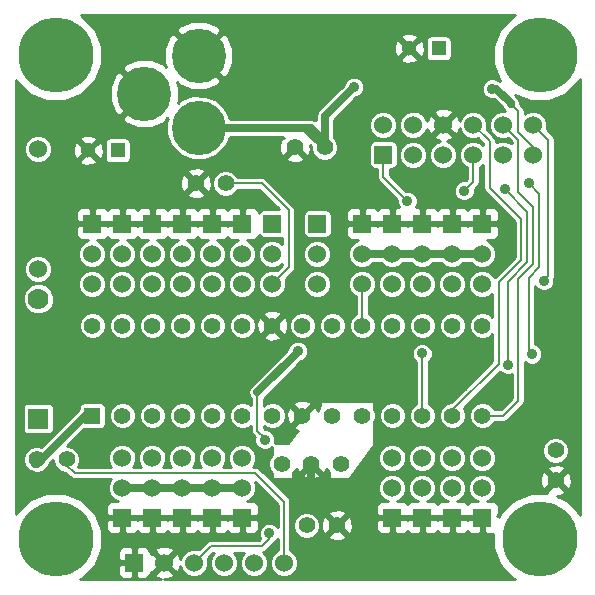
<source format=gbl>
G04 #@! TF.FileFunction,Copper,L2,Bot,Signal*
%FSLAX46Y46*%
G04 Gerber Fmt 4.6, Leading zero omitted, Abs format (unit mm)*
G04 Created by KiCad (PCBNEW (after 2015-mar-04 BZR unknown)-product) date 10/20/2015 10:11:34 AM*
%MOMM*%
G01*
G04 APERTURE LIST*
%ADD10C,0.150000*%
%ADD11C,1.397000*%
%ADD12R,1.397000X1.397000*%
%ADD13R,1.524000X1.524000*%
%ADD14C,1.524000*%
%ADD15C,1.778000*%
%ADD16R,1.778000X1.778000*%
%ADD17C,6.350000*%
%ADD18R,1.300000X1.300000*%
%ADD19C,1.300000*%
%ADD20C,4.600000*%
%ADD21C,0.889000*%
%ADD22C,0.635000*%
%ADD23C,0.203200*%
%ADD24C,0.254000*%
G04 APERTURE END LIST*
D10*
D11*
X116788000Y-61816000D03*
X114248000Y-61816000D03*
X94944000Y-88232000D03*
X92404000Y-88232000D03*
X108406000Y-64864000D03*
X105866000Y-64864000D03*
X99652000Y-84544000D03*
X102192000Y-84544000D03*
X104732000Y-84544000D03*
X107272000Y-84544000D03*
X109812000Y-84544000D03*
X112352000Y-84544000D03*
X114892000Y-84544000D03*
X117432000Y-84544000D03*
X119972000Y-84544000D03*
X122512000Y-84544000D03*
X125052000Y-84544000D03*
X127592000Y-84544000D03*
X130132000Y-84544000D03*
D12*
X97112000Y-84544000D03*
D11*
X130132000Y-76924000D03*
X127592000Y-76924000D03*
X125052000Y-76924000D03*
X122512000Y-76924000D03*
X119972000Y-76924000D03*
X117432000Y-76924000D03*
X114892000Y-76924000D03*
X112352000Y-76924000D03*
X109812000Y-76924000D03*
X107272000Y-76924000D03*
X104732000Y-76924000D03*
X102192000Y-76924000D03*
X99652000Y-76924000D03*
X97112000Y-76924000D03*
D13*
X100650000Y-97000000D03*
D14*
X103190000Y-97000000D03*
X105730000Y-97000000D03*
X108270000Y-97000000D03*
X110810000Y-97000000D03*
X113350000Y-97000000D03*
D13*
X109812000Y-93180000D03*
D14*
X109812000Y-90640000D03*
X109812000Y-88100000D03*
D13*
X119972000Y-68288000D03*
D14*
X119972000Y-70828000D03*
X119972000Y-73368000D03*
D13*
X122512000Y-68288000D03*
D14*
X122512000Y-70828000D03*
X122512000Y-73368000D03*
D13*
X125052000Y-68288000D03*
D14*
X125052000Y-70828000D03*
X125052000Y-73368000D03*
D13*
X127592000Y-68288000D03*
D14*
X127592000Y-70828000D03*
X127592000Y-73368000D03*
D13*
X130132000Y-68288000D03*
D14*
X130132000Y-70828000D03*
X130132000Y-73368000D03*
D13*
X130132000Y-93180000D03*
D14*
X130132000Y-90640000D03*
X130132000Y-88100000D03*
D13*
X127592000Y-93180000D03*
D14*
X127592000Y-90640000D03*
X127592000Y-88100000D03*
D13*
X125052000Y-93180000D03*
D14*
X125052000Y-90640000D03*
X125052000Y-88100000D03*
D13*
X122512000Y-93180000D03*
D14*
X122512000Y-90640000D03*
X122512000Y-88100000D03*
D13*
X109812000Y-68288000D03*
D14*
X109812000Y-70828000D03*
X109812000Y-73368000D03*
D13*
X107272000Y-93180000D03*
D14*
X107272000Y-90640000D03*
X107272000Y-88100000D03*
D13*
X104732000Y-93180000D03*
D14*
X104732000Y-90640000D03*
X104732000Y-88100000D03*
D13*
X102192000Y-93180000D03*
D14*
X102192000Y-90640000D03*
X102192000Y-88100000D03*
D13*
X99652000Y-93180000D03*
D14*
X99652000Y-90640000D03*
X99652000Y-88100000D03*
D13*
X97112000Y-68288000D03*
D14*
X97112000Y-70828000D03*
X97112000Y-73368000D03*
D13*
X99652000Y-68288000D03*
D14*
X99652000Y-70828000D03*
X99652000Y-73368000D03*
D13*
X102192000Y-68288000D03*
D14*
X102192000Y-70828000D03*
X102192000Y-73368000D03*
D13*
X104732000Y-68288000D03*
D14*
X104732000Y-70828000D03*
X104732000Y-73368000D03*
D13*
X107272000Y-68288000D03*
D14*
X107272000Y-70828000D03*
X107272000Y-73368000D03*
D15*
X92540000Y-74638000D03*
D16*
X92540000Y-84798000D03*
D14*
X92540000Y-61938000D03*
X92540000Y-72098000D03*
D13*
X112352000Y-68288000D03*
D14*
X112352000Y-70828000D03*
X112352000Y-73368000D03*
D13*
X116162000Y-68288000D03*
D14*
X116162000Y-70828000D03*
X116162000Y-73368000D03*
D11*
X118153360Y-88608000D03*
X113154640Y-88608000D03*
X115654000Y-88608000D03*
D13*
X121750000Y-62446000D03*
D14*
X121750000Y-59906000D03*
X124290000Y-62446000D03*
X124290000Y-59906000D03*
X126830000Y-62446000D03*
X126830000Y-59906000D03*
X129370000Y-62446000D03*
X129370000Y-59906000D03*
X131910000Y-62446000D03*
X131910000Y-59906000D03*
X134450000Y-62446000D03*
X134450000Y-59906000D03*
D11*
X115264000Y-93820000D03*
X117804000Y-93820000D03*
X136346000Y-87470000D03*
X136346000Y-90010000D03*
D17*
X94000000Y-54000000D03*
X135000000Y-54000000D03*
X135000000Y-95000000D03*
X94000000Y-95000000D03*
D18*
X99262000Y-62070000D03*
D19*
X96762000Y-62070000D03*
D18*
X126440000Y-53434000D03*
D19*
X123940000Y-53434000D03*
D20*
X106120000Y-54069000D03*
X106120000Y-60169000D03*
X101520000Y-57269000D03*
D21*
X128599000Y-65499000D03*
X123782000Y-66383000D03*
X134060000Y-64864000D03*
X134314000Y-79342000D03*
X125043000Y-79278500D03*
X135339000Y-73114000D03*
X132028000Y-65372000D03*
X132282000Y-80231000D03*
X119264500Y-56736000D03*
X130948500Y-56863000D03*
X111708000Y-86581000D03*
X112100000Y-94500000D03*
X114502000Y-79088000D03*
D22*
X122512000Y-70828000D02*
X119972000Y-70828000D01*
X125052000Y-70828000D02*
X122512000Y-70828000D01*
X127592000Y-70828000D02*
X125052000Y-70828000D01*
X130132000Y-70828000D02*
X127592000Y-70828000D01*
X107272000Y-90640000D02*
X109812000Y-90640000D01*
X104732000Y-90640000D02*
X107272000Y-90640000D01*
X102192000Y-90640000D02*
X104732000Y-90640000D01*
X99652000Y-90640000D02*
X102192000Y-90640000D01*
D23*
X112352000Y-73364000D02*
X113740000Y-71976000D01*
X113740000Y-71976000D02*
X113740000Y-67150000D01*
X113740000Y-67150000D02*
X111454000Y-64864000D01*
X111454000Y-64864000D02*
X108406000Y-64864000D01*
X112352000Y-73368000D02*
X112352000Y-73364000D01*
X128599000Y-65499000D02*
X129370000Y-64728000D01*
X129370000Y-64728000D02*
X129370000Y-62446000D01*
X123782000Y-66383000D02*
X121750000Y-64351000D01*
X121750000Y-64351000D02*
X121750000Y-62446000D01*
X119972000Y-73368000D02*
X119972000Y-76924000D01*
X134949000Y-71976000D02*
X134949000Y-69817000D01*
X134060000Y-72865000D02*
X134949000Y-71976000D01*
X134949000Y-69817000D02*
X134949000Y-65880000D01*
X134949000Y-65753000D02*
X134060000Y-64864000D01*
X134949000Y-65880000D02*
X134949000Y-65753000D01*
X134060000Y-79088000D02*
X134060000Y-75024000D01*
X134314000Y-79342000D02*
X134060000Y-79088000D01*
X134060000Y-75024000D02*
X134060000Y-72865000D01*
X125052000Y-79287500D02*
X125043000Y-79278500D01*
X125052000Y-84544000D02*
X125052000Y-79287500D01*
X133425000Y-67912000D02*
X130758000Y-65245000D01*
X133425000Y-71341000D02*
X133425000Y-67912000D01*
X131520000Y-73246000D02*
X133425000Y-71341000D01*
X129370000Y-59906000D02*
X129370000Y-59920000D01*
X129370000Y-59920000D02*
X130758000Y-61308000D01*
X130758000Y-61308000D02*
X130758000Y-65245000D01*
X127592000Y-84095500D02*
X131520000Y-80167500D01*
X131520000Y-80167500D02*
X131520000Y-73246000D01*
X127592000Y-84544000D02*
X127592000Y-84095500D01*
X133180000Y-65635000D02*
X133180000Y-61176000D01*
X133180000Y-82834500D02*
X133180000Y-74643000D01*
X133180000Y-61176000D02*
X131910000Y-59906000D01*
X133180000Y-72983000D02*
X134441000Y-71722000D01*
X134441000Y-71722000D02*
X134441000Y-66896000D01*
X134441000Y-66896000D02*
X133180000Y-65635000D01*
X133180000Y-74643000D02*
X133180000Y-72983000D01*
X133180000Y-83270000D02*
X131906000Y-84544000D01*
X131906000Y-84544000D02*
X130132000Y-84544000D01*
X133180000Y-82834500D02*
X133180000Y-83270000D01*
X135339000Y-73114000D02*
X135720000Y-72733000D01*
X135720000Y-72733000D02*
X135720000Y-61176000D01*
X135720000Y-61176000D02*
X134450000Y-59906000D01*
D22*
X96473000Y-84544000D02*
X97112000Y-84544000D01*
X92409000Y-88608000D02*
X96473000Y-84544000D01*
X92286000Y-88608000D02*
X92409000Y-88608000D01*
D23*
X133933000Y-67277000D02*
X132028000Y-65372000D01*
X133933000Y-71569598D02*
X133933000Y-67277000D01*
X132282000Y-73220598D02*
X133933000Y-71569598D01*
X132282000Y-75278000D02*
X132282000Y-74897000D01*
X132282000Y-80231000D02*
X132282000Y-75278000D01*
X132282000Y-74897000D02*
X132282000Y-73220598D01*
D22*
X116788000Y-61816000D02*
X116788000Y-59212500D01*
X116788000Y-59212500D02*
X119264500Y-56736000D01*
X106120000Y-60165000D02*
X115137000Y-60165000D01*
X115137000Y-60165000D02*
X116788000Y-61816000D01*
X106120000Y-60165000D02*
X115645000Y-60165000D01*
X115645000Y-60165000D02*
X116416000Y-60936000D01*
X116416000Y-60936000D02*
X116788000Y-61816000D01*
X116416000Y-60936000D02*
X115645000Y-60165000D01*
X116788000Y-61816000D02*
X116416000Y-60936000D01*
D23*
X133171000Y-60546000D02*
X134450000Y-61825000D01*
X133171000Y-58768000D02*
X133171000Y-60546000D01*
X132536000Y-58133000D02*
X133171000Y-58768000D01*
D22*
X131329500Y-56863000D02*
X132536000Y-58069500D01*
X132536000Y-58069500D02*
X132536000Y-58133000D01*
X130948500Y-56863000D02*
X131329500Y-56863000D01*
D23*
X134450000Y-61825000D02*
X134450000Y-62446000D01*
D22*
X115654000Y-90128000D02*
X115645000Y-90137000D01*
X115654000Y-88608000D02*
X115654000Y-90128000D01*
D23*
X110438000Y-89400000D02*
X95618000Y-89400000D01*
X110900000Y-89400000D02*
X110438000Y-89400000D01*
X95618000Y-89400000D02*
X94826000Y-88608000D01*
X113350000Y-91850000D02*
X110900000Y-89400000D01*
X113350000Y-97000000D02*
X113350000Y-91850000D01*
X111073000Y-85819000D02*
X111708000Y-86454000D01*
X105734000Y-97000000D02*
X107136000Y-95598000D01*
X107136000Y-95598000D02*
X111454000Y-95598000D01*
X111454000Y-95598000D02*
X112100000Y-94952000D01*
X112100000Y-94952000D02*
X112100000Y-94500000D01*
X105730000Y-97000000D02*
X105734000Y-97000000D01*
X111073000Y-85819000D02*
X111073000Y-82580500D01*
X111708000Y-86454000D02*
X111073000Y-85819000D01*
X111708000Y-86581000D02*
X111708000Y-86454000D01*
D22*
X114502000Y-79151500D02*
X111073000Y-82580500D01*
X114502000Y-79088000D02*
X114502000Y-79151500D01*
D24*
G36*
X138399700Y-92918302D02*
X138339572Y-92772782D01*
X137691927Y-92124005D01*
X137691927Y-90202520D01*
X137663148Y-89672801D01*
X137515800Y-89317071D01*
X137476496Y-89306786D01*
X137476496Y-87246156D01*
X137304781Y-86830573D01*
X136987100Y-86512337D01*
X136571817Y-86339897D01*
X136122156Y-86339504D01*
X135706573Y-86511219D01*
X135388337Y-86828900D01*
X135215897Y-87244183D01*
X135215504Y-87693844D01*
X135387219Y-88109427D01*
X135704900Y-88427663D01*
X136120183Y-88600103D01*
X136569844Y-88600496D01*
X136985427Y-88428781D01*
X137303663Y-88111100D01*
X137476103Y-87695817D01*
X137476496Y-87246156D01*
X137476496Y-89306786D01*
X137280188Y-89255417D01*
X137100583Y-89435022D01*
X137100583Y-89075812D01*
X137038929Y-88840200D01*
X136538520Y-88664073D01*
X136008801Y-88692852D01*
X135653071Y-88840200D01*
X135591417Y-89075812D01*
X136346000Y-89830395D01*
X137100583Y-89075812D01*
X137100583Y-89435022D01*
X136525605Y-90010000D01*
X137280188Y-90764583D01*
X137515800Y-90702929D01*
X137691927Y-90202520D01*
X137691927Y-92124005D01*
X137233043Y-91664320D01*
X136451374Y-91339742D01*
X136683199Y-91327148D01*
X137038929Y-91179800D01*
X137100583Y-90944188D01*
X136346000Y-90189605D01*
X136166395Y-90369210D01*
X136166395Y-90010000D01*
X135411812Y-89255417D01*
X135176200Y-89317071D01*
X135000073Y-89817480D01*
X135028852Y-90347199D01*
X135176200Y-90702929D01*
X135411812Y-90764583D01*
X136166395Y-90010000D01*
X136166395Y-90369210D01*
X135591417Y-90944188D01*
X135622649Y-91063541D01*
X134220318Y-91062318D01*
X132772782Y-91660428D01*
X131664320Y-92766957D01*
X131529000Y-93092842D01*
X131529000Y-93052998D01*
X131370252Y-93052998D01*
X131529000Y-92894250D01*
X131529000Y-92291691D01*
X131432327Y-92058302D01*
X131253699Y-91879673D01*
X131020310Y-91783000D01*
X130767691Y-91783000D01*
X130491866Y-91783000D01*
X130807350Y-91652645D01*
X131143464Y-91317116D01*
X131325592Y-90878503D01*
X131326007Y-90403580D01*
X131326007Y-87863580D01*
X131144645Y-87424650D01*
X130809116Y-87088536D01*
X130370503Y-86906408D01*
X129895580Y-86905993D01*
X129456650Y-87087355D01*
X129120536Y-87422884D01*
X128938408Y-87861497D01*
X128937993Y-88336420D01*
X129119355Y-88775350D01*
X129454884Y-89111464D01*
X129893497Y-89293592D01*
X130368420Y-89294007D01*
X130807350Y-89112645D01*
X131143464Y-88777116D01*
X131325592Y-88338503D01*
X131326007Y-87863580D01*
X131326007Y-90403580D01*
X131144645Y-89964650D01*
X130809116Y-89628536D01*
X130370503Y-89446408D01*
X129895580Y-89445993D01*
X129456650Y-89627355D01*
X129120536Y-89962884D01*
X128938408Y-90401497D01*
X128937993Y-90876420D01*
X129119355Y-91315350D01*
X129454884Y-91651464D01*
X129771657Y-91783000D01*
X129496309Y-91783000D01*
X129243690Y-91783000D01*
X129010301Y-91879673D01*
X128862000Y-92027974D01*
X128713699Y-91879673D01*
X128480310Y-91783000D01*
X128227691Y-91783000D01*
X127951866Y-91783000D01*
X128267350Y-91652645D01*
X128603464Y-91317116D01*
X128785592Y-90878503D01*
X128786007Y-90403580D01*
X128786007Y-87863580D01*
X128604645Y-87424650D01*
X128269116Y-87088536D01*
X127830503Y-86906408D01*
X127355580Y-86905993D01*
X126916650Y-87087355D01*
X126580536Y-87422884D01*
X126398408Y-87861497D01*
X126397993Y-88336420D01*
X126579355Y-88775350D01*
X126914884Y-89111464D01*
X127353497Y-89293592D01*
X127828420Y-89294007D01*
X128267350Y-89112645D01*
X128603464Y-88777116D01*
X128785592Y-88338503D01*
X128786007Y-87863580D01*
X128786007Y-90403580D01*
X128604645Y-89964650D01*
X128269116Y-89628536D01*
X127830503Y-89446408D01*
X127355580Y-89445993D01*
X126916650Y-89627355D01*
X126580536Y-89962884D01*
X126398408Y-90401497D01*
X126397993Y-90876420D01*
X126579355Y-91315350D01*
X126914884Y-91651464D01*
X127231657Y-91783000D01*
X126956309Y-91783000D01*
X126703690Y-91783000D01*
X126470301Y-91879673D01*
X126322000Y-92027974D01*
X126173699Y-91879673D01*
X125940310Y-91783000D01*
X125687691Y-91783000D01*
X125411866Y-91783000D01*
X125727350Y-91652645D01*
X126063464Y-91317116D01*
X126245592Y-90878503D01*
X126246007Y-90403580D01*
X126246007Y-87863580D01*
X126246007Y-73131580D01*
X126064645Y-72692650D01*
X125729116Y-72356536D01*
X125290503Y-72174408D01*
X124815580Y-72173993D01*
X124376650Y-72355355D01*
X124040536Y-72690884D01*
X123858408Y-73129497D01*
X123857993Y-73604420D01*
X124039355Y-74043350D01*
X124374884Y-74379464D01*
X124813497Y-74561592D01*
X125288420Y-74562007D01*
X125727350Y-74380645D01*
X126063464Y-74045116D01*
X126245592Y-73606503D01*
X126246007Y-73131580D01*
X126246007Y-87863580D01*
X126182496Y-87709871D01*
X126182496Y-84320156D01*
X126182496Y-76700156D01*
X126010781Y-76284573D01*
X125693100Y-75966337D01*
X125277817Y-75793897D01*
X124828156Y-75793504D01*
X124412573Y-75965219D01*
X124094337Y-76282900D01*
X123921897Y-76698183D01*
X123921504Y-77147844D01*
X124093219Y-77563427D01*
X124410900Y-77881663D01*
X124826183Y-78054103D01*
X125275844Y-78054496D01*
X125691427Y-77882781D01*
X126009663Y-77565100D01*
X126182103Y-77149817D01*
X126182496Y-76700156D01*
X126182496Y-84320156D01*
X126010781Y-83904573D01*
X125693100Y-83586337D01*
X125585400Y-83541616D01*
X125585400Y-79975241D01*
X125785458Y-79775532D01*
X125919148Y-79453572D01*
X125919452Y-79104958D01*
X125786324Y-78782764D01*
X125540032Y-78536042D01*
X125218072Y-78402352D01*
X124869458Y-78402048D01*
X124547264Y-78535176D01*
X124300542Y-78781468D01*
X124166852Y-79103428D01*
X124166548Y-79452042D01*
X124299676Y-79774236D01*
X124518600Y-79993542D01*
X124518600Y-83541409D01*
X124412573Y-83585219D01*
X124094337Y-83902900D01*
X123921897Y-84318183D01*
X123921504Y-84767844D01*
X124093219Y-85183427D01*
X124410900Y-85501663D01*
X124826183Y-85674103D01*
X125275844Y-85674496D01*
X125691427Y-85502781D01*
X126009663Y-85185100D01*
X126182103Y-84769817D01*
X126182496Y-84320156D01*
X126182496Y-87709871D01*
X126064645Y-87424650D01*
X125729116Y-87088536D01*
X125290503Y-86906408D01*
X124815580Y-86905993D01*
X124376650Y-87087355D01*
X124040536Y-87422884D01*
X123858408Y-87861497D01*
X123857993Y-88336420D01*
X124039355Y-88775350D01*
X124374884Y-89111464D01*
X124813497Y-89293592D01*
X125288420Y-89294007D01*
X125727350Y-89112645D01*
X126063464Y-88777116D01*
X126245592Y-88338503D01*
X126246007Y-87863580D01*
X126246007Y-90403580D01*
X126064645Y-89964650D01*
X125729116Y-89628536D01*
X125290503Y-89446408D01*
X124815580Y-89445993D01*
X124376650Y-89627355D01*
X124040536Y-89962884D01*
X123858408Y-90401497D01*
X123857993Y-90876420D01*
X124039355Y-91315350D01*
X124374884Y-91651464D01*
X124691657Y-91783000D01*
X124416309Y-91783000D01*
X124163690Y-91783000D01*
X123930301Y-91879673D01*
X123782000Y-92027974D01*
X123633699Y-91879673D01*
X123400310Y-91783000D01*
X123147691Y-91783000D01*
X122871866Y-91783000D01*
X123187350Y-91652645D01*
X123523464Y-91317116D01*
X123705592Y-90878503D01*
X123706007Y-90403580D01*
X123706007Y-87863580D01*
X123706007Y-73131580D01*
X123524645Y-72692650D01*
X123189116Y-72356536D01*
X122750503Y-72174408D01*
X122275580Y-72173993D01*
X121836650Y-72355355D01*
X121500536Y-72690884D01*
X121318408Y-73129497D01*
X121317993Y-73604420D01*
X121499355Y-74043350D01*
X121834884Y-74379464D01*
X122273497Y-74561592D01*
X122748420Y-74562007D01*
X123187350Y-74380645D01*
X123523464Y-74045116D01*
X123705592Y-73606503D01*
X123706007Y-73131580D01*
X123706007Y-87863580D01*
X123642496Y-87709871D01*
X123642496Y-84320156D01*
X123642496Y-76700156D01*
X123470781Y-76284573D01*
X123153100Y-75966337D01*
X122737817Y-75793897D01*
X122288156Y-75793504D01*
X121872573Y-75965219D01*
X121554337Y-76282900D01*
X121381897Y-76698183D01*
X121381504Y-77147844D01*
X121553219Y-77563427D01*
X121870900Y-77881663D01*
X122286183Y-78054103D01*
X122735844Y-78054496D01*
X123151427Y-77882781D01*
X123469663Y-77565100D01*
X123642103Y-77149817D01*
X123642496Y-76700156D01*
X123642496Y-84320156D01*
X123470781Y-83904573D01*
X123153100Y-83586337D01*
X122737817Y-83413897D01*
X122288156Y-83413504D01*
X121872573Y-83585219D01*
X121554337Y-83902900D01*
X121381897Y-84318183D01*
X121381504Y-84767844D01*
X121553219Y-85183427D01*
X121870900Y-85501663D01*
X122286183Y-85674103D01*
X122735844Y-85674496D01*
X123151427Y-85502781D01*
X123469663Y-85185100D01*
X123642103Y-84769817D01*
X123642496Y-84320156D01*
X123642496Y-87709871D01*
X123524645Y-87424650D01*
X123189116Y-87088536D01*
X122750503Y-86906408D01*
X122275580Y-86905993D01*
X121836650Y-87087355D01*
X121500536Y-87422884D01*
X121318408Y-87861497D01*
X121317993Y-88336420D01*
X121499355Y-88775350D01*
X121834884Y-89111464D01*
X122273497Y-89293592D01*
X122748420Y-89294007D01*
X123187350Y-89112645D01*
X123523464Y-88777116D01*
X123705592Y-88338503D01*
X123706007Y-87863580D01*
X123706007Y-90403580D01*
X123524645Y-89964650D01*
X123189116Y-89628536D01*
X122750503Y-89446408D01*
X122275580Y-89445993D01*
X121836650Y-89627355D01*
X121500536Y-89962884D01*
X121318408Y-90401497D01*
X121317993Y-90876420D01*
X121499355Y-91315350D01*
X121834884Y-91651464D01*
X122151657Y-91783000D01*
X121876309Y-91783000D01*
X121623690Y-91783000D01*
X121390301Y-91879673D01*
X121211673Y-92058302D01*
X121166007Y-92168549D01*
X121166007Y-73131580D01*
X120984645Y-72692650D01*
X120649116Y-72356536D01*
X120210503Y-72174408D01*
X119735580Y-72173993D01*
X119296650Y-72355355D01*
X118960536Y-72690884D01*
X118778408Y-73129497D01*
X118777993Y-73604420D01*
X118959355Y-74043350D01*
X119294884Y-74379464D01*
X119438600Y-74439140D01*
X119438600Y-75921409D01*
X119332573Y-75965219D01*
X119014337Y-76282900D01*
X118841897Y-76698183D01*
X118841504Y-77147844D01*
X119013219Y-77563427D01*
X119330900Y-77881663D01*
X119746183Y-78054103D01*
X120195844Y-78054496D01*
X120611427Y-77882781D01*
X120929663Y-77565100D01*
X121102103Y-77149817D01*
X121102496Y-76700156D01*
X120930781Y-76284573D01*
X120613100Y-75966337D01*
X120505400Y-75921616D01*
X120505400Y-74439297D01*
X120647350Y-74380645D01*
X120983464Y-74045116D01*
X121165592Y-73606503D01*
X121166007Y-73131580D01*
X121166007Y-92168549D01*
X121115000Y-92291691D01*
X121115000Y-92894250D01*
X121273750Y-93053000D01*
X122385000Y-93053000D01*
X122385000Y-93033000D01*
X122639000Y-93033000D01*
X122639000Y-93053000D01*
X123750250Y-93053000D01*
X123782000Y-93021250D01*
X123813750Y-93053000D01*
X124925000Y-93053000D01*
X124925000Y-93033000D01*
X125179000Y-93033000D01*
X125179000Y-93053000D01*
X126290250Y-93053000D01*
X126322000Y-93021250D01*
X126353750Y-93053000D01*
X127465000Y-93053000D01*
X127465000Y-93033000D01*
X127719000Y-93033000D01*
X127719000Y-93053000D01*
X128830250Y-93053000D01*
X128862000Y-93021250D01*
X128893750Y-93053000D01*
X130005000Y-93053000D01*
X130005000Y-93033000D01*
X130259000Y-93033000D01*
X130259000Y-93053000D01*
X130279000Y-93053000D01*
X130279000Y-93307000D01*
X130259000Y-93307000D01*
X130259000Y-94418250D01*
X130417750Y-94577000D01*
X130767691Y-94577000D01*
X131020310Y-94577000D01*
X131063383Y-94559158D01*
X131062318Y-95779682D01*
X131660428Y-97227218D01*
X132766957Y-98335680D01*
X132921134Y-98399700D01*
X130005000Y-98399700D01*
X130005000Y-94418250D01*
X130005000Y-93307000D01*
X128893750Y-93307000D01*
X128862000Y-93338750D01*
X128830250Y-93307000D01*
X127719000Y-93307000D01*
X127719000Y-94418250D01*
X127877750Y-94577000D01*
X128227691Y-94577000D01*
X128480310Y-94577000D01*
X128713699Y-94480327D01*
X128862000Y-94332025D01*
X129010301Y-94480327D01*
X129243690Y-94577000D01*
X129496309Y-94577000D01*
X129846250Y-94577000D01*
X130005000Y-94418250D01*
X130005000Y-98399700D01*
X127465000Y-98399700D01*
X127465000Y-94418250D01*
X127465000Y-93307000D01*
X126353750Y-93307000D01*
X126322000Y-93338750D01*
X126290250Y-93307000D01*
X125179000Y-93307000D01*
X125179000Y-94418250D01*
X125337750Y-94577000D01*
X125687691Y-94577000D01*
X125940310Y-94577000D01*
X126173699Y-94480327D01*
X126322000Y-94332025D01*
X126470301Y-94480327D01*
X126703690Y-94577000D01*
X126956309Y-94577000D01*
X127306250Y-94577000D01*
X127465000Y-94418250D01*
X127465000Y-98399700D01*
X124925000Y-98399700D01*
X124925000Y-94418250D01*
X124925000Y-93307000D01*
X123813750Y-93307000D01*
X123782000Y-93338750D01*
X123750250Y-93307000D01*
X122639000Y-93307000D01*
X122639000Y-94418250D01*
X122797750Y-94577000D01*
X123147691Y-94577000D01*
X123400310Y-94577000D01*
X123633699Y-94480327D01*
X123782000Y-94332025D01*
X123930301Y-94480327D01*
X124163690Y-94577000D01*
X124416309Y-94577000D01*
X124766250Y-94577000D01*
X124925000Y-94418250D01*
X124925000Y-98399700D01*
X122385000Y-98399700D01*
X122385000Y-94418250D01*
X122385000Y-93307000D01*
X121273750Y-93307000D01*
X121115000Y-93465750D01*
X121115000Y-94068309D01*
X121211673Y-94301698D01*
X121390301Y-94480327D01*
X121623690Y-94577000D01*
X121876309Y-94577000D01*
X122226250Y-94577000D01*
X122385000Y-94418250D01*
X122385000Y-98399700D01*
X121102496Y-98399700D01*
X121102496Y-84320156D01*
X120979000Y-84021272D01*
X120979000Y-83279000D01*
X118562496Y-83279000D01*
X118562496Y-76700156D01*
X118390781Y-76284573D01*
X118073100Y-75966337D01*
X117657817Y-75793897D01*
X117364259Y-75793640D01*
X117364259Y-69050000D01*
X117364259Y-67526000D01*
X117332315Y-67361356D01*
X117237258Y-67216649D01*
X117093755Y-67119784D01*
X116924000Y-67085741D01*
X115400000Y-67085741D01*
X115235356Y-67117685D01*
X115090649Y-67212742D01*
X115002583Y-67343209D01*
X115002583Y-62750188D01*
X114248000Y-61995605D01*
X114068395Y-62175210D01*
X113493417Y-62750188D01*
X113555071Y-62985800D01*
X114055480Y-63161927D01*
X114585199Y-63133148D01*
X114940929Y-62985800D01*
X115002583Y-62750188D01*
X115002583Y-67343209D01*
X114993784Y-67356245D01*
X114959741Y-67526000D01*
X114959741Y-69050000D01*
X114991685Y-69214644D01*
X115086742Y-69359351D01*
X115230245Y-69456216D01*
X115400000Y-69490259D01*
X116924000Y-69490259D01*
X117088644Y-69458315D01*
X117233351Y-69363258D01*
X117330216Y-69219755D01*
X117364259Y-69050000D01*
X117364259Y-75793640D01*
X117356007Y-75793633D01*
X117356007Y-73131580D01*
X117356007Y-70591580D01*
X117174645Y-70152650D01*
X116839116Y-69816536D01*
X116400503Y-69634408D01*
X115925580Y-69633993D01*
X115486650Y-69815355D01*
X115150536Y-70150884D01*
X114968408Y-70589497D01*
X114967993Y-71064420D01*
X115149355Y-71503350D01*
X115484884Y-71839464D01*
X115923497Y-72021592D01*
X116398420Y-72022007D01*
X116837350Y-71840645D01*
X117173464Y-71505116D01*
X117355592Y-71066503D01*
X117356007Y-70591580D01*
X117356007Y-73131580D01*
X117174645Y-72692650D01*
X116839116Y-72356536D01*
X116400503Y-72174408D01*
X115925580Y-72173993D01*
X115486650Y-72355355D01*
X115150536Y-72690884D01*
X114968408Y-73129497D01*
X114967993Y-73604420D01*
X115149355Y-74043350D01*
X115484884Y-74379464D01*
X115923497Y-74561592D01*
X116398420Y-74562007D01*
X116837350Y-74380645D01*
X117173464Y-74045116D01*
X117355592Y-73606503D01*
X117356007Y-73131580D01*
X117356007Y-75793633D01*
X117208156Y-75793504D01*
X116792573Y-75965219D01*
X116474337Y-76282900D01*
X116301897Y-76698183D01*
X116301504Y-77147844D01*
X116473219Y-77563427D01*
X116790900Y-77881663D01*
X117206183Y-78054103D01*
X117655844Y-78054496D01*
X118071427Y-77882781D01*
X118389663Y-77565100D01*
X118562103Y-77149817D01*
X118562496Y-76700156D01*
X118562496Y-83279000D01*
X116439508Y-83279000D01*
X116181321Y-84139621D01*
X116061800Y-83851071D01*
X116022496Y-83840786D01*
X116022496Y-76700156D01*
X115850781Y-76284573D01*
X115533100Y-75966337D01*
X115117817Y-75793897D01*
X114668156Y-75793504D01*
X114273400Y-75956613D01*
X114273400Y-71976000D01*
X114273400Y-67150000D01*
X114232797Y-66945877D01*
X114117171Y-66772829D01*
X111831171Y-64486829D01*
X111658123Y-64371203D01*
X111454000Y-64330600D01*
X109408590Y-64330600D01*
X109364781Y-64224573D01*
X109047100Y-63906337D01*
X108631817Y-63733897D01*
X108182156Y-63733504D01*
X107766573Y-63905219D01*
X107448337Y-64222900D01*
X107275897Y-64638183D01*
X107275504Y-65087844D01*
X107447219Y-65503427D01*
X107764900Y-65821663D01*
X108180183Y-65994103D01*
X108629844Y-65994496D01*
X109045427Y-65822781D01*
X109363663Y-65505100D01*
X109408383Y-65397400D01*
X111233058Y-65397400D01*
X112921399Y-67085741D01*
X111590000Y-67085741D01*
X111425356Y-67117685D01*
X111280649Y-67212742D01*
X111188258Y-67349616D01*
X111112327Y-67166302D01*
X110933699Y-66987673D01*
X110700310Y-66891000D01*
X110447691Y-66891000D01*
X110097750Y-66891000D01*
X109939000Y-67049750D01*
X109939000Y-68161000D01*
X109959000Y-68161000D01*
X109959000Y-68415000D01*
X109939000Y-68415000D01*
X109939000Y-68435000D01*
X109685000Y-68435000D01*
X109685000Y-68415000D01*
X109685000Y-68161000D01*
X109685000Y-67049750D01*
X109526250Y-66891000D01*
X109176309Y-66891000D01*
X108923690Y-66891000D01*
X108690301Y-66987673D01*
X108542000Y-67135974D01*
X108393699Y-66987673D01*
X108160310Y-66891000D01*
X107907691Y-66891000D01*
X107557750Y-66891000D01*
X107399000Y-67049750D01*
X107399000Y-68161000D01*
X108510250Y-68161000D01*
X108542000Y-68129250D01*
X108573750Y-68161000D01*
X109685000Y-68161000D01*
X109685000Y-68415000D01*
X108573750Y-68415000D01*
X108542000Y-68446750D01*
X108510250Y-68415000D01*
X107399000Y-68415000D01*
X107399000Y-68435000D01*
X107211927Y-68435000D01*
X107211927Y-65056520D01*
X107183148Y-64526801D01*
X107035800Y-64171071D01*
X106800188Y-64109417D01*
X106620583Y-64289022D01*
X106620583Y-63929812D01*
X106558929Y-63694200D01*
X106058520Y-63518073D01*
X105528801Y-63546852D01*
X105173071Y-63694200D01*
X105111417Y-63929812D01*
X105866000Y-64684395D01*
X106620583Y-63929812D01*
X106620583Y-64289022D01*
X106045605Y-64864000D01*
X106800188Y-65618583D01*
X107035800Y-65556929D01*
X107211927Y-65056520D01*
X107211927Y-68435000D01*
X107145000Y-68435000D01*
X107145000Y-68415000D01*
X107145000Y-68161000D01*
X107145000Y-67049750D01*
X106986250Y-66891000D01*
X106636309Y-66891000D01*
X106620583Y-66891000D01*
X106620583Y-65798188D01*
X105866000Y-65043605D01*
X105686395Y-65223210D01*
X105686395Y-64864000D01*
X104931812Y-64109417D01*
X104696200Y-64171071D01*
X104520073Y-64671480D01*
X104548852Y-65201199D01*
X104696200Y-65556929D01*
X104931812Y-65618583D01*
X105686395Y-64864000D01*
X105686395Y-65223210D01*
X105111417Y-65798188D01*
X105173071Y-66033800D01*
X105673480Y-66209927D01*
X106203199Y-66181148D01*
X106558929Y-66033800D01*
X106620583Y-65798188D01*
X106620583Y-66891000D01*
X106383690Y-66891000D01*
X106150301Y-66987673D01*
X106002000Y-67135974D01*
X105853699Y-66987673D01*
X105620310Y-66891000D01*
X105367691Y-66891000D01*
X105017750Y-66891000D01*
X104859000Y-67049750D01*
X104859000Y-68161000D01*
X105970250Y-68161000D01*
X106002000Y-68129250D01*
X106033750Y-68161000D01*
X107145000Y-68161000D01*
X107145000Y-68415000D01*
X106033750Y-68415000D01*
X106002000Y-68446750D01*
X105970250Y-68415000D01*
X104859000Y-68415000D01*
X104859000Y-68435000D01*
X104605000Y-68435000D01*
X104605000Y-68415000D01*
X104605000Y-68161000D01*
X104605000Y-67049750D01*
X104446250Y-66891000D01*
X104096309Y-66891000D01*
X103843690Y-66891000D01*
X103610301Y-66987673D01*
X103462000Y-67135974D01*
X103313699Y-66987673D01*
X103080310Y-66891000D01*
X102827691Y-66891000D01*
X102477750Y-66891000D01*
X102319000Y-67049750D01*
X102319000Y-68161000D01*
X103430250Y-68161000D01*
X103462000Y-68129250D01*
X103493750Y-68161000D01*
X104605000Y-68161000D01*
X104605000Y-68415000D01*
X103493750Y-68415000D01*
X103462000Y-68446750D01*
X103430250Y-68415000D01*
X102319000Y-68415000D01*
X102319000Y-68435000D01*
X102065000Y-68435000D01*
X102065000Y-68415000D01*
X102065000Y-68161000D01*
X102065000Y-67049750D01*
X101906250Y-66891000D01*
X101556309Y-66891000D01*
X101303690Y-66891000D01*
X101070301Y-66987673D01*
X100922000Y-67135974D01*
X100773699Y-66987673D01*
X100540310Y-66891000D01*
X100352259Y-66891000D01*
X100352259Y-62720000D01*
X100352259Y-61420000D01*
X100320315Y-61255356D01*
X100225258Y-61110649D01*
X100081755Y-61013784D01*
X99912000Y-60979741D01*
X98612000Y-60979741D01*
X98447356Y-61011685D01*
X98302649Y-61106742D01*
X98205784Y-61250245D01*
X98171741Y-61420000D01*
X98171741Y-62720000D01*
X98203685Y-62884644D01*
X98298742Y-63029351D01*
X98442245Y-63126216D01*
X98612000Y-63160259D01*
X99912000Y-63160259D01*
X100076644Y-63128315D01*
X100221351Y-63033258D01*
X100318216Y-62889755D01*
X100352259Y-62720000D01*
X100352259Y-66891000D01*
X100287691Y-66891000D01*
X99937750Y-66891000D01*
X99779000Y-67049750D01*
X99779000Y-68161000D01*
X100890250Y-68161000D01*
X100922000Y-68129250D01*
X100953750Y-68161000D01*
X102065000Y-68161000D01*
X102065000Y-68415000D01*
X100953750Y-68415000D01*
X100922000Y-68446750D01*
X100890250Y-68415000D01*
X99779000Y-68415000D01*
X99779000Y-68435000D01*
X99525000Y-68435000D01*
X99525000Y-68415000D01*
X99525000Y-68161000D01*
X99525000Y-67049750D01*
X99366250Y-66891000D01*
X99016309Y-66891000D01*
X98763690Y-66891000D01*
X98530301Y-66987673D01*
X98382000Y-67135974D01*
X98233699Y-66987673D01*
X98059622Y-66915567D01*
X98059622Y-62250922D01*
X98030083Y-61740572D01*
X97891611Y-61406271D01*
X97661016Y-61350590D01*
X97481410Y-61530195D01*
X97481410Y-61170984D01*
X97425729Y-60940389D01*
X96942922Y-60772378D01*
X96432572Y-60801917D01*
X96098271Y-60940389D01*
X96042590Y-61170984D01*
X96762000Y-61890395D01*
X97481410Y-61170984D01*
X97481410Y-61530195D01*
X96941605Y-62070000D01*
X97661016Y-62789410D01*
X97891611Y-62733729D01*
X98059622Y-62250922D01*
X98059622Y-66915567D01*
X98000310Y-66891000D01*
X97747691Y-66891000D01*
X97481410Y-66891000D01*
X97481410Y-62969016D01*
X96762000Y-62249605D01*
X96582395Y-62429210D01*
X96582395Y-62070000D01*
X95862984Y-61350590D01*
X95632389Y-61406271D01*
X95464378Y-61889078D01*
X95493917Y-62399428D01*
X95632389Y-62733729D01*
X95862984Y-62789410D01*
X96582395Y-62070000D01*
X96582395Y-62429210D01*
X96042590Y-62969016D01*
X96098271Y-63199611D01*
X96581078Y-63367622D01*
X97091428Y-63338083D01*
X97425729Y-63199611D01*
X97481410Y-62969016D01*
X97481410Y-66891000D01*
X97397750Y-66891000D01*
X97239000Y-67049750D01*
X97239000Y-68161000D01*
X98350250Y-68161000D01*
X98382000Y-68129250D01*
X98413750Y-68161000D01*
X99525000Y-68161000D01*
X99525000Y-68415000D01*
X98413750Y-68415000D01*
X98382000Y-68446750D01*
X98350250Y-68415000D01*
X97239000Y-68415000D01*
X97239000Y-68435000D01*
X96985000Y-68435000D01*
X96985000Y-68415000D01*
X96985000Y-68161000D01*
X96985000Y-67049750D01*
X96826250Y-66891000D01*
X96476309Y-66891000D01*
X96223690Y-66891000D01*
X95990301Y-66987673D01*
X95811673Y-67166302D01*
X95715000Y-67399691D01*
X95715000Y-68002250D01*
X95873750Y-68161000D01*
X96985000Y-68161000D01*
X96985000Y-68415000D01*
X95873750Y-68415000D01*
X95715000Y-68573750D01*
X95715000Y-69176309D01*
X95811673Y-69409698D01*
X95990301Y-69588327D01*
X96223690Y-69685000D01*
X96476309Y-69685000D01*
X96752133Y-69685000D01*
X96436650Y-69815355D01*
X96100536Y-70150884D01*
X95918408Y-70589497D01*
X95917993Y-71064420D01*
X96099355Y-71503350D01*
X96434884Y-71839464D01*
X96873497Y-72021592D01*
X97348420Y-72022007D01*
X97787350Y-71840645D01*
X98123464Y-71505116D01*
X98305592Y-71066503D01*
X98306007Y-70591580D01*
X98124645Y-70152650D01*
X97789116Y-69816536D01*
X97472342Y-69685000D01*
X97747691Y-69685000D01*
X98000310Y-69685000D01*
X98233699Y-69588327D01*
X98382000Y-69440025D01*
X98530301Y-69588327D01*
X98763690Y-69685000D01*
X99016309Y-69685000D01*
X99292133Y-69685000D01*
X98976650Y-69815355D01*
X98640536Y-70150884D01*
X98458408Y-70589497D01*
X98457993Y-71064420D01*
X98639355Y-71503350D01*
X98974884Y-71839464D01*
X99413497Y-72021592D01*
X99888420Y-72022007D01*
X100327350Y-71840645D01*
X100663464Y-71505116D01*
X100845592Y-71066503D01*
X100846007Y-70591580D01*
X100664645Y-70152650D01*
X100329116Y-69816536D01*
X100012342Y-69685000D01*
X100287691Y-69685000D01*
X100540310Y-69685000D01*
X100773699Y-69588327D01*
X100922000Y-69440025D01*
X101070301Y-69588327D01*
X101303690Y-69685000D01*
X101556309Y-69685000D01*
X101832133Y-69685000D01*
X101516650Y-69815355D01*
X101180536Y-70150884D01*
X100998408Y-70589497D01*
X100997993Y-71064420D01*
X101179355Y-71503350D01*
X101514884Y-71839464D01*
X101953497Y-72021592D01*
X102428420Y-72022007D01*
X102867350Y-71840645D01*
X103203464Y-71505116D01*
X103385592Y-71066503D01*
X103386007Y-70591580D01*
X103204645Y-70152650D01*
X102869116Y-69816536D01*
X102552342Y-69685000D01*
X102827691Y-69685000D01*
X103080310Y-69685000D01*
X103313699Y-69588327D01*
X103462000Y-69440025D01*
X103610301Y-69588327D01*
X103843690Y-69685000D01*
X104096309Y-69685000D01*
X104372133Y-69685000D01*
X104056650Y-69815355D01*
X103720536Y-70150884D01*
X103538408Y-70589497D01*
X103537993Y-71064420D01*
X103719355Y-71503350D01*
X104054884Y-71839464D01*
X104493497Y-72021592D01*
X104968420Y-72022007D01*
X105407350Y-71840645D01*
X105743464Y-71505116D01*
X105925592Y-71066503D01*
X105926007Y-70591580D01*
X105744645Y-70152650D01*
X105409116Y-69816536D01*
X105092342Y-69685000D01*
X105367691Y-69685000D01*
X105620310Y-69685000D01*
X105853699Y-69588327D01*
X106002000Y-69440025D01*
X106150301Y-69588327D01*
X106383690Y-69685000D01*
X106636309Y-69685000D01*
X106912133Y-69685000D01*
X106596650Y-69815355D01*
X106260536Y-70150884D01*
X106078408Y-70589497D01*
X106077993Y-71064420D01*
X106259355Y-71503350D01*
X106594884Y-71839464D01*
X107033497Y-72021592D01*
X107508420Y-72022007D01*
X107947350Y-71840645D01*
X108283464Y-71505116D01*
X108465592Y-71066503D01*
X108466007Y-70591580D01*
X108284645Y-70152650D01*
X107949116Y-69816536D01*
X107632342Y-69685000D01*
X107907691Y-69685000D01*
X108160310Y-69685000D01*
X108393699Y-69588327D01*
X108542000Y-69440025D01*
X108690301Y-69588327D01*
X108923690Y-69685000D01*
X109176309Y-69685000D01*
X109452133Y-69685000D01*
X109136650Y-69815355D01*
X108800536Y-70150884D01*
X108618408Y-70589497D01*
X108617993Y-71064420D01*
X108799355Y-71503350D01*
X109134884Y-71839464D01*
X109573497Y-72021592D01*
X110048420Y-72022007D01*
X110487350Y-71840645D01*
X110823464Y-71505116D01*
X111005592Y-71066503D01*
X111006007Y-70591580D01*
X110824645Y-70152650D01*
X110489116Y-69816536D01*
X110172342Y-69685000D01*
X110447691Y-69685000D01*
X110700310Y-69685000D01*
X110933699Y-69588327D01*
X111112327Y-69409698D01*
X111188698Y-69225320D01*
X111276742Y-69359351D01*
X111420245Y-69456216D01*
X111590000Y-69490259D01*
X113114000Y-69490259D01*
X113206600Y-69472292D01*
X113206600Y-69994329D01*
X113029116Y-69816536D01*
X112590503Y-69634408D01*
X112115580Y-69633993D01*
X111676650Y-69815355D01*
X111340536Y-70150884D01*
X111158408Y-70589497D01*
X111157993Y-71064420D01*
X111339355Y-71503350D01*
X111674884Y-71839464D01*
X112113497Y-72021592D01*
X112588420Y-72022007D01*
X113027350Y-71840645D01*
X113206600Y-71661706D01*
X113206600Y-71755058D01*
X112729523Y-72232134D01*
X112590503Y-72174408D01*
X112115580Y-72173993D01*
X111676650Y-72355355D01*
X111340536Y-72690884D01*
X111158408Y-73129497D01*
X111157993Y-73604420D01*
X111339355Y-74043350D01*
X111674884Y-74379464D01*
X112113497Y-74561592D01*
X112588420Y-74562007D01*
X113027350Y-74380645D01*
X113363464Y-74045116D01*
X113545592Y-73606503D01*
X113546007Y-73131580D01*
X113485412Y-72984929D01*
X114117167Y-72353173D01*
X114117170Y-72353171D01*
X114117171Y-72353171D01*
X114186483Y-72249436D01*
X114232797Y-72180124D01*
X114232797Y-72180123D01*
X114273400Y-71976000D01*
X114273400Y-75956613D01*
X114252573Y-75965219D01*
X113934337Y-76282900D01*
X113761897Y-76698183D01*
X113761504Y-77147844D01*
X113933219Y-77563427D01*
X114250900Y-77881663D01*
X114666183Y-78054103D01*
X115115844Y-78054496D01*
X115531427Y-77882781D01*
X115849663Y-77565100D01*
X116022103Y-77149817D01*
X116022496Y-76700156D01*
X116022496Y-83840786D01*
X115826188Y-83789417D01*
X115646583Y-83969022D01*
X115646583Y-83609812D01*
X115584929Y-83374200D01*
X115084520Y-83198073D01*
X114554801Y-83226852D01*
X114199071Y-83374200D01*
X114137417Y-83609812D01*
X114892000Y-84364395D01*
X115646583Y-83609812D01*
X115646583Y-83969022D01*
X115071605Y-84544000D01*
X115085747Y-84558142D01*
X114906142Y-84737747D01*
X114892000Y-84723605D01*
X114712395Y-84903210D01*
X114712395Y-84544000D01*
X113957812Y-83789417D01*
X113722200Y-83851071D01*
X113546073Y-84351480D01*
X113574852Y-84881199D01*
X113722200Y-85236929D01*
X113957812Y-85298583D01*
X114712395Y-84544000D01*
X114712395Y-84903210D01*
X114137417Y-85478188D01*
X114199071Y-85713800D01*
X114497963Y-85819000D01*
X114438500Y-85819000D01*
X113676500Y-86835000D01*
X112551374Y-86835000D01*
X112584148Y-86756072D01*
X112584452Y-86407458D01*
X112451324Y-86085264D01*
X112205032Y-85838542D01*
X111883072Y-85704852D01*
X111713045Y-85704703D01*
X111606400Y-85598058D01*
X111606400Y-85396980D01*
X111710900Y-85501663D01*
X112126183Y-85674103D01*
X112575844Y-85674496D01*
X112991427Y-85502781D01*
X113309663Y-85185100D01*
X113482103Y-84769817D01*
X113482496Y-84320156D01*
X113310781Y-83904573D01*
X112993100Y-83586337D01*
X112577817Y-83413897D01*
X112128156Y-83413504D01*
X111712573Y-83585219D01*
X111606400Y-83691206D01*
X111606400Y-83106770D01*
X114800243Y-79912926D01*
X114997736Y-79831324D01*
X115244458Y-79585032D01*
X115378148Y-79263072D01*
X115378452Y-78914458D01*
X115245324Y-78592264D01*
X114999032Y-78345542D01*
X114677072Y-78211852D01*
X114328458Y-78211548D01*
X114006264Y-78344676D01*
X113759542Y-78590968D01*
X113697927Y-78739352D01*
X113697927Y-77116520D01*
X113669148Y-76586801D01*
X113521800Y-76231071D01*
X113286188Y-76169417D01*
X113106583Y-76349022D01*
X113106583Y-75989812D01*
X113044929Y-75754200D01*
X112544520Y-75578073D01*
X112014801Y-75606852D01*
X111659071Y-75754200D01*
X111597417Y-75989812D01*
X112352000Y-76744395D01*
X113106583Y-75989812D01*
X113106583Y-76349022D01*
X112531605Y-76924000D01*
X113286188Y-77678583D01*
X113521800Y-77616929D01*
X113697927Y-77116520D01*
X113697927Y-78739352D01*
X113625852Y-78912928D01*
X113625803Y-78968026D01*
X113106583Y-79487246D01*
X113106583Y-77858188D01*
X112352000Y-77103605D01*
X112172395Y-77283210D01*
X112172395Y-76924000D01*
X111417812Y-76169417D01*
X111182200Y-76231071D01*
X111006073Y-76731480D01*
X111034852Y-77261199D01*
X111182200Y-77616929D01*
X111417812Y-77678583D01*
X112172395Y-76924000D01*
X112172395Y-77283210D01*
X111597417Y-77858188D01*
X111659071Y-78093800D01*
X112159480Y-78269927D01*
X112689199Y-78241148D01*
X113044929Y-78093800D01*
X113106583Y-77858188D01*
X113106583Y-79487246D01*
X111006007Y-81587822D01*
X111006007Y-73131580D01*
X110824645Y-72692650D01*
X110489116Y-72356536D01*
X110050503Y-72174408D01*
X109575580Y-72173993D01*
X109136650Y-72355355D01*
X108800536Y-72690884D01*
X108618408Y-73129497D01*
X108617993Y-73604420D01*
X108799355Y-74043350D01*
X109134884Y-74379464D01*
X109573497Y-74561592D01*
X110048420Y-74562007D01*
X110487350Y-74380645D01*
X110823464Y-74045116D01*
X111005592Y-73606503D01*
X111006007Y-73131580D01*
X111006007Y-81587822D01*
X110942496Y-81651333D01*
X110942496Y-76700156D01*
X110770781Y-76284573D01*
X110453100Y-75966337D01*
X110037817Y-75793897D01*
X109588156Y-75793504D01*
X109172573Y-75965219D01*
X108854337Y-76282900D01*
X108681897Y-76698183D01*
X108681504Y-77147844D01*
X108853219Y-77563427D01*
X109170900Y-77881663D01*
X109586183Y-78054103D01*
X110035844Y-78054496D01*
X110451427Y-77882781D01*
X110769663Y-77565100D01*
X110942103Y-77149817D01*
X110942496Y-76700156D01*
X110942496Y-81651333D01*
X110543165Y-82050665D01*
X110380737Y-82293755D01*
X110323700Y-82580500D01*
X110380737Y-82867245D01*
X110539600Y-83104999D01*
X110539600Y-83672988D01*
X110453100Y-83586337D01*
X110037817Y-83413897D01*
X109588156Y-83413504D01*
X109172573Y-83585219D01*
X108854337Y-83902900D01*
X108681897Y-84318183D01*
X108681504Y-84767844D01*
X108853219Y-85183427D01*
X109170900Y-85501663D01*
X109586183Y-85674103D01*
X110035844Y-85674496D01*
X110451427Y-85502781D01*
X110539600Y-85414761D01*
X110539600Y-85819000D01*
X110580203Y-86023123D01*
X110695829Y-86196171D01*
X110853485Y-86353827D01*
X110831852Y-86405928D01*
X110831548Y-86754542D01*
X110964676Y-87076736D01*
X111210968Y-87323458D01*
X111532928Y-87457148D01*
X111881542Y-87457452D01*
X112203736Y-87324324D01*
X112343000Y-87185302D01*
X112343000Y-87821131D01*
X112196977Y-87966900D01*
X112024537Y-88382183D01*
X112024144Y-88831844D01*
X112195859Y-89247427D01*
X112343000Y-89394825D01*
X112343000Y-89883000D01*
X114121000Y-89883000D01*
X114121000Y-89311500D01*
X114401453Y-89101160D01*
X114484200Y-89300929D01*
X114719812Y-89362583D01*
X115469395Y-88613000D01*
X115838605Y-88613000D01*
X116588188Y-89362583D01*
X116823800Y-89300929D01*
X116913752Y-89045357D01*
X117169000Y-89300605D01*
X117169000Y-89883000D01*
X118884672Y-89883000D01*
X120979000Y-87003298D01*
X120979000Y-85066282D01*
X121102103Y-84769817D01*
X121102496Y-84320156D01*
X121102496Y-98399700D01*
X119149927Y-98399700D01*
X119149927Y-94012520D01*
X119121148Y-93482801D01*
X118973800Y-93127071D01*
X118738188Y-93065417D01*
X118558583Y-93245022D01*
X118558583Y-92885812D01*
X118496929Y-92650200D01*
X117996520Y-92474073D01*
X117466801Y-92502852D01*
X117111071Y-92650200D01*
X117049417Y-92885812D01*
X117804000Y-93640395D01*
X118558583Y-92885812D01*
X118558583Y-93245022D01*
X117983605Y-93820000D01*
X118738188Y-94574583D01*
X118973800Y-94512929D01*
X119149927Y-94012520D01*
X119149927Y-98399700D01*
X118558583Y-98399700D01*
X118558583Y-94754188D01*
X117804000Y-93999605D01*
X117624395Y-94179210D01*
X117624395Y-93820000D01*
X116869812Y-93065417D01*
X116634200Y-93127071D01*
X116458073Y-93627480D01*
X116486852Y-94157199D01*
X116634200Y-94512929D01*
X116869812Y-94574583D01*
X117624395Y-93820000D01*
X117624395Y-94179210D01*
X117049417Y-94754188D01*
X117111071Y-94989800D01*
X117611480Y-95165927D01*
X118141199Y-95137148D01*
X118496929Y-94989800D01*
X118558583Y-94754188D01*
X118558583Y-98399700D01*
X116408583Y-98399700D01*
X116408583Y-89542188D01*
X115654000Y-88787605D01*
X114899417Y-89542188D01*
X114961071Y-89777800D01*
X115461480Y-89953927D01*
X115991199Y-89925148D01*
X116346929Y-89777800D01*
X116408583Y-89542188D01*
X116408583Y-98399700D01*
X116394496Y-98399700D01*
X116394496Y-93596156D01*
X116222781Y-93180573D01*
X115905100Y-92862337D01*
X115489817Y-92689897D01*
X115040156Y-92689504D01*
X114624573Y-92861219D01*
X114306337Y-93178900D01*
X114133897Y-93594183D01*
X114133504Y-94043844D01*
X114305219Y-94459427D01*
X114622900Y-94777663D01*
X115038183Y-94950103D01*
X115487844Y-94950496D01*
X115903427Y-94778781D01*
X116221663Y-94461100D01*
X116394103Y-94045817D01*
X116394496Y-93596156D01*
X116394496Y-98399700D01*
X114544007Y-98399700D01*
X114544007Y-96763580D01*
X114362645Y-96324650D01*
X114027116Y-95988536D01*
X113883400Y-95928859D01*
X113883400Y-91850000D01*
X113842797Y-91645877D01*
X113842797Y-91645876D01*
X113727171Y-91472829D01*
X111277171Y-89022829D01*
X111104123Y-88907203D01*
X110900000Y-88866600D01*
X110733823Y-88866600D01*
X110823464Y-88777116D01*
X111005592Y-88338503D01*
X111006007Y-87863580D01*
X110824645Y-87424650D01*
X110489116Y-87088536D01*
X110050503Y-86906408D01*
X109575580Y-86905993D01*
X109136650Y-87087355D01*
X108800536Y-87422884D01*
X108618408Y-87861497D01*
X108617993Y-88336420D01*
X108799355Y-88775350D01*
X108890446Y-88866600D01*
X108193823Y-88866600D01*
X108283464Y-88777116D01*
X108465592Y-88338503D01*
X108466007Y-87863580D01*
X108466007Y-73131580D01*
X108284645Y-72692650D01*
X107949116Y-72356536D01*
X107510503Y-72174408D01*
X107035580Y-72173993D01*
X106596650Y-72355355D01*
X106260536Y-72690884D01*
X106078408Y-73129497D01*
X106077993Y-73604420D01*
X106259355Y-74043350D01*
X106594884Y-74379464D01*
X107033497Y-74561592D01*
X107508420Y-74562007D01*
X107947350Y-74380645D01*
X108283464Y-74045116D01*
X108465592Y-73606503D01*
X108466007Y-73131580D01*
X108466007Y-87863580D01*
X108402496Y-87709871D01*
X108402496Y-84320156D01*
X108402496Y-76700156D01*
X108230781Y-76284573D01*
X107913100Y-75966337D01*
X107497817Y-75793897D01*
X107048156Y-75793504D01*
X106632573Y-75965219D01*
X106314337Y-76282900D01*
X106141897Y-76698183D01*
X106141504Y-77147844D01*
X106313219Y-77563427D01*
X106630900Y-77881663D01*
X107046183Y-78054103D01*
X107495844Y-78054496D01*
X107911427Y-77882781D01*
X108229663Y-77565100D01*
X108402103Y-77149817D01*
X108402496Y-76700156D01*
X108402496Y-84320156D01*
X108230781Y-83904573D01*
X107913100Y-83586337D01*
X107497817Y-83413897D01*
X107048156Y-83413504D01*
X106632573Y-83585219D01*
X106314337Y-83902900D01*
X106141897Y-84318183D01*
X106141504Y-84767844D01*
X106313219Y-85183427D01*
X106630900Y-85501663D01*
X107046183Y-85674103D01*
X107495844Y-85674496D01*
X107911427Y-85502781D01*
X108229663Y-85185100D01*
X108402103Y-84769817D01*
X108402496Y-84320156D01*
X108402496Y-87709871D01*
X108284645Y-87424650D01*
X107949116Y-87088536D01*
X107510503Y-86906408D01*
X107035580Y-86905993D01*
X106596650Y-87087355D01*
X106260536Y-87422884D01*
X106078408Y-87861497D01*
X106077993Y-88336420D01*
X106259355Y-88775350D01*
X106350446Y-88866600D01*
X105653823Y-88866600D01*
X105743464Y-88777116D01*
X105925592Y-88338503D01*
X105926007Y-87863580D01*
X105926007Y-73131580D01*
X105744645Y-72692650D01*
X105409116Y-72356536D01*
X104970503Y-72174408D01*
X104495580Y-72173993D01*
X104056650Y-72355355D01*
X103720536Y-72690884D01*
X103538408Y-73129497D01*
X103537993Y-73604420D01*
X103719355Y-74043350D01*
X104054884Y-74379464D01*
X104493497Y-74561592D01*
X104968420Y-74562007D01*
X105407350Y-74380645D01*
X105743464Y-74045116D01*
X105925592Y-73606503D01*
X105926007Y-73131580D01*
X105926007Y-87863580D01*
X105862496Y-87709871D01*
X105862496Y-84320156D01*
X105862496Y-76700156D01*
X105690781Y-76284573D01*
X105373100Y-75966337D01*
X104957817Y-75793897D01*
X104508156Y-75793504D01*
X104092573Y-75965219D01*
X103774337Y-76282900D01*
X103601897Y-76698183D01*
X103601504Y-77147844D01*
X103773219Y-77563427D01*
X104090900Y-77881663D01*
X104506183Y-78054103D01*
X104955844Y-78054496D01*
X105371427Y-77882781D01*
X105689663Y-77565100D01*
X105862103Y-77149817D01*
X105862496Y-76700156D01*
X105862496Y-84320156D01*
X105690781Y-83904573D01*
X105373100Y-83586337D01*
X104957817Y-83413897D01*
X104508156Y-83413504D01*
X104092573Y-83585219D01*
X103774337Y-83902900D01*
X103601897Y-84318183D01*
X103601504Y-84767844D01*
X103773219Y-85183427D01*
X104090900Y-85501663D01*
X104506183Y-85674103D01*
X104955844Y-85674496D01*
X105371427Y-85502781D01*
X105689663Y-85185100D01*
X105862103Y-84769817D01*
X105862496Y-84320156D01*
X105862496Y-87709871D01*
X105744645Y-87424650D01*
X105409116Y-87088536D01*
X104970503Y-86906408D01*
X104495580Y-86905993D01*
X104056650Y-87087355D01*
X103720536Y-87422884D01*
X103538408Y-87861497D01*
X103537993Y-88336420D01*
X103719355Y-88775350D01*
X103810446Y-88866600D01*
X103113823Y-88866600D01*
X103203464Y-88777116D01*
X103385592Y-88338503D01*
X103386007Y-87863580D01*
X103386007Y-73131580D01*
X103204645Y-72692650D01*
X102869116Y-72356536D01*
X102430503Y-72174408D01*
X101955580Y-72173993D01*
X101516650Y-72355355D01*
X101180536Y-72690884D01*
X100998408Y-73129497D01*
X100997993Y-73604420D01*
X101179355Y-74043350D01*
X101514884Y-74379464D01*
X101953497Y-74561592D01*
X102428420Y-74562007D01*
X102867350Y-74380645D01*
X103203464Y-74045116D01*
X103385592Y-73606503D01*
X103386007Y-73131580D01*
X103386007Y-87863580D01*
X103322496Y-87709871D01*
X103322496Y-84320156D01*
X103322496Y-76700156D01*
X103150781Y-76284573D01*
X102833100Y-75966337D01*
X102417817Y-75793897D01*
X101968156Y-75793504D01*
X101552573Y-75965219D01*
X101234337Y-76282900D01*
X101061897Y-76698183D01*
X101061504Y-77147844D01*
X101233219Y-77563427D01*
X101550900Y-77881663D01*
X101966183Y-78054103D01*
X102415844Y-78054496D01*
X102831427Y-77882781D01*
X103149663Y-77565100D01*
X103322103Y-77149817D01*
X103322496Y-76700156D01*
X103322496Y-84320156D01*
X103150781Y-83904573D01*
X102833100Y-83586337D01*
X102417817Y-83413897D01*
X101968156Y-83413504D01*
X101552573Y-83585219D01*
X101234337Y-83902900D01*
X101061897Y-84318183D01*
X101061504Y-84767844D01*
X101233219Y-85183427D01*
X101550900Y-85501663D01*
X101966183Y-85674103D01*
X102415844Y-85674496D01*
X102831427Y-85502781D01*
X103149663Y-85185100D01*
X103322103Y-84769817D01*
X103322496Y-84320156D01*
X103322496Y-87709871D01*
X103204645Y-87424650D01*
X102869116Y-87088536D01*
X102430503Y-86906408D01*
X101955580Y-86905993D01*
X101516650Y-87087355D01*
X101180536Y-87422884D01*
X100998408Y-87861497D01*
X100997993Y-88336420D01*
X101179355Y-88775350D01*
X101270446Y-88866600D01*
X100573823Y-88866600D01*
X100663464Y-88777116D01*
X100845592Y-88338503D01*
X100846007Y-87863580D01*
X100846007Y-73131580D01*
X100664645Y-72692650D01*
X100329116Y-72356536D01*
X99890503Y-72174408D01*
X99415580Y-72173993D01*
X98976650Y-72355355D01*
X98640536Y-72690884D01*
X98458408Y-73129497D01*
X98457993Y-73604420D01*
X98639355Y-74043350D01*
X98974884Y-74379464D01*
X99413497Y-74561592D01*
X99888420Y-74562007D01*
X100327350Y-74380645D01*
X100663464Y-74045116D01*
X100845592Y-73606503D01*
X100846007Y-73131580D01*
X100846007Y-87863580D01*
X100782496Y-87709871D01*
X100782496Y-84320156D01*
X100782496Y-76700156D01*
X100610781Y-76284573D01*
X100293100Y-75966337D01*
X99877817Y-75793897D01*
X99428156Y-75793504D01*
X99012573Y-75965219D01*
X98694337Y-76282900D01*
X98521897Y-76698183D01*
X98521504Y-77147844D01*
X98693219Y-77563427D01*
X99010900Y-77881663D01*
X99426183Y-78054103D01*
X99875844Y-78054496D01*
X100291427Y-77882781D01*
X100609663Y-77565100D01*
X100782103Y-77149817D01*
X100782496Y-76700156D01*
X100782496Y-84320156D01*
X100610781Y-83904573D01*
X100293100Y-83586337D01*
X99877817Y-83413897D01*
X99428156Y-83413504D01*
X99012573Y-83585219D01*
X98694337Y-83902900D01*
X98521897Y-84318183D01*
X98521504Y-84767844D01*
X98693219Y-85183427D01*
X99010900Y-85501663D01*
X99426183Y-85674103D01*
X99875844Y-85674496D01*
X100291427Y-85502781D01*
X100609663Y-85185100D01*
X100782103Y-84769817D01*
X100782496Y-84320156D01*
X100782496Y-87709871D01*
X100664645Y-87424650D01*
X100329116Y-87088536D01*
X99890503Y-86906408D01*
X99415580Y-86905993D01*
X98976650Y-87087355D01*
X98640536Y-87422884D01*
X98458408Y-87861497D01*
X98457993Y-88336420D01*
X98639355Y-88775350D01*
X98730446Y-88866600D01*
X98306007Y-88866600D01*
X98306007Y-73131580D01*
X98124645Y-72692650D01*
X97789116Y-72356536D01*
X97350503Y-72174408D01*
X96875580Y-72173993D01*
X96436650Y-72355355D01*
X96100536Y-72690884D01*
X95918408Y-73129497D01*
X95917993Y-73604420D01*
X96099355Y-74043350D01*
X96434884Y-74379464D01*
X96873497Y-74561592D01*
X97348420Y-74562007D01*
X97787350Y-74380645D01*
X98123464Y-74045116D01*
X98305592Y-73606503D01*
X98306007Y-73131580D01*
X98306007Y-88866600D01*
X95904362Y-88866600D01*
X96074103Y-88457817D01*
X96074496Y-88008156D01*
X95902781Y-87592573D01*
X95585100Y-87274337D01*
X95169817Y-87101897D01*
X94974943Y-87101726D01*
X96397183Y-85679486D01*
X96413500Y-85682759D01*
X97810500Y-85682759D01*
X97975144Y-85650815D01*
X98119851Y-85555758D01*
X98216716Y-85412255D01*
X98250759Y-85242500D01*
X98250759Y-83845500D01*
X98242496Y-83802911D01*
X98242496Y-76700156D01*
X98070781Y-76284573D01*
X97753100Y-75966337D01*
X97337817Y-75793897D01*
X96888156Y-75793504D01*
X96472573Y-75965219D01*
X96154337Y-76282900D01*
X95981897Y-76698183D01*
X95981504Y-77147844D01*
X96153219Y-77563427D01*
X96470900Y-77881663D01*
X96886183Y-78054103D01*
X97335844Y-78054496D01*
X97751427Y-77882781D01*
X98069663Y-77565100D01*
X98242103Y-77149817D01*
X98242496Y-76700156D01*
X98242496Y-83802911D01*
X98218815Y-83680856D01*
X98123758Y-83536149D01*
X97980255Y-83439284D01*
X97810500Y-83405241D01*
X96413500Y-83405241D01*
X96248856Y-83437185D01*
X96104149Y-83532242D01*
X96007284Y-83675745D01*
X95973241Y-83845500D01*
X95973241Y-83994068D01*
X95943165Y-84014165D01*
X93869259Y-86088070D01*
X93869259Y-85687000D01*
X93869259Y-83909000D01*
X93861029Y-83866581D01*
X93861029Y-74376429D01*
X93734007Y-74069012D01*
X93734007Y-71861580D01*
X93734007Y-61701580D01*
X93552645Y-61262650D01*
X93217116Y-60926536D01*
X92778503Y-60744408D01*
X92303580Y-60743993D01*
X91864650Y-60925355D01*
X91528536Y-61260884D01*
X91346408Y-61699497D01*
X91345993Y-62174420D01*
X91527355Y-62613350D01*
X91862884Y-62949464D01*
X92301497Y-63131592D01*
X92776420Y-63132007D01*
X93215350Y-62950645D01*
X93551464Y-62615116D01*
X93733592Y-62176503D01*
X93734007Y-61701580D01*
X93734007Y-71861580D01*
X93552645Y-71422650D01*
X93217116Y-71086536D01*
X92778503Y-70904408D01*
X92303580Y-70903993D01*
X91864650Y-71085355D01*
X91528536Y-71420884D01*
X91346408Y-71859497D01*
X91345993Y-72334420D01*
X91527355Y-72773350D01*
X91862884Y-73109464D01*
X92301497Y-73291592D01*
X92776420Y-73292007D01*
X93215350Y-73110645D01*
X93551464Y-72775116D01*
X93733592Y-72336503D01*
X93734007Y-71861580D01*
X93734007Y-74069012D01*
X93660373Y-73890804D01*
X93289150Y-73518933D01*
X92803876Y-73317430D01*
X92278429Y-73316971D01*
X91792804Y-73517627D01*
X91420933Y-73888850D01*
X91219430Y-74374124D01*
X91218971Y-74899571D01*
X91419627Y-75385196D01*
X91790850Y-75757067D01*
X92276124Y-75958570D01*
X92801571Y-75959029D01*
X93287196Y-75758373D01*
X93659067Y-75387150D01*
X93860570Y-74901876D01*
X93861029Y-74376429D01*
X93861029Y-83866581D01*
X93837315Y-83744356D01*
X93742258Y-83599649D01*
X93598755Y-83502784D01*
X93429000Y-83468741D01*
X91651000Y-83468741D01*
X91486356Y-83500685D01*
X91341649Y-83595742D01*
X91244784Y-83739245D01*
X91210741Y-83909000D01*
X91210741Y-85687000D01*
X91242685Y-85851644D01*
X91337742Y-85996351D01*
X91481245Y-86093216D01*
X91651000Y-86127259D01*
X93429000Y-86127259D01*
X93593644Y-86095315D01*
X93738351Y-86000258D01*
X93835216Y-85856755D01*
X93869259Y-85687000D01*
X93869259Y-86088070D01*
X92789236Y-87168093D01*
X92629817Y-87101897D01*
X92180156Y-87101504D01*
X91764573Y-87273219D01*
X91446337Y-87590900D01*
X91273897Y-88006183D01*
X91273504Y-88455844D01*
X91445219Y-88871427D01*
X91762900Y-89189663D01*
X91950006Y-89267356D01*
X91999255Y-89300263D01*
X92056840Y-89311717D01*
X92178183Y-89362103D01*
X92627844Y-89362496D01*
X93043427Y-89190781D01*
X93361663Y-88873100D01*
X93473923Y-88602746D01*
X93813672Y-88262997D01*
X93813504Y-88455844D01*
X93985219Y-88871427D01*
X94302900Y-89189663D01*
X94718183Y-89362103D01*
X94825855Y-89362197D01*
X95240829Y-89777171D01*
X95413877Y-89892797D01*
X95618000Y-89933400D01*
X98670071Y-89933400D01*
X98640536Y-89962884D01*
X98458408Y-90401497D01*
X98457993Y-90876420D01*
X98639355Y-91315350D01*
X98974884Y-91651464D01*
X99291657Y-91783000D01*
X99016309Y-91783000D01*
X98763690Y-91783000D01*
X98530301Y-91879673D01*
X98351673Y-92058302D01*
X98255000Y-92291691D01*
X98255000Y-92894250D01*
X98413750Y-93053000D01*
X99525000Y-93053000D01*
X99525000Y-93033000D01*
X99779000Y-93033000D01*
X99779000Y-93053000D01*
X100890250Y-93053000D01*
X100922000Y-93021250D01*
X100953750Y-93053000D01*
X102065000Y-93053000D01*
X102065000Y-93033000D01*
X102319000Y-93033000D01*
X102319000Y-93053000D01*
X103430250Y-93053000D01*
X103462000Y-93021250D01*
X103493750Y-93053000D01*
X104605000Y-93053000D01*
X104605000Y-93033000D01*
X104859000Y-93033000D01*
X104859000Y-93053000D01*
X105970250Y-93053000D01*
X106002000Y-93021250D01*
X106033750Y-93053000D01*
X107145000Y-93053000D01*
X107145000Y-93033000D01*
X107399000Y-93033000D01*
X107399000Y-93053000D01*
X108510250Y-93053000D01*
X108542000Y-93021250D01*
X108573750Y-93053000D01*
X109685000Y-93053000D01*
X109685000Y-93033000D01*
X109939000Y-93033000D01*
X109939000Y-93053000D01*
X111050250Y-93053000D01*
X111209000Y-92894250D01*
X111209000Y-92291691D01*
X111112327Y-92058302D01*
X110933699Y-91879673D01*
X110700310Y-91783000D01*
X110447691Y-91783000D01*
X110171866Y-91783000D01*
X110487350Y-91652645D01*
X110823464Y-91317116D01*
X111005592Y-90878503D01*
X111006007Y-90403580D01*
X110905153Y-90159495D01*
X112816600Y-92070942D01*
X112816600Y-93977493D01*
X112597032Y-93757542D01*
X112275072Y-93623852D01*
X111926458Y-93623548D01*
X111604264Y-93756676D01*
X111357542Y-94002968D01*
X111223852Y-94324928D01*
X111223548Y-94673542D01*
X111340666Y-94956991D01*
X111233058Y-95064600D01*
X111209000Y-95064600D01*
X111209000Y-94068309D01*
X111209000Y-93465750D01*
X111050250Y-93307000D01*
X109939000Y-93307000D01*
X109939000Y-94418250D01*
X110097750Y-94577000D01*
X110447691Y-94577000D01*
X110700310Y-94577000D01*
X110933699Y-94480327D01*
X111112327Y-94301698D01*
X111209000Y-94068309D01*
X111209000Y-95064600D01*
X109685000Y-95064600D01*
X109685000Y-94418250D01*
X109685000Y-93307000D01*
X108573750Y-93307000D01*
X108542000Y-93338750D01*
X108510250Y-93307000D01*
X107399000Y-93307000D01*
X107399000Y-94418250D01*
X107557750Y-94577000D01*
X107907691Y-94577000D01*
X108160310Y-94577000D01*
X108393699Y-94480327D01*
X108542000Y-94332025D01*
X108690301Y-94480327D01*
X108923690Y-94577000D01*
X109176309Y-94577000D01*
X109526250Y-94577000D01*
X109685000Y-94418250D01*
X109685000Y-95064600D01*
X107145000Y-95064600D01*
X107145000Y-94418250D01*
X107145000Y-93307000D01*
X106033750Y-93307000D01*
X106002000Y-93338750D01*
X105970250Y-93307000D01*
X104859000Y-93307000D01*
X104859000Y-94418250D01*
X105017750Y-94577000D01*
X105367691Y-94577000D01*
X105620310Y-94577000D01*
X105853699Y-94480327D01*
X106002000Y-94332025D01*
X106150301Y-94480327D01*
X106383690Y-94577000D01*
X106636309Y-94577000D01*
X106986250Y-94577000D01*
X107145000Y-94418250D01*
X107145000Y-95064600D01*
X107136000Y-95064600D01*
X106931876Y-95105203D01*
X106862563Y-95151516D01*
X106758829Y-95220829D01*
X106758826Y-95220832D01*
X106113176Y-95866481D01*
X105968503Y-95806408D01*
X105493580Y-95805993D01*
X105054650Y-95987355D01*
X104718536Y-96322884D01*
X104605000Y-96596307D01*
X104605000Y-94418250D01*
X104605000Y-93307000D01*
X103493750Y-93307000D01*
X103462000Y-93338750D01*
X103430250Y-93307000D01*
X102319000Y-93307000D01*
X102319000Y-94418250D01*
X102477750Y-94577000D01*
X102827691Y-94577000D01*
X103080310Y-94577000D01*
X103313699Y-94480327D01*
X103462000Y-94332025D01*
X103610301Y-94480327D01*
X103843690Y-94577000D01*
X104096309Y-94577000D01*
X104446250Y-94577000D01*
X104605000Y-94418250D01*
X104605000Y-96596307D01*
X104572464Y-96674662D01*
X104571362Y-96652632D01*
X104412397Y-96268857D01*
X104170213Y-96199392D01*
X103990608Y-96378997D01*
X103990608Y-96019787D01*
X103921143Y-95777603D01*
X103397698Y-95590856D01*
X102842632Y-95618638D01*
X102458857Y-95777603D01*
X102389392Y-96019787D01*
X103190000Y-96820395D01*
X103990608Y-96019787D01*
X103990608Y-96378997D01*
X103369605Y-97000000D01*
X104170213Y-97800608D01*
X104412397Y-97731143D01*
X104564383Y-97305130D01*
X104717355Y-97675350D01*
X105052884Y-98011464D01*
X105491497Y-98193592D01*
X105966420Y-98194007D01*
X106405350Y-98012645D01*
X106741464Y-97677116D01*
X106923592Y-97238503D01*
X106924007Y-96763580D01*
X106865751Y-96622590D01*
X107356941Y-96131400D01*
X107450353Y-96131400D01*
X107258536Y-96322884D01*
X107076408Y-96761497D01*
X107075993Y-97236420D01*
X107257355Y-97675350D01*
X107592884Y-98011464D01*
X108031497Y-98193592D01*
X108506420Y-98194007D01*
X108945350Y-98012645D01*
X109281464Y-97677116D01*
X109463592Y-97238503D01*
X109464007Y-96763580D01*
X109282645Y-96324650D01*
X109089731Y-96131400D01*
X109990353Y-96131400D01*
X109798536Y-96322884D01*
X109616408Y-96761497D01*
X109615993Y-97236420D01*
X109797355Y-97675350D01*
X110132884Y-98011464D01*
X110571497Y-98193592D01*
X111046420Y-98194007D01*
X111485350Y-98012645D01*
X111821464Y-97677116D01*
X112003592Y-97238503D01*
X112004007Y-96763580D01*
X111822645Y-96324650D01*
X111600617Y-96102235D01*
X111658123Y-96090797D01*
X111831171Y-95975171D01*
X112477171Y-95329171D01*
X112511189Y-95278257D01*
X112595736Y-95243324D01*
X112816600Y-95022844D01*
X112816600Y-95928702D01*
X112674650Y-95987355D01*
X112338536Y-96322884D01*
X112156408Y-96761497D01*
X112155993Y-97236420D01*
X112337355Y-97675350D01*
X112672884Y-98011464D01*
X113111497Y-98193592D01*
X113586420Y-98194007D01*
X114025350Y-98012645D01*
X114361464Y-97677116D01*
X114543592Y-97238503D01*
X114544007Y-96763580D01*
X114544007Y-98399700D01*
X103170986Y-98399700D01*
X103537368Y-98381362D01*
X103921143Y-98222397D01*
X103990608Y-97980213D01*
X103190000Y-97179605D01*
X103010395Y-97359210D01*
X103010395Y-97000000D01*
X102209787Y-96199392D01*
X102065000Y-96240920D01*
X102065000Y-94418250D01*
X102065000Y-93307000D01*
X100953750Y-93307000D01*
X100922000Y-93338750D01*
X100890250Y-93307000D01*
X99779000Y-93307000D01*
X99779000Y-94418250D01*
X99937750Y-94577000D01*
X100287691Y-94577000D01*
X100540310Y-94577000D01*
X100773699Y-94480327D01*
X100922000Y-94332025D01*
X101070301Y-94480327D01*
X101303690Y-94577000D01*
X101556309Y-94577000D01*
X101906250Y-94577000D01*
X102065000Y-94418250D01*
X102065000Y-96240920D01*
X102047000Y-96246083D01*
X102047000Y-96111690D01*
X101950327Y-95878301D01*
X101771698Y-95699673D01*
X101538309Y-95603000D01*
X100935750Y-95603000D01*
X100777000Y-95761750D01*
X100777000Y-96873000D01*
X100797000Y-96873000D01*
X100797000Y-97127000D01*
X100777000Y-97127000D01*
X100777000Y-98238250D01*
X100935750Y-98397000D01*
X101538309Y-98397000D01*
X101771698Y-98300327D01*
X101950327Y-98121699D01*
X102047000Y-97888310D01*
X102047000Y-97753916D01*
X102209787Y-97800608D01*
X103010395Y-97000000D01*
X103010395Y-97359210D01*
X102389392Y-97980213D01*
X102458857Y-98222397D01*
X102955830Y-98399700D01*
X100523000Y-98399700D01*
X100523000Y-98238250D01*
X100523000Y-97127000D01*
X100523000Y-96873000D01*
X100523000Y-95761750D01*
X100364250Y-95603000D01*
X99761691Y-95603000D01*
X99528302Y-95699673D01*
X99525000Y-95702974D01*
X99525000Y-94418250D01*
X99525000Y-93307000D01*
X98413750Y-93307000D01*
X98255000Y-93465750D01*
X98255000Y-94068309D01*
X98351673Y-94301698D01*
X98530301Y-94480327D01*
X98763690Y-94577000D01*
X99016309Y-94577000D01*
X99366250Y-94577000D01*
X99525000Y-94418250D01*
X99525000Y-95702974D01*
X99349673Y-95878301D01*
X99253000Y-96111690D01*
X99253000Y-96364309D01*
X99253000Y-96714250D01*
X99411750Y-96873000D01*
X100523000Y-96873000D01*
X100523000Y-97127000D01*
X99411750Y-97127000D01*
X99253000Y-97285750D01*
X99253000Y-97635691D01*
X99253000Y-97888310D01*
X99349673Y-98121699D01*
X99528302Y-98300327D01*
X99761691Y-98397000D01*
X100364250Y-98397000D01*
X100523000Y-98238250D01*
X100523000Y-98399700D01*
X96081697Y-98399700D01*
X96227218Y-98339572D01*
X97335680Y-97233043D01*
X97936315Y-95786553D01*
X97937682Y-94220318D01*
X97339572Y-92772782D01*
X96233043Y-91664320D01*
X94786553Y-91063685D01*
X93220318Y-91062318D01*
X91772782Y-91660428D01*
X90664320Y-92766957D01*
X90622300Y-92868152D01*
X90622300Y-56134941D01*
X90660428Y-56227218D01*
X91766957Y-57335680D01*
X93213447Y-57936315D01*
X94779682Y-57937682D01*
X96227218Y-57339572D01*
X97335680Y-56233043D01*
X97936315Y-54786553D01*
X97937682Y-53220318D01*
X97339572Y-51772782D01*
X96233043Y-50664320D01*
X96131847Y-50622300D01*
X132865058Y-50622300D01*
X132772782Y-50660428D01*
X131664320Y-51766957D01*
X131063685Y-53213447D01*
X131062318Y-54779682D01*
X131645040Y-56189977D01*
X131616245Y-56170737D01*
X131465758Y-56140803D01*
X131445532Y-56120542D01*
X131123572Y-55986852D01*
X130774958Y-55986548D01*
X130452764Y-56119676D01*
X130206042Y-56365968D01*
X130072352Y-56687928D01*
X130072048Y-57036542D01*
X130205176Y-57358736D01*
X130451468Y-57605458D01*
X130773428Y-57739148D01*
X131122042Y-57739452D01*
X131139194Y-57732364D01*
X131878295Y-58471465D01*
X132006165Y-58662835D01*
X132080266Y-58712348D01*
X131673580Y-58711993D01*
X131234650Y-58893355D01*
X130898536Y-59228884D01*
X130716408Y-59667497D01*
X130715993Y-60142420D01*
X130897355Y-60581350D01*
X131232884Y-60917464D01*
X131671497Y-61099592D01*
X132146420Y-61100007D01*
X132290239Y-61040581D01*
X132646600Y-61396942D01*
X132646600Y-61494123D01*
X132587116Y-61434536D01*
X132148503Y-61252408D01*
X131673580Y-61251993D01*
X131291400Y-61409906D01*
X131291400Y-61308000D01*
X131250797Y-61103877D01*
X131250797Y-61103876D01*
X131204483Y-61034563D01*
X131135171Y-60930829D01*
X131135167Y-60930826D01*
X130500584Y-60296242D01*
X130563592Y-60144503D01*
X130564007Y-59669580D01*
X130382645Y-59230650D01*
X130047116Y-58894536D01*
X129608503Y-58712408D01*
X129133580Y-58711993D01*
X128694650Y-58893355D01*
X128358536Y-59228884D01*
X128212464Y-59580662D01*
X128211362Y-59558632D01*
X128052397Y-59174857D01*
X127810213Y-59105392D01*
X127630608Y-59284997D01*
X127630608Y-58925787D01*
X127561143Y-58683603D01*
X127530259Y-58672584D01*
X127530259Y-54084000D01*
X127530259Y-52784000D01*
X127498315Y-52619356D01*
X127403258Y-52474649D01*
X127259755Y-52377784D01*
X127090000Y-52343741D01*
X125790000Y-52343741D01*
X125625356Y-52375685D01*
X125480649Y-52470742D01*
X125383784Y-52614245D01*
X125349741Y-52784000D01*
X125349741Y-54084000D01*
X125381685Y-54248644D01*
X125476742Y-54393351D01*
X125620245Y-54490216D01*
X125790000Y-54524259D01*
X127090000Y-54524259D01*
X127254644Y-54492315D01*
X127399351Y-54397258D01*
X127496216Y-54253755D01*
X127530259Y-54084000D01*
X127530259Y-58672584D01*
X127037698Y-58496856D01*
X126482632Y-58524638D01*
X126098857Y-58683603D01*
X126029392Y-58925787D01*
X126830000Y-59726395D01*
X127630608Y-58925787D01*
X127630608Y-59284997D01*
X127009605Y-59906000D01*
X127810213Y-60706608D01*
X128052397Y-60637143D01*
X128204383Y-60211130D01*
X128357355Y-60581350D01*
X128692884Y-60917464D01*
X129131497Y-61099592D01*
X129606420Y-61100007D01*
X129740333Y-61044675D01*
X130224600Y-61528941D01*
X130224600Y-61612329D01*
X130047116Y-61434536D01*
X129608503Y-61252408D01*
X129133580Y-61251993D01*
X128694650Y-61433355D01*
X128358536Y-61768884D01*
X128176408Y-62207497D01*
X128175993Y-62682420D01*
X128357355Y-63121350D01*
X128692884Y-63457464D01*
X128836600Y-63517140D01*
X128836600Y-64507058D01*
X128720852Y-64622805D01*
X128425458Y-64622548D01*
X128103264Y-64755676D01*
X128024007Y-64834794D01*
X128024007Y-62209580D01*
X127842645Y-61770650D01*
X127507116Y-61434536D01*
X127155337Y-61288464D01*
X127177368Y-61287362D01*
X127561143Y-61128397D01*
X127630608Y-60886213D01*
X126830000Y-60085605D01*
X126650395Y-60265210D01*
X126650395Y-59906000D01*
X125849787Y-59105392D01*
X125607603Y-59174857D01*
X125455616Y-59600869D01*
X125302645Y-59230650D01*
X125237622Y-59165513D01*
X125237622Y-53614922D01*
X125208083Y-53104572D01*
X125069611Y-52770271D01*
X124839016Y-52714590D01*
X124659410Y-52894195D01*
X124659410Y-52534984D01*
X124603729Y-52304389D01*
X124120922Y-52136378D01*
X123610572Y-52165917D01*
X123276271Y-52304389D01*
X123220590Y-52534984D01*
X123940000Y-53254395D01*
X124659410Y-52534984D01*
X124659410Y-52894195D01*
X124119605Y-53434000D01*
X124839016Y-54153410D01*
X125069611Y-54097729D01*
X125237622Y-53614922D01*
X125237622Y-59165513D01*
X124967116Y-58894536D01*
X124659410Y-58766765D01*
X124659410Y-54333016D01*
X123940000Y-53613605D01*
X123760395Y-53793210D01*
X123760395Y-53434000D01*
X123040984Y-52714590D01*
X122810389Y-52770271D01*
X122642378Y-53253078D01*
X122671917Y-53763428D01*
X122810389Y-54097729D01*
X123040984Y-54153410D01*
X123760395Y-53434000D01*
X123760395Y-53793210D01*
X123220590Y-54333016D01*
X123276271Y-54563611D01*
X123759078Y-54731622D01*
X124269428Y-54702083D01*
X124603729Y-54563611D01*
X124659410Y-54333016D01*
X124659410Y-58766765D01*
X124528503Y-58712408D01*
X124053580Y-58711993D01*
X123614650Y-58893355D01*
X123278536Y-59228884D01*
X123096408Y-59667497D01*
X123095993Y-60142420D01*
X123277355Y-60581350D01*
X123612884Y-60917464D01*
X124051497Y-61099592D01*
X124526420Y-61100007D01*
X124965350Y-60918645D01*
X125301464Y-60583116D01*
X125447535Y-60231337D01*
X125448638Y-60253368D01*
X125607603Y-60637143D01*
X125849787Y-60706608D01*
X126650395Y-59906000D01*
X126650395Y-60265210D01*
X126029392Y-60886213D01*
X126098857Y-61128397D01*
X126524869Y-61280383D01*
X126154650Y-61433355D01*
X125818536Y-61768884D01*
X125636408Y-62207497D01*
X125635993Y-62682420D01*
X125817355Y-63121350D01*
X126152884Y-63457464D01*
X126591497Y-63639592D01*
X127066420Y-63640007D01*
X127505350Y-63458645D01*
X127841464Y-63123116D01*
X128023592Y-62684503D01*
X128024007Y-62209580D01*
X128024007Y-64834794D01*
X127856542Y-65001968D01*
X127722852Y-65323928D01*
X127722548Y-65672542D01*
X127855676Y-65994736D01*
X128101968Y-66241458D01*
X128423928Y-66375148D01*
X128772542Y-66375452D01*
X129094736Y-66242324D01*
X129341458Y-65996032D01*
X129475148Y-65674072D01*
X129475407Y-65376934D01*
X129747171Y-65105171D01*
X129862797Y-64932123D01*
X129903400Y-64728000D01*
X129903401Y-64728000D01*
X129903400Y-64727994D01*
X129903400Y-63517297D01*
X130045350Y-63458645D01*
X130224600Y-63279706D01*
X130224600Y-65245000D01*
X130265203Y-65449123D01*
X130380829Y-65622171D01*
X132891600Y-68132941D01*
X132891600Y-71120058D01*
X131529000Y-72482657D01*
X131529000Y-69176309D01*
X131529000Y-68573750D01*
X131529000Y-68002250D01*
X131529000Y-67399691D01*
X131432327Y-67166302D01*
X131253699Y-66987673D01*
X131020310Y-66891000D01*
X130767691Y-66891000D01*
X130417750Y-66891000D01*
X130259000Y-67049750D01*
X130259000Y-68161000D01*
X131370250Y-68161000D01*
X131529000Y-68002250D01*
X131529000Y-68573750D01*
X131370250Y-68415000D01*
X130259000Y-68415000D01*
X130259000Y-68435000D01*
X130005000Y-68435000D01*
X130005000Y-68415000D01*
X130005000Y-68161000D01*
X130005000Y-67049750D01*
X129846250Y-66891000D01*
X129496309Y-66891000D01*
X129243690Y-66891000D01*
X129010301Y-66987673D01*
X128862000Y-67135974D01*
X128713699Y-66987673D01*
X128480310Y-66891000D01*
X128227691Y-66891000D01*
X127877750Y-66891000D01*
X127719000Y-67049750D01*
X127719000Y-68161000D01*
X128830250Y-68161000D01*
X128862000Y-68129250D01*
X128893750Y-68161000D01*
X130005000Y-68161000D01*
X130005000Y-68415000D01*
X128893750Y-68415000D01*
X128862000Y-68446750D01*
X128830250Y-68415000D01*
X127719000Y-68415000D01*
X127719000Y-68435000D01*
X127465000Y-68435000D01*
X127465000Y-68415000D01*
X127465000Y-68161000D01*
X127465000Y-67049750D01*
X127306250Y-66891000D01*
X126956309Y-66891000D01*
X126703690Y-66891000D01*
X126470301Y-66987673D01*
X126322000Y-67135974D01*
X126173699Y-66987673D01*
X125940310Y-66891000D01*
X125687691Y-66891000D01*
X125484007Y-66891000D01*
X125484007Y-62209580D01*
X125302645Y-61770650D01*
X124967116Y-61434536D01*
X124528503Y-61252408D01*
X124053580Y-61251993D01*
X123614650Y-61433355D01*
X123278536Y-61768884D01*
X123096408Y-62207497D01*
X123095993Y-62682420D01*
X123277355Y-63121350D01*
X123612884Y-63457464D01*
X124051497Y-63639592D01*
X124526420Y-63640007D01*
X124965350Y-63458645D01*
X125301464Y-63123116D01*
X125483592Y-62684503D01*
X125484007Y-62209580D01*
X125484007Y-66891000D01*
X125337750Y-66891000D01*
X125179000Y-67049750D01*
X125179000Y-68161000D01*
X126290250Y-68161000D01*
X126322000Y-68129250D01*
X126353750Y-68161000D01*
X127465000Y-68161000D01*
X127465000Y-68415000D01*
X126353750Y-68415000D01*
X126322000Y-68446750D01*
X126290250Y-68415000D01*
X125179000Y-68415000D01*
X125179000Y-68435000D01*
X124925000Y-68435000D01*
X124925000Y-68415000D01*
X124925000Y-68161000D01*
X124925000Y-67049750D01*
X124766250Y-66891000D01*
X124513470Y-66891000D01*
X124524458Y-66880032D01*
X124658148Y-66558072D01*
X124658452Y-66209458D01*
X124525324Y-65887264D01*
X124279032Y-65640542D01*
X123957072Y-65506852D01*
X123659934Y-65506592D01*
X122283400Y-64130058D01*
X122283400Y-63648259D01*
X122512000Y-63648259D01*
X122676644Y-63616315D01*
X122821351Y-63521258D01*
X122918216Y-63377755D01*
X122952259Y-63208000D01*
X122952259Y-61684000D01*
X122944007Y-61641467D01*
X122944007Y-59669580D01*
X122762645Y-59230650D01*
X122427116Y-58894536D01*
X121988503Y-58712408D01*
X121513580Y-58711993D01*
X121074650Y-58893355D01*
X120738536Y-59228884D01*
X120556408Y-59667497D01*
X120555993Y-60142420D01*
X120737355Y-60581350D01*
X121072884Y-60917464D01*
X121511497Y-61099592D01*
X121986420Y-61100007D01*
X122425350Y-60918645D01*
X122761464Y-60583116D01*
X122943592Y-60144503D01*
X122944007Y-59669580D01*
X122944007Y-61641467D01*
X122920315Y-61519356D01*
X122825258Y-61374649D01*
X122681755Y-61277784D01*
X122512000Y-61243741D01*
X120988000Y-61243741D01*
X120823356Y-61275685D01*
X120678649Y-61370742D01*
X120581784Y-61514245D01*
X120547741Y-61684000D01*
X120547741Y-63208000D01*
X120579685Y-63372644D01*
X120674742Y-63517351D01*
X120818245Y-63614216D01*
X120988000Y-63648259D01*
X121216600Y-63648259D01*
X121216600Y-64351000D01*
X121257203Y-64555123D01*
X121372829Y-64728171D01*
X122905805Y-66261147D01*
X122905548Y-66556542D01*
X123038676Y-66878736D01*
X123050918Y-66891000D01*
X122797750Y-66891000D01*
X122639000Y-67049750D01*
X122639000Y-68161000D01*
X123750250Y-68161000D01*
X123782000Y-68129250D01*
X123813750Y-68161000D01*
X124925000Y-68161000D01*
X124925000Y-68415000D01*
X123813750Y-68415000D01*
X123782000Y-68446750D01*
X123750250Y-68415000D01*
X122639000Y-68415000D01*
X122639000Y-68435000D01*
X122385000Y-68435000D01*
X122385000Y-68415000D01*
X122385000Y-68161000D01*
X122385000Y-67049750D01*
X122226250Y-66891000D01*
X121876309Y-66891000D01*
X121623690Y-66891000D01*
X121390301Y-66987673D01*
X121242000Y-67135974D01*
X121093699Y-66987673D01*
X120860310Y-66891000D01*
X120607691Y-66891000D01*
X120257750Y-66891000D01*
X120140952Y-67007798D01*
X120140952Y-56562458D01*
X120007824Y-56240264D01*
X119761532Y-55993542D01*
X119439572Y-55859852D01*
X119090958Y-55859548D01*
X118768764Y-55992676D01*
X118522042Y-56238968D01*
X118394352Y-56546477D01*
X116258165Y-58682665D01*
X116095737Y-58925755D01*
X116038700Y-59212500D01*
X116038700Y-59544202D01*
X115931745Y-59472737D01*
X115645000Y-59415700D01*
X115137000Y-59415700D01*
X109056843Y-59415700D01*
X109056843Y-54643464D01*
X109053127Y-53475855D01*
X108613451Y-52414383D01*
X108211553Y-52157052D01*
X108031948Y-52336657D01*
X108031948Y-51977447D01*
X107774617Y-51575549D01*
X106694464Y-51132157D01*
X105526855Y-51135873D01*
X104465383Y-51575549D01*
X104208052Y-51977447D01*
X106120000Y-53889395D01*
X108031948Y-51977447D01*
X108031948Y-52336657D01*
X106299605Y-54069000D01*
X108211553Y-55980948D01*
X108613451Y-55723617D01*
X109056843Y-54643464D01*
X109056843Y-59415700D01*
X108764554Y-59415700D01*
X108437258Y-58623581D01*
X107669461Y-57854443D01*
X106665773Y-57437675D01*
X105578995Y-57436727D01*
X104574581Y-57851742D01*
X104369344Y-58056620D01*
X104456843Y-57843464D01*
X104453127Y-56675855D01*
X104297634Y-56300461D01*
X104465383Y-56562451D01*
X105545536Y-57005843D01*
X106713145Y-57002127D01*
X107774617Y-56562451D01*
X108031948Y-56160553D01*
X106120000Y-54248605D01*
X106105857Y-54262747D01*
X105926252Y-54083142D01*
X105940395Y-54069000D01*
X104028447Y-52157052D01*
X103626549Y-52414383D01*
X103183157Y-53494536D01*
X103186873Y-54662145D01*
X103342365Y-55037538D01*
X103174617Y-54775549D01*
X102094464Y-54332157D01*
X100926855Y-54335873D01*
X99865383Y-54775549D01*
X99608052Y-55177447D01*
X101520000Y-57089395D01*
X101534142Y-57075252D01*
X101713747Y-57254857D01*
X101699605Y-57269000D01*
X101713747Y-57283142D01*
X101534142Y-57462747D01*
X101520000Y-57448605D01*
X101340395Y-57628210D01*
X101340395Y-57269000D01*
X99428447Y-55357052D01*
X99026549Y-55614383D01*
X98583157Y-56694536D01*
X98586873Y-57862145D01*
X99026549Y-58923617D01*
X99428447Y-59180948D01*
X101340395Y-57269000D01*
X101340395Y-57628210D01*
X99608052Y-59360553D01*
X99865383Y-59762451D01*
X100945536Y-60205843D01*
X102113145Y-60202127D01*
X103174617Y-59762451D01*
X103431946Y-59360554D01*
X103431948Y-59360556D01*
X103478439Y-59407047D01*
X103431948Y-59519013D01*
X103388675Y-59623227D01*
X103387727Y-60710005D01*
X103802742Y-61714419D01*
X104570539Y-62483557D01*
X105574227Y-62900325D01*
X106661005Y-62901273D01*
X107665419Y-62486258D01*
X108434557Y-61718461D01*
X108768474Y-60914300D01*
X113230418Y-60914300D01*
X113198555Y-60946163D01*
X113313809Y-61061417D01*
X113078200Y-61123071D01*
X112902073Y-61623480D01*
X112930852Y-62153199D01*
X113078200Y-62508929D01*
X113313812Y-62570583D01*
X114068395Y-61816000D01*
X114054252Y-61801857D01*
X114233857Y-61622252D01*
X114248000Y-61636395D01*
X114262142Y-61622252D01*
X114441747Y-61801857D01*
X114427605Y-61816000D01*
X115182188Y-62570583D01*
X115417800Y-62508929D01*
X115593927Y-62008520D01*
X115575145Y-61662815D01*
X115657761Y-61745431D01*
X115657504Y-62039844D01*
X115829219Y-62455427D01*
X116146900Y-62773663D01*
X116562183Y-62946103D01*
X117011844Y-62946496D01*
X117427427Y-62774781D01*
X117745663Y-62457100D01*
X117918103Y-62041817D01*
X117918496Y-61592156D01*
X117746781Y-61176573D01*
X117537300Y-60966726D01*
X117537300Y-59522870D01*
X119454531Y-57605638D01*
X119760236Y-57479324D01*
X120006958Y-57233032D01*
X120140648Y-56911072D01*
X120140952Y-56562458D01*
X120140952Y-67007798D01*
X120099000Y-67049750D01*
X120099000Y-68161000D01*
X121210250Y-68161000D01*
X121242000Y-68129250D01*
X121273750Y-68161000D01*
X122385000Y-68161000D01*
X122385000Y-68415000D01*
X121273750Y-68415000D01*
X121242000Y-68446750D01*
X121210250Y-68415000D01*
X120099000Y-68415000D01*
X120099000Y-68435000D01*
X119845000Y-68435000D01*
X119845000Y-68415000D01*
X119845000Y-68161000D01*
X119845000Y-67049750D01*
X119686250Y-66891000D01*
X119336309Y-66891000D01*
X119083690Y-66891000D01*
X118850301Y-66987673D01*
X118671673Y-67166302D01*
X118575000Y-67399691D01*
X118575000Y-68002250D01*
X118733750Y-68161000D01*
X119845000Y-68161000D01*
X119845000Y-68415000D01*
X118733750Y-68415000D01*
X118575000Y-68573750D01*
X118575000Y-69176309D01*
X118671673Y-69409698D01*
X118850301Y-69588327D01*
X119083690Y-69685000D01*
X119336309Y-69685000D01*
X119612133Y-69685000D01*
X119296650Y-69815355D01*
X118960536Y-70150884D01*
X118778408Y-70589497D01*
X118777993Y-71064420D01*
X118959355Y-71503350D01*
X119294884Y-71839464D01*
X119733497Y-72021592D01*
X120208420Y-72022007D01*
X120647350Y-71840645D01*
X120911154Y-71577300D01*
X121573176Y-71577300D01*
X121834884Y-71839464D01*
X122273497Y-72021592D01*
X122748420Y-72022007D01*
X123187350Y-71840645D01*
X123451154Y-71577300D01*
X124113176Y-71577300D01*
X124374884Y-71839464D01*
X124813497Y-72021592D01*
X125288420Y-72022007D01*
X125727350Y-71840645D01*
X125991154Y-71577300D01*
X126653176Y-71577300D01*
X126914884Y-71839464D01*
X127353497Y-72021592D01*
X127828420Y-72022007D01*
X128267350Y-71840645D01*
X128531154Y-71577300D01*
X129193176Y-71577300D01*
X129454884Y-71839464D01*
X129893497Y-72021592D01*
X130368420Y-72022007D01*
X130807350Y-71840645D01*
X131143464Y-71505116D01*
X131325592Y-71066503D01*
X131326007Y-70591580D01*
X131144645Y-70152650D01*
X130809116Y-69816536D01*
X130492342Y-69685000D01*
X130767691Y-69685000D01*
X131020310Y-69685000D01*
X131253699Y-69588327D01*
X131432327Y-69409698D01*
X131529000Y-69176309D01*
X131529000Y-72482657D01*
X131195625Y-72816032D01*
X131144645Y-72692650D01*
X130809116Y-72356536D01*
X130370503Y-72174408D01*
X129895580Y-72173993D01*
X129456650Y-72355355D01*
X129120536Y-72690884D01*
X128938408Y-73129497D01*
X128937993Y-73604420D01*
X129119355Y-74043350D01*
X129454884Y-74379464D01*
X129893497Y-74561592D01*
X130368420Y-74562007D01*
X130807350Y-74380645D01*
X130986600Y-74201706D01*
X130986600Y-76180209D01*
X130773100Y-75966337D01*
X130357817Y-75793897D01*
X129908156Y-75793504D01*
X129492573Y-75965219D01*
X129174337Y-76282900D01*
X129001897Y-76698183D01*
X129001504Y-77147844D01*
X129173219Y-77563427D01*
X129490900Y-77881663D01*
X129906183Y-78054103D01*
X130355844Y-78054496D01*
X130771427Y-77882781D01*
X130986600Y-77667983D01*
X130986600Y-79946558D01*
X128786007Y-82147150D01*
X128786007Y-73131580D01*
X128604645Y-72692650D01*
X128269116Y-72356536D01*
X127830503Y-72174408D01*
X127355580Y-72173993D01*
X126916650Y-72355355D01*
X126580536Y-72690884D01*
X126398408Y-73129497D01*
X126397993Y-73604420D01*
X126579355Y-74043350D01*
X126914884Y-74379464D01*
X127353497Y-74561592D01*
X127828420Y-74562007D01*
X128267350Y-74380645D01*
X128603464Y-74045116D01*
X128785592Y-73606503D01*
X128786007Y-73131580D01*
X128786007Y-82147150D01*
X128722496Y-82210661D01*
X128722496Y-76700156D01*
X128550781Y-76284573D01*
X128233100Y-75966337D01*
X127817817Y-75793897D01*
X127368156Y-75793504D01*
X126952573Y-75965219D01*
X126634337Y-76282900D01*
X126461897Y-76698183D01*
X126461504Y-77147844D01*
X126633219Y-77563427D01*
X126950900Y-77881663D01*
X127366183Y-78054103D01*
X127815844Y-78054496D01*
X128231427Y-77882781D01*
X128549663Y-77565100D01*
X128722103Y-77149817D01*
X128722496Y-76700156D01*
X128722496Y-82210661D01*
X127519521Y-83413636D01*
X127368156Y-83413504D01*
X126952573Y-83585219D01*
X126634337Y-83902900D01*
X126461897Y-84318183D01*
X126461504Y-84767844D01*
X126633219Y-85183427D01*
X126950900Y-85501663D01*
X127366183Y-85674103D01*
X127815844Y-85674496D01*
X128231427Y-85502781D01*
X128549663Y-85185100D01*
X128722103Y-84769817D01*
X128722496Y-84320156D01*
X128550781Y-83904573D01*
X128544030Y-83897811D01*
X131626814Y-80815027D01*
X131784968Y-80973458D01*
X132106928Y-81107148D01*
X132455542Y-81107452D01*
X132646600Y-81028508D01*
X132646600Y-82834500D01*
X132646600Y-83049058D01*
X131685058Y-84010600D01*
X131134590Y-84010600D01*
X131090781Y-83904573D01*
X130773100Y-83586337D01*
X130357817Y-83413897D01*
X129908156Y-83413504D01*
X129492573Y-83585219D01*
X129174337Y-83902900D01*
X129001897Y-84318183D01*
X129001504Y-84767844D01*
X129173219Y-85183427D01*
X129490900Y-85501663D01*
X129906183Y-85674103D01*
X130355844Y-85674496D01*
X130771427Y-85502781D01*
X131089663Y-85185100D01*
X131134383Y-85077400D01*
X131906000Y-85077400D01*
X132110123Y-85036797D01*
X132283171Y-84921171D01*
X133557171Y-83647171D01*
X133672797Y-83474123D01*
X133713400Y-83270000D01*
X133713400Y-82834500D01*
X133713400Y-79980709D01*
X133816968Y-80084458D01*
X134138928Y-80218148D01*
X134487542Y-80218452D01*
X134809736Y-80085324D01*
X135056458Y-79839032D01*
X135190148Y-79517072D01*
X135190452Y-79168458D01*
X135057324Y-78846264D01*
X134811032Y-78599542D01*
X134593400Y-78509172D01*
X134593400Y-75024000D01*
X134593400Y-73604227D01*
X134595676Y-73609736D01*
X134841968Y-73856458D01*
X135163928Y-73990148D01*
X135512542Y-73990452D01*
X135834736Y-73857324D01*
X136081458Y-73611032D01*
X136215148Y-73289072D01*
X136215452Y-72940458D01*
X136213212Y-72935037D01*
X136253400Y-72733000D01*
X136253400Y-61176000D01*
X136212797Y-60971877D01*
X136212797Y-60971876D01*
X136097171Y-60798829D01*
X135584691Y-60286349D01*
X135643592Y-60144503D01*
X135644007Y-59669580D01*
X135462645Y-59230650D01*
X135127116Y-58894536D01*
X134688503Y-58712408D01*
X134213580Y-58711993D01*
X133774650Y-58893355D01*
X133704400Y-58963482D01*
X133704400Y-58768005D01*
X133704400Y-58768000D01*
X133704401Y-58768000D01*
X133663797Y-58563877D01*
X133548171Y-58390830D01*
X133548171Y-58390829D01*
X133548167Y-58390826D01*
X133285300Y-58127958D01*
X133285300Y-58069500D01*
X133228263Y-57782756D01*
X133228263Y-57782755D01*
X133065835Y-57539665D01*
X132929232Y-57403062D01*
X134213447Y-57936315D01*
X135779682Y-57937682D01*
X137227218Y-57339572D01*
X138335680Y-56233043D01*
X138399700Y-56078865D01*
X138399700Y-92918302D01*
X138399700Y-92918302D01*
G37*
X138399700Y-92918302D02*
X138339572Y-92772782D01*
X137691927Y-92124005D01*
X137691927Y-90202520D01*
X137663148Y-89672801D01*
X137515800Y-89317071D01*
X137476496Y-89306786D01*
X137476496Y-87246156D01*
X137304781Y-86830573D01*
X136987100Y-86512337D01*
X136571817Y-86339897D01*
X136122156Y-86339504D01*
X135706573Y-86511219D01*
X135388337Y-86828900D01*
X135215897Y-87244183D01*
X135215504Y-87693844D01*
X135387219Y-88109427D01*
X135704900Y-88427663D01*
X136120183Y-88600103D01*
X136569844Y-88600496D01*
X136985427Y-88428781D01*
X137303663Y-88111100D01*
X137476103Y-87695817D01*
X137476496Y-87246156D01*
X137476496Y-89306786D01*
X137280188Y-89255417D01*
X137100583Y-89435022D01*
X137100583Y-89075812D01*
X137038929Y-88840200D01*
X136538520Y-88664073D01*
X136008801Y-88692852D01*
X135653071Y-88840200D01*
X135591417Y-89075812D01*
X136346000Y-89830395D01*
X137100583Y-89075812D01*
X137100583Y-89435022D01*
X136525605Y-90010000D01*
X137280188Y-90764583D01*
X137515800Y-90702929D01*
X137691927Y-90202520D01*
X137691927Y-92124005D01*
X137233043Y-91664320D01*
X136451374Y-91339742D01*
X136683199Y-91327148D01*
X137038929Y-91179800D01*
X137100583Y-90944188D01*
X136346000Y-90189605D01*
X136166395Y-90369210D01*
X136166395Y-90010000D01*
X135411812Y-89255417D01*
X135176200Y-89317071D01*
X135000073Y-89817480D01*
X135028852Y-90347199D01*
X135176200Y-90702929D01*
X135411812Y-90764583D01*
X136166395Y-90010000D01*
X136166395Y-90369210D01*
X135591417Y-90944188D01*
X135622649Y-91063541D01*
X134220318Y-91062318D01*
X132772782Y-91660428D01*
X131664320Y-92766957D01*
X131529000Y-93092842D01*
X131529000Y-93052998D01*
X131370252Y-93052998D01*
X131529000Y-92894250D01*
X131529000Y-92291691D01*
X131432327Y-92058302D01*
X131253699Y-91879673D01*
X131020310Y-91783000D01*
X130767691Y-91783000D01*
X130491866Y-91783000D01*
X130807350Y-91652645D01*
X131143464Y-91317116D01*
X131325592Y-90878503D01*
X131326007Y-90403580D01*
X131326007Y-87863580D01*
X131144645Y-87424650D01*
X130809116Y-87088536D01*
X130370503Y-86906408D01*
X129895580Y-86905993D01*
X129456650Y-87087355D01*
X129120536Y-87422884D01*
X128938408Y-87861497D01*
X128937993Y-88336420D01*
X129119355Y-88775350D01*
X129454884Y-89111464D01*
X129893497Y-89293592D01*
X130368420Y-89294007D01*
X130807350Y-89112645D01*
X131143464Y-88777116D01*
X131325592Y-88338503D01*
X131326007Y-87863580D01*
X131326007Y-90403580D01*
X131144645Y-89964650D01*
X130809116Y-89628536D01*
X130370503Y-89446408D01*
X129895580Y-89445993D01*
X129456650Y-89627355D01*
X129120536Y-89962884D01*
X128938408Y-90401497D01*
X128937993Y-90876420D01*
X129119355Y-91315350D01*
X129454884Y-91651464D01*
X129771657Y-91783000D01*
X129496309Y-91783000D01*
X129243690Y-91783000D01*
X129010301Y-91879673D01*
X128862000Y-92027974D01*
X128713699Y-91879673D01*
X128480310Y-91783000D01*
X128227691Y-91783000D01*
X127951866Y-91783000D01*
X128267350Y-91652645D01*
X128603464Y-91317116D01*
X128785592Y-90878503D01*
X128786007Y-90403580D01*
X128786007Y-87863580D01*
X128604645Y-87424650D01*
X128269116Y-87088536D01*
X127830503Y-86906408D01*
X127355580Y-86905993D01*
X126916650Y-87087355D01*
X126580536Y-87422884D01*
X126398408Y-87861497D01*
X126397993Y-88336420D01*
X126579355Y-88775350D01*
X126914884Y-89111464D01*
X127353497Y-89293592D01*
X127828420Y-89294007D01*
X128267350Y-89112645D01*
X128603464Y-88777116D01*
X128785592Y-88338503D01*
X128786007Y-87863580D01*
X128786007Y-90403580D01*
X128604645Y-89964650D01*
X128269116Y-89628536D01*
X127830503Y-89446408D01*
X127355580Y-89445993D01*
X126916650Y-89627355D01*
X126580536Y-89962884D01*
X126398408Y-90401497D01*
X126397993Y-90876420D01*
X126579355Y-91315350D01*
X126914884Y-91651464D01*
X127231657Y-91783000D01*
X126956309Y-91783000D01*
X126703690Y-91783000D01*
X126470301Y-91879673D01*
X126322000Y-92027974D01*
X126173699Y-91879673D01*
X125940310Y-91783000D01*
X125687691Y-91783000D01*
X125411866Y-91783000D01*
X125727350Y-91652645D01*
X126063464Y-91317116D01*
X126245592Y-90878503D01*
X126246007Y-90403580D01*
X126246007Y-87863580D01*
X126246007Y-73131580D01*
X126064645Y-72692650D01*
X125729116Y-72356536D01*
X125290503Y-72174408D01*
X124815580Y-72173993D01*
X124376650Y-72355355D01*
X124040536Y-72690884D01*
X123858408Y-73129497D01*
X123857993Y-73604420D01*
X124039355Y-74043350D01*
X124374884Y-74379464D01*
X124813497Y-74561592D01*
X125288420Y-74562007D01*
X125727350Y-74380645D01*
X126063464Y-74045116D01*
X126245592Y-73606503D01*
X126246007Y-73131580D01*
X126246007Y-87863580D01*
X126182496Y-87709871D01*
X126182496Y-84320156D01*
X126182496Y-76700156D01*
X126010781Y-76284573D01*
X125693100Y-75966337D01*
X125277817Y-75793897D01*
X124828156Y-75793504D01*
X124412573Y-75965219D01*
X124094337Y-76282900D01*
X123921897Y-76698183D01*
X123921504Y-77147844D01*
X124093219Y-77563427D01*
X124410900Y-77881663D01*
X124826183Y-78054103D01*
X125275844Y-78054496D01*
X125691427Y-77882781D01*
X126009663Y-77565100D01*
X126182103Y-77149817D01*
X126182496Y-76700156D01*
X126182496Y-84320156D01*
X126010781Y-83904573D01*
X125693100Y-83586337D01*
X125585400Y-83541616D01*
X125585400Y-79975241D01*
X125785458Y-79775532D01*
X125919148Y-79453572D01*
X125919452Y-79104958D01*
X125786324Y-78782764D01*
X125540032Y-78536042D01*
X125218072Y-78402352D01*
X124869458Y-78402048D01*
X124547264Y-78535176D01*
X124300542Y-78781468D01*
X124166852Y-79103428D01*
X124166548Y-79452042D01*
X124299676Y-79774236D01*
X124518600Y-79993542D01*
X124518600Y-83541409D01*
X124412573Y-83585219D01*
X124094337Y-83902900D01*
X123921897Y-84318183D01*
X123921504Y-84767844D01*
X124093219Y-85183427D01*
X124410900Y-85501663D01*
X124826183Y-85674103D01*
X125275844Y-85674496D01*
X125691427Y-85502781D01*
X126009663Y-85185100D01*
X126182103Y-84769817D01*
X126182496Y-84320156D01*
X126182496Y-87709871D01*
X126064645Y-87424650D01*
X125729116Y-87088536D01*
X125290503Y-86906408D01*
X124815580Y-86905993D01*
X124376650Y-87087355D01*
X124040536Y-87422884D01*
X123858408Y-87861497D01*
X123857993Y-88336420D01*
X124039355Y-88775350D01*
X124374884Y-89111464D01*
X124813497Y-89293592D01*
X125288420Y-89294007D01*
X125727350Y-89112645D01*
X126063464Y-88777116D01*
X126245592Y-88338503D01*
X126246007Y-87863580D01*
X126246007Y-90403580D01*
X126064645Y-89964650D01*
X125729116Y-89628536D01*
X125290503Y-89446408D01*
X124815580Y-89445993D01*
X124376650Y-89627355D01*
X124040536Y-89962884D01*
X123858408Y-90401497D01*
X123857993Y-90876420D01*
X124039355Y-91315350D01*
X124374884Y-91651464D01*
X124691657Y-91783000D01*
X124416309Y-91783000D01*
X124163690Y-91783000D01*
X123930301Y-91879673D01*
X123782000Y-92027974D01*
X123633699Y-91879673D01*
X123400310Y-91783000D01*
X123147691Y-91783000D01*
X122871866Y-91783000D01*
X123187350Y-91652645D01*
X123523464Y-91317116D01*
X123705592Y-90878503D01*
X123706007Y-90403580D01*
X123706007Y-87863580D01*
X123706007Y-73131580D01*
X123524645Y-72692650D01*
X123189116Y-72356536D01*
X122750503Y-72174408D01*
X122275580Y-72173993D01*
X121836650Y-72355355D01*
X121500536Y-72690884D01*
X121318408Y-73129497D01*
X121317993Y-73604420D01*
X121499355Y-74043350D01*
X121834884Y-74379464D01*
X122273497Y-74561592D01*
X122748420Y-74562007D01*
X123187350Y-74380645D01*
X123523464Y-74045116D01*
X123705592Y-73606503D01*
X123706007Y-73131580D01*
X123706007Y-87863580D01*
X123642496Y-87709871D01*
X123642496Y-84320156D01*
X123642496Y-76700156D01*
X123470781Y-76284573D01*
X123153100Y-75966337D01*
X122737817Y-75793897D01*
X122288156Y-75793504D01*
X121872573Y-75965219D01*
X121554337Y-76282900D01*
X121381897Y-76698183D01*
X121381504Y-77147844D01*
X121553219Y-77563427D01*
X121870900Y-77881663D01*
X122286183Y-78054103D01*
X122735844Y-78054496D01*
X123151427Y-77882781D01*
X123469663Y-77565100D01*
X123642103Y-77149817D01*
X123642496Y-76700156D01*
X123642496Y-84320156D01*
X123470781Y-83904573D01*
X123153100Y-83586337D01*
X122737817Y-83413897D01*
X122288156Y-83413504D01*
X121872573Y-83585219D01*
X121554337Y-83902900D01*
X121381897Y-84318183D01*
X121381504Y-84767844D01*
X121553219Y-85183427D01*
X121870900Y-85501663D01*
X122286183Y-85674103D01*
X122735844Y-85674496D01*
X123151427Y-85502781D01*
X123469663Y-85185100D01*
X123642103Y-84769817D01*
X123642496Y-84320156D01*
X123642496Y-87709871D01*
X123524645Y-87424650D01*
X123189116Y-87088536D01*
X122750503Y-86906408D01*
X122275580Y-86905993D01*
X121836650Y-87087355D01*
X121500536Y-87422884D01*
X121318408Y-87861497D01*
X121317993Y-88336420D01*
X121499355Y-88775350D01*
X121834884Y-89111464D01*
X122273497Y-89293592D01*
X122748420Y-89294007D01*
X123187350Y-89112645D01*
X123523464Y-88777116D01*
X123705592Y-88338503D01*
X123706007Y-87863580D01*
X123706007Y-90403580D01*
X123524645Y-89964650D01*
X123189116Y-89628536D01*
X122750503Y-89446408D01*
X122275580Y-89445993D01*
X121836650Y-89627355D01*
X121500536Y-89962884D01*
X121318408Y-90401497D01*
X121317993Y-90876420D01*
X121499355Y-91315350D01*
X121834884Y-91651464D01*
X122151657Y-91783000D01*
X121876309Y-91783000D01*
X121623690Y-91783000D01*
X121390301Y-91879673D01*
X121211673Y-92058302D01*
X121166007Y-92168549D01*
X121166007Y-73131580D01*
X120984645Y-72692650D01*
X120649116Y-72356536D01*
X120210503Y-72174408D01*
X119735580Y-72173993D01*
X119296650Y-72355355D01*
X118960536Y-72690884D01*
X118778408Y-73129497D01*
X118777993Y-73604420D01*
X118959355Y-74043350D01*
X119294884Y-74379464D01*
X119438600Y-74439140D01*
X119438600Y-75921409D01*
X119332573Y-75965219D01*
X119014337Y-76282900D01*
X118841897Y-76698183D01*
X118841504Y-77147844D01*
X119013219Y-77563427D01*
X119330900Y-77881663D01*
X119746183Y-78054103D01*
X120195844Y-78054496D01*
X120611427Y-77882781D01*
X120929663Y-77565100D01*
X121102103Y-77149817D01*
X121102496Y-76700156D01*
X120930781Y-76284573D01*
X120613100Y-75966337D01*
X120505400Y-75921616D01*
X120505400Y-74439297D01*
X120647350Y-74380645D01*
X120983464Y-74045116D01*
X121165592Y-73606503D01*
X121166007Y-73131580D01*
X121166007Y-92168549D01*
X121115000Y-92291691D01*
X121115000Y-92894250D01*
X121273750Y-93053000D01*
X122385000Y-93053000D01*
X122385000Y-93033000D01*
X122639000Y-93033000D01*
X122639000Y-93053000D01*
X123750250Y-93053000D01*
X123782000Y-93021250D01*
X123813750Y-93053000D01*
X124925000Y-93053000D01*
X124925000Y-93033000D01*
X125179000Y-93033000D01*
X125179000Y-93053000D01*
X126290250Y-93053000D01*
X126322000Y-93021250D01*
X126353750Y-93053000D01*
X127465000Y-93053000D01*
X127465000Y-93033000D01*
X127719000Y-93033000D01*
X127719000Y-93053000D01*
X128830250Y-93053000D01*
X128862000Y-93021250D01*
X128893750Y-93053000D01*
X130005000Y-93053000D01*
X130005000Y-93033000D01*
X130259000Y-93033000D01*
X130259000Y-93053000D01*
X130279000Y-93053000D01*
X130279000Y-93307000D01*
X130259000Y-93307000D01*
X130259000Y-94418250D01*
X130417750Y-94577000D01*
X130767691Y-94577000D01*
X131020310Y-94577000D01*
X131063383Y-94559158D01*
X131062318Y-95779682D01*
X131660428Y-97227218D01*
X132766957Y-98335680D01*
X132921134Y-98399700D01*
X130005000Y-98399700D01*
X130005000Y-94418250D01*
X130005000Y-93307000D01*
X128893750Y-93307000D01*
X128862000Y-93338750D01*
X128830250Y-93307000D01*
X127719000Y-93307000D01*
X127719000Y-94418250D01*
X127877750Y-94577000D01*
X128227691Y-94577000D01*
X128480310Y-94577000D01*
X128713699Y-94480327D01*
X128862000Y-94332025D01*
X129010301Y-94480327D01*
X129243690Y-94577000D01*
X129496309Y-94577000D01*
X129846250Y-94577000D01*
X130005000Y-94418250D01*
X130005000Y-98399700D01*
X127465000Y-98399700D01*
X127465000Y-94418250D01*
X127465000Y-93307000D01*
X126353750Y-93307000D01*
X126322000Y-93338750D01*
X126290250Y-93307000D01*
X125179000Y-93307000D01*
X125179000Y-94418250D01*
X125337750Y-94577000D01*
X125687691Y-94577000D01*
X125940310Y-94577000D01*
X126173699Y-94480327D01*
X126322000Y-94332025D01*
X126470301Y-94480327D01*
X126703690Y-94577000D01*
X126956309Y-94577000D01*
X127306250Y-94577000D01*
X127465000Y-94418250D01*
X127465000Y-98399700D01*
X124925000Y-98399700D01*
X124925000Y-94418250D01*
X124925000Y-93307000D01*
X123813750Y-93307000D01*
X123782000Y-93338750D01*
X123750250Y-93307000D01*
X122639000Y-93307000D01*
X122639000Y-94418250D01*
X122797750Y-94577000D01*
X123147691Y-94577000D01*
X123400310Y-94577000D01*
X123633699Y-94480327D01*
X123782000Y-94332025D01*
X123930301Y-94480327D01*
X124163690Y-94577000D01*
X124416309Y-94577000D01*
X124766250Y-94577000D01*
X124925000Y-94418250D01*
X124925000Y-98399700D01*
X122385000Y-98399700D01*
X122385000Y-94418250D01*
X122385000Y-93307000D01*
X121273750Y-93307000D01*
X121115000Y-93465750D01*
X121115000Y-94068309D01*
X121211673Y-94301698D01*
X121390301Y-94480327D01*
X121623690Y-94577000D01*
X121876309Y-94577000D01*
X122226250Y-94577000D01*
X122385000Y-94418250D01*
X122385000Y-98399700D01*
X121102496Y-98399700D01*
X121102496Y-84320156D01*
X120979000Y-84021272D01*
X120979000Y-83279000D01*
X118562496Y-83279000D01*
X118562496Y-76700156D01*
X118390781Y-76284573D01*
X118073100Y-75966337D01*
X117657817Y-75793897D01*
X117364259Y-75793640D01*
X117364259Y-69050000D01*
X117364259Y-67526000D01*
X117332315Y-67361356D01*
X117237258Y-67216649D01*
X117093755Y-67119784D01*
X116924000Y-67085741D01*
X115400000Y-67085741D01*
X115235356Y-67117685D01*
X115090649Y-67212742D01*
X115002583Y-67343209D01*
X115002583Y-62750188D01*
X114248000Y-61995605D01*
X114068395Y-62175210D01*
X113493417Y-62750188D01*
X113555071Y-62985800D01*
X114055480Y-63161927D01*
X114585199Y-63133148D01*
X114940929Y-62985800D01*
X115002583Y-62750188D01*
X115002583Y-67343209D01*
X114993784Y-67356245D01*
X114959741Y-67526000D01*
X114959741Y-69050000D01*
X114991685Y-69214644D01*
X115086742Y-69359351D01*
X115230245Y-69456216D01*
X115400000Y-69490259D01*
X116924000Y-69490259D01*
X117088644Y-69458315D01*
X117233351Y-69363258D01*
X117330216Y-69219755D01*
X117364259Y-69050000D01*
X117364259Y-75793640D01*
X117356007Y-75793633D01*
X117356007Y-73131580D01*
X117356007Y-70591580D01*
X117174645Y-70152650D01*
X116839116Y-69816536D01*
X116400503Y-69634408D01*
X115925580Y-69633993D01*
X115486650Y-69815355D01*
X115150536Y-70150884D01*
X114968408Y-70589497D01*
X114967993Y-71064420D01*
X115149355Y-71503350D01*
X115484884Y-71839464D01*
X115923497Y-72021592D01*
X116398420Y-72022007D01*
X116837350Y-71840645D01*
X117173464Y-71505116D01*
X117355592Y-71066503D01*
X117356007Y-70591580D01*
X117356007Y-73131580D01*
X117174645Y-72692650D01*
X116839116Y-72356536D01*
X116400503Y-72174408D01*
X115925580Y-72173993D01*
X115486650Y-72355355D01*
X115150536Y-72690884D01*
X114968408Y-73129497D01*
X114967993Y-73604420D01*
X115149355Y-74043350D01*
X115484884Y-74379464D01*
X115923497Y-74561592D01*
X116398420Y-74562007D01*
X116837350Y-74380645D01*
X117173464Y-74045116D01*
X117355592Y-73606503D01*
X117356007Y-73131580D01*
X117356007Y-75793633D01*
X117208156Y-75793504D01*
X116792573Y-75965219D01*
X116474337Y-76282900D01*
X116301897Y-76698183D01*
X116301504Y-77147844D01*
X116473219Y-77563427D01*
X116790900Y-77881663D01*
X117206183Y-78054103D01*
X117655844Y-78054496D01*
X118071427Y-77882781D01*
X118389663Y-77565100D01*
X118562103Y-77149817D01*
X118562496Y-76700156D01*
X118562496Y-83279000D01*
X116439508Y-83279000D01*
X116181321Y-84139621D01*
X116061800Y-83851071D01*
X116022496Y-83840786D01*
X116022496Y-76700156D01*
X115850781Y-76284573D01*
X115533100Y-75966337D01*
X115117817Y-75793897D01*
X114668156Y-75793504D01*
X114273400Y-75956613D01*
X114273400Y-71976000D01*
X114273400Y-67150000D01*
X114232797Y-66945877D01*
X114117171Y-66772829D01*
X111831171Y-64486829D01*
X111658123Y-64371203D01*
X111454000Y-64330600D01*
X109408590Y-64330600D01*
X109364781Y-64224573D01*
X109047100Y-63906337D01*
X108631817Y-63733897D01*
X108182156Y-63733504D01*
X107766573Y-63905219D01*
X107448337Y-64222900D01*
X107275897Y-64638183D01*
X107275504Y-65087844D01*
X107447219Y-65503427D01*
X107764900Y-65821663D01*
X108180183Y-65994103D01*
X108629844Y-65994496D01*
X109045427Y-65822781D01*
X109363663Y-65505100D01*
X109408383Y-65397400D01*
X111233058Y-65397400D01*
X112921399Y-67085741D01*
X111590000Y-67085741D01*
X111425356Y-67117685D01*
X111280649Y-67212742D01*
X111188258Y-67349616D01*
X111112327Y-67166302D01*
X110933699Y-66987673D01*
X110700310Y-66891000D01*
X110447691Y-66891000D01*
X110097750Y-66891000D01*
X109939000Y-67049750D01*
X109939000Y-68161000D01*
X109959000Y-68161000D01*
X109959000Y-68415000D01*
X109939000Y-68415000D01*
X109939000Y-68435000D01*
X109685000Y-68435000D01*
X109685000Y-68415000D01*
X109685000Y-68161000D01*
X109685000Y-67049750D01*
X109526250Y-66891000D01*
X109176309Y-66891000D01*
X108923690Y-66891000D01*
X108690301Y-66987673D01*
X108542000Y-67135974D01*
X108393699Y-66987673D01*
X108160310Y-66891000D01*
X107907691Y-66891000D01*
X107557750Y-66891000D01*
X107399000Y-67049750D01*
X107399000Y-68161000D01*
X108510250Y-68161000D01*
X108542000Y-68129250D01*
X108573750Y-68161000D01*
X109685000Y-68161000D01*
X109685000Y-68415000D01*
X108573750Y-68415000D01*
X108542000Y-68446750D01*
X108510250Y-68415000D01*
X107399000Y-68415000D01*
X107399000Y-68435000D01*
X107211927Y-68435000D01*
X107211927Y-65056520D01*
X107183148Y-64526801D01*
X107035800Y-64171071D01*
X106800188Y-64109417D01*
X106620583Y-64289022D01*
X106620583Y-63929812D01*
X106558929Y-63694200D01*
X106058520Y-63518073D01*
X105528801Y-63546852D01*
X105173071Y-63694200D01*
X105111417Y-63929812D01*
X105866000Y-64684395D01*
X106620583Y-63929812D01*
X106620583Y-64289022D01*
X106045605Y-64864000D01*
X106800188Y-65618583D01*
X107035800Y-65556929D01*
X107211927Y-65056520D01*
X107211927Y-68435000D01*
X107145000Y-68435000D01*
X107145000Y-68415000D01*
X107145000Y-68161000D01*
X107145000Y-67049750D01*
X106986250Y-66891000D01*
X106636309Y-66891000D01*
X106620583Y-66891000D01*
X106620583Y-65798188D01*
X105866000Y-65043605D01*
X105686395Y-65223210D01*
X105686395Y-64864000D01*
X104931812Y-64109417D01*
X104696200Y-64171071D01*
X104520073Y-64671480D01*
X104548852Y-65201199D01*
X104696200Y-65556929D01*
X104931812Y-65618583D01*
X105686395Y-64864000D01*
X105686395Y-65223210D01*
X105111417Y-65798188D01*
X105173071Y-66033800D01*
X105673480Y-66209927D01*
X106203199Y-66181148D01*
X106558929Y-66033800D01*
X106620583Y-65798188D01*
X106620583Y-66891000D01*
X106383690Y-66891000D01*
X106150301Y-66987673D01*
X106002000Y-67135974D01*
X105853699Y-66987673D01*
X105620310Y-66891000D01*
X105367691Y-66891000D01*
X105017750Y-66891000D01*
X104859000Y-67049750D01*
X104859000Y-68161000D01*
X105970250Y-68161000D01*
X106002000Y-68129250D01*
X106033750Y-68161000D01*
X107145000Y-68161000D01*
X107145000Y-68415000D01*
X106033750Y-68415000D01*
X106002000Y-68446750D01*
X105970250Y-68415000D01*
X104859000Y-68415000D01*
X104859000Y-68435000D01*
X104605000Y-68435000D01*
X104605000Y-68415000D01*
X104605000Y-68161000D01*
X104605000Y-67049750D01*
X104446250Y-66891000D01*
X104096309Y-66891000D01*
X103843690Y-66891000D01*
X103610301Y-66987673D01*
X103462000Y-67135974D01*
X103313699Y-66987673D01*
X103080310Y-66891000D01*
X102827691Y-66891000D01*
X102477750Y-66891000D01*
X102319000Y-67049750D01*
X102319000Y-68161000D01*
X103430250Y-68161000D01*
X103462000Y-68129250D01*
X103493750Y-68161000D01*
X104605000Y-68161000D01*
X104605000Y-68415000D01*
X103493750Y-68415000D01*
X103462000Y-68446750D01*
X103430250Y-68415000D01*
X102319000Y-68415000D01*
X102319000Y-68435000D01*
X102065000Y-68435000D01*
X102065000Y-68415000D01*
X102065000Y-68161000D01*
X102065000Y-67049750D01*
X101906250Y-66891000D01*
X101556309Y-66891000D01*
X101303690Y-66891000D01*
X101070301Y-66987673D01*
X100922000Y-67135974D01*
X100773699Y-66987673D01*
X100540310Y-66891000D01*
X100352259Y-66891000D01*
X100352259Y-62720000D01*
X100352259Y-61420000D01*
X100320315Y-61255356D01*
X100225258Y-61110649D01*
X100081755Y-61013784D01*
X99912000Y-60979741D01*
X98612000Y-60979741D01*
X98447356Y-61011685D01*
X98302649Y-61106742D01*
X98205784Y-61250245D01*
X98171741Y-61420000D01*
X98171741Y-62720000D01*
X98203685Y-62884644D01*
X98298742Y-63029351D01*
X98442245Y-63126216D01*
X98612000Y-63160259D01*
X99912000Y-63160259D01*
X100076644Y-63128315D01*
X100221351Y-63033258D01*
X100318216Y-62889755D01*
X100352259Y-62720000D01*
X100352259Y-66891000D01*
X100287691Y-66891000D01*
X99937750Y-66891000D01*
X99779000Y-67049750D01*
X99779000Y-68161000D01*
X100890250Y-68161000D01*
X100922000Y-68129250D01*
X100953750Y-68161000D01*
X102065000Y-68161000D01*
X102065000Y-68415000D01*
X100953750Y-68415000D01*
X100922000Y-68446750D01*
X100890250Y-68415000D01*
X99779000Y-68415000D01*
X99779000Y-68435000D01*
X99525000Y-68435000D01*
X99525000Y-68415000D01*
X99525000Y-68161000D01*
X99525000Y-67049750D01*
X99366250Y-66891000D01*
X99016309Y-66891000D01*
X98763690Y-66891000D01*
X98530301Y-66987673D01*
X98382000Y-67135974D01*
X98233699Y-66987673D01*
X98059622Y-66915567D01*
X98059622Y-62250922D01*
X98030083Y-61740572D01*
X97891611Y-61406271D01*
X97661016Y-61350590D01*
X97481410Y-61530195D01*
X97481410Y-61170984D01*
X97425729Y-60940389D01*
X96942922Y-60772378D01*
X96432572Y-60801917D01*
X96098271Y-60940389D01*
X96042590Y-61170984D01*
X96762000Y-61890395D01*
X97481410Y-61170984D01*
X97481410Y-61530195D01*
X96941605Y-62070000D01*
X97661016Y-62789410D01*
X97891611Y-62733729D01*
X98059622Y-62250922D01*
X98059622Y-66915567D01*
X98000310Y-66891000D01*
X97747691Y-66891000D01*
X97481410Y-66891000D01*
X97481410Y-62969016D01*
X96762000Y-62249605D01*
X96582395Y-62429210D01*
X96582395Y-62070000D01*
X95862984Y-61350590D01*
X95632389Y-61406271D01*
X95464378Y-61889078D01*
X95493917Y-62399428D01*
X95632389Y-62733729D01*
X95862984Y-62789410D01*
X96582395Y-62070000D01*
X96582395Y-62429210D01*
X96042590Y-62969016D01*
X96098271Y-63199611D01*
X96581078Y-63367622D01*
X97091428Y-63338083D01*
X97425729Y-63199611D01*
X97481410Y-62969016D01*
X97481410Y-66891000D01*
X97397750Y-66891000D01*
X97239000Y-67049750D01*
X97239000Y-68161000D01*
X98350250Y-68161000D01*
X98382000Y-68129250D01*
X98413750Y-68161000D01*
X99525000Y-68161000D01*
X99525000Y-68415000D01*
X98413750Y-68415000D01*
X98382000Y-68446750D01*
X98350250Y-68415000D01*
X97239000Y-68415000D01*
X97239000Y-68435000D01*
X96985000Y-68435000D01*
X96985000Y-68415000D01*
X96985000Y-68161000D01*
X96985000Y-67049750D01*
X96826250Y-66891000D01*
X96476309Y-66891000D01*
X96223690Y-66891000D01*
X95990301Y-66987673D01*
X95811673Y-67166302D01*
X95715000Y-67399691D01*
X95715000Y-68002250D01*
X95873750Y-68161000D01*
X96985000Y-68161000D01*
X96985000Y-68415000D01*
X95873750Y-68415000D01*
X95715000Y-68573750D01*
X95715000Y-69176309D01*
X95811673Y-69409698D01*
X95990301Y-69588327D01*
X96223690Y-69685000D01*
X96476309Y-69685000D01*
X96752133Y-69685000D01*
X96436650Y-69815355D01*
X96100536Y-70150884D01*
X95918408Y-70589497D01*
X95917993Y-71064420D01*
X96099355Y-71503350D01*
X96434884Y-71839464D01*
X96873497Y-72021592D01*
X97348420Y-72022007D01*
X97787350Y-71840645D01*
X98123464Y-71505116D01*
X98305592Y-71066503D01*
X98306007Y-70591580D01*
X98124645Y-70152650D01*
X97789116Y-69816536D01*
X97472342Y-69685000D01*
X97747691Y-69685000D01*
X98000310Y-69685000D01*
X98233699Y-69588327D01*
X98382000Y-69440025D01*
X98530301Y-69588327D01*
X98763690Y-69685000D01*
X99016309Y-69685000D01*
X99292133Y-69685000D01*
X98976650Y-69815355D01*
X98640536Y-70150884D01*
X98458408Y-70589497D01*
X98457993Y-71064420D01*
X98639355Y-71503350D01*
X98974884Y-71839464D01*
X99413497Y-72021592D01*
X99888420Y-72022007D01*
X100327350Y-71840645D01*
X100663464Y-71505116D01*
X100845592Y-71066503D01*
X100846007Y-70591580D01*
X100664645Y-70152650D01*
X100329116Y-69816536D01*
X100012342Y-69685000D01*
X100287691Y-69685000D01*
X100540310Y-69685000D01*
X100773699Y-69588327D01*
X100922000Y-69440025D01*
X101070301Y-69588327D01*
X101303690Y-69685000D01*
X101556309Y-69685000D01*
X101832133Y-69685000D01*
X101516650Y-69815355D01*
X101180536Y-70150884D01*
X100998408Y-70589497D01*
X100997993Y-71064420D01*
X101179355Y-71503350D01*
X101514884Y-71839464D01*
X101953497Y-72021592D01*
X102428420Y-72022007D01*
X102867350Y-71840645D01*
X103203464Y-71505116D01*
X103385592Y-71066503D01*
X103386007Y-70591580D01*
X103204645Y-70152650D01*
X102869116Y-69816536D01*
X102552342Y-69685000D01*
X102827691Y-69685000D01*
X103080310Y-69685000D01*
X103313699Y-69588327D01*
X103462000Y-69440025D01*
X103610301Y-69588327D01*
X103843690Y-69685000D01*
X104096309Y-69685000D01*
X104372133Y-69685000D01*
X104056650Y-69815355D01*
X103720536Y-70150884D01*
X103538408Y-70589497D01*
X103537993Y-71064420D01*
X103719355Y-71503350D01*
X104054884Y-71839464D01*
X104493497Y-72021592D01*
X104968420Y-72022007D01*
X105407350Y-71840645D01*
X105743464Y-71505116D01*
X105925592Y-71066503D01*
X105926007Y-70591580D01*
X105744645Y-70152650D01*
X105409116Y-69816536D01*
X105092342Y-69685000D01*
X105367691Y-69685000D01*
X105620310Y-69685000D01*
X105853699Y-69588327D01*
X106002000Y-69440025D01*
X106150301Y-69588327D01*
X106383690Y-69685000D01*
X106636309Y-69685000D01*
X106912133Y-69685000D01*
X106596650Y-69815355D01*
X106260536Y-70150884D01*
X106078408Y-70589497D01*
X106077993Y-71064420D01*
X106259355Y-71503350D01*
X106594884Y-71839464D01*
X107033497Y-72021592D01*
X107508420Y-72022007D01*
X107947350Y-71840645D01*
X108283464Y-71505116D01*
X108465592Y-71066503D01*
X108466007Y-70591580D01*
X108284645Y-70152650D01*
X107949116Y-69816536D01*
X107632342Y-69685000D01*
X107907691Y-69685000D01*
X108160310Y-69685000D01*
X108393699Y-69588327D01*
X108542000Y-69440025D01*
X108690301Y-69588327D01*
X108923690Y-69685000D01*
X109176309Y-69685000D01*
X109452133Y-69685000D01*
X109136650Y-69815355D01*
X108800536Y-70150884D01*
X108618408Y-70589497D01*
X108617993Y-71064420D01*
X108799355Y-71503350D01*
X109134884Y-71839464D01*
X109573497Y-72021592D01*
X110048420Y-72022007D01*
X110487350Y-71840645D01*
X110823464Y-71505116D01*
X111005592Y-71066503D01*
X111006007Y-70591580D01*
X110824645Y-70152650D01*
X110489116Y-69816536D01*
X110172342Y-69685000D01*
X110447691Y-69685000D01*
X110700310Y-69685000D01*
X110933699Y-69588327D01*
X111112327Y-69409698D01*
X111188698Y-69225320D01*
X111276742Y-69359351D01*
X111420245Y-69456216D01*
X111590000Y-69490259D01*
X113114000Y-69490259D01*
X113206600Y-69472292D01*
X113206600Y-69994329D01*
X113029116Y-69816536D01*
X112590503Y-69634408D01*
X112115580Y-69633993D01*
X111676650Y-69815355D01*
X111340536Y-70150884D01*
X111158408Y-70589497D01*
X111157993Y-71064420D01*
X111339355Y-71503350D01*
X111674884Y-71839464D01*
X112113497Y-72021592D01*
X112588420Y-72022007D01*
X113027350Y-71840645D01*
X113206600Y-71661706D01*
X113206600Y-71755058D01*
X112729523Y-72232134D01*
X112590503Y-72174408D01*
X112115580Y-72173993D01*
X111676650Y-72355355D01*
X111340536Y-72690884D01*
X111158408Y-73129497D01*
X111157993Y-73604420D01*
X111339355Y-74043350D01*
X111674884Y-74379464D01*
X112113497Y-74561592D01*
X112588420Y-74562007D01*
X113027350Y-74380645D01*
X113363464Y-74045116D01*
X113545592Y-73606503D01*
X113546007Y-73131580D01*
X113485412Y-72984929D01*
X114117167Y-72353173D01*
X114117170Y-72353171D01*
X114117171Y-72353171D01*
X114186483Y-72249436D01*
X114232797Y-72180124D01*
X114232797Y-72180123D01*
X114273400Y-71976000D01*
X114273400Y-75956613D01*
X114252573Y-75965219D01*
X113934337Y-76282900D01*
X113761897Y-76698183D01*
X113761504Y-77147844D01*
X113933219Y-77563427D01*
X114250900Y-77881663D01*
X114666183Y-78054103D01*
X115115844Y-78054496D01*
X115531427Y-77882781D01*
X115849663Y-77565100D01*
X116022103Y-77149817D01*
X116022496Y-76700156D01*
X116022496Y-83840786D01*
X115826188Y-83789417D01*
X115646583Y-83969022D01*
X115646583Y-83609812D01*
X115584929Y-83374200D01*
X115084520Y-83198073D01*
X114554801Y-83226852D01*
X114199071Y-83374200D01*
X114137417Y-83609812D01*
X114892000Y-84364395D01*
X115646583Y-83609812D01*
X115646583Y-83969022D01*
X115071605Y-84544000D01*
X115085747Y-84558142D01*
X114906142Y-84737747D01*
X114892000Y-84723605D01*
X114712395Y-84903210D01*
X114712395Y-84544000D01*
X113957812Y-83789417D01*
X113722200Y-83851071D01*
X113546073Y-84351480D01*
X113574852Y-84881199D01*
X113722200Y-85236929D01*
X113957812Y-85298583D01*
X114712395Y-84544000D01*
X114712395Y-84903210D01*
X114137417Y-85478188D01*
X114199071Y-85713800D01*
X114497963Y-85819000D01*
X114438500Y-85819000D01*
X113676500Y-86835000D01*
X112551374Y-86835000D01*
X112584148Y-86756072D01*
X112584452Y-86407458D01*
X112451324Y-86085264D01*
X112205032Y-85838542D01*
X111883072Y-85704852D01*
X111713045Y-85704703D01*
X111606400Y-85598058D01*
X111606400Y-85396980D01*
X111710900Y-85501663D01*
X112126183Y-85674103D01*
X112575844Y-85674496D01*
X112991427Y-85502781D01*
X113309663Y-85185100D01*
X113482103Y-84769817D01*
X113482496Y-84320156D01*
X113310781Y-83904573D01*
X112993100Y-83586337D01*
X112577817Y-83413897D01*
X112128156Y-83413504D01*
X111712573Y-83585219D01*
X111606400Y-83691206D01*
X111606400Y-83106770D01*
X114800243Y-79912926D01*
X114997736Y-79831324D01*
X115244458Y-79585032D01*
X115378148Y-79263072D01*
X115378452Y-78914458D01*
X115245324Y-78592264D01*
X114999032Y-78345542D01*
X114677072Y-78211852D01*
X114328458Y-78211548D01*
X114006264Y-78344676D01*
X113759542Y-78590968D01*
X113697927Y-78739352D01*
X113697927Y-77116520D01*
X113669148Y-76586801D01*
X113521800Y-76231071D01*
X113286188Y-76169417D01*
X113106583Y-76349022D01*
X113106583Y-75989812D01*
X113044929Y-75754200D01*
X112544520Y-75578073D01*
X112014801Y-75606852D01*
X111659071Y-75754200D01*
X111597417Y-75989812D01*
X112352000Y-76744395D01*
X113106583Y-75989812D01*
X113106583Y-76349022D01*
X112531605Y-76924000D01*
X113286188Y-77678583D01*
X113521800Y-77616929D01*
X113697927Y-77116520D01*
X113697927Y-78739352D01*
X113625852Y-78912928D01*
X113625803Y-78968026D01*
X113106583Y-79487246D01*
X113106583Y-77858188D01*
X112352000Y-77103605D01*
X112172395Y-77283210D01*
X112172395Y-76924000D01*
X111417812Y-76169417D01*
X111182200Y-76231071D01*
X111006073Y-76731480D01*
X111034852Y-77261199D01*
X111182200Y-77616929D01*
X111417812Y-77678583D01*
X112172395Y-76924000D01*
X112172395Y-77283210D01*
X111597417Y-77858188D01*
X111659071Y-78093800D01*
X112159480Y-78269927D01*
X112689199Y-78241148D01*
X113044929Y-78093800D01*
X113106583Y-77858188D01*
X113106583Y-79487246D01*
X111006007Y-81587822D01*
X111006007Y-73131580D01*
X110824645Y-72692650D01*
X110489116Y-72356536D01*
X110050503Y-72174408D01*
X109575580Y-72173993D01*
X109136650Y-72355355D01*
X108800536Y-72690884D01*
X108618408Y-73129497D01*
X108617993Y-73604420D01*
X108799355Y-74043350D01*
X109134884Y-74379464D01*
X109573497Y-74561592D01*
X110048420Y-74562007D01*
X110487350Y-74380645D01*
X110823464Y-74045116D01*
X111005592Y-73606503D01*
X111006007Y-73131580D01*
X111006007Y-81587822D01*
X110942496Y-81651333D01*
X110942496Y-76700156D01*
X110770781Y-76284573D01*
X110453100Y-75966337D01*
X110037817Y-75793897D01*
X109588156Y-75793504D01*
X109172573Y-75965219D01*
X108854337Y-76282900D01*
X108681897Y-76698183D01*
X108681504Y-77147844D01*
X108853219Y-77563427D01*
X109170900Y-77881663D01*
X109586183Y-78054103D01*
X110035844Y-78054496D01*
X110451427Y-77882781D01*
X110769663Y-77565100D01*
X110942103Y-77149817D01*
X110942496Y-76700156D01*
X110942496Y-81651333D01*
X110543165Y-82050665D01*
X110380737Y-82293755D01*
X110323700Y-82580500D01*
X110380737Y-82867245D01*
X110539600Y-83104999D01*
X110539600Y-83672988D01*
X110453100Y-83586337D01*
X110037817Y-83413897D01*
X109588156Y-83413504D01*
X109172573Y-83585219D01*
X108854337Y-83902900D01*
X108681897Y-84318183D01*
X108681504Y-84767844D01*
X108853219Y-85183427D01*
X109170900Y-85501663D01*
X109586183Y-85674103D01*
X110035844Y-85674496D01*
X110451427Y-85502781D01*
X110539600Y-85414761D01*
X110539600Y-85819000D01*
X110580203Y-86023123D01*
X110695829Y-86196171D01*
X110853485Y-86353827D01*
X110831852Y-86405928D01*
X110831548Y-86754542D01*
X110964676Y-87076736D01*
X111210968Y-87323458D01*
X111532928Y-87457148D01*
X111881542Y-87457452D01*
X112203736Y-87324324D01*
X112343000Y-87185302D01*
X112343000Y-87821131D01*
X112196977Y-87966900D01*
X112024537Y-88382183D01*
X112024144Y-88831844D01*
X112195859Y-89247427D01*
X112343000Y-89394825D01*
X112343000Y-89883000D01*
X114121000Y-89883000D01*
X114121000Y-89311500D01*
X114401453Y-89101160D01*
X114484200Y-89300929D01*
X114719812Y-89362583D01*
X115469395Y-88613000D01*
X115838605Y-88613000D01*
X116588188Y-89362583D01*
X116823800Y-89300929D01*
X116913752Y-89045357D01*
X117169000Y-89300605D01*
X117169000Y-89883000D01*
X118884672Y-89883000D01*
X120979000Y-87003298D01*
X120979000Y-85066282D01*
X121102103Y-84769817D01*
X121102496Y-84320156D01*
X121102496Y-98399700D01*
X119149927Y-98399700D01*
X119149927Y-94012520D01*
X119121148Y-93482801D01*
X118973800Y-93127071D01*
X118738188Y-93065417D01*
X118558583Y-93245022D01*
X118558583Y-92885812D01*
X118496929Y-92650200D01*
X117996520Y-92474073D01*
X117466801Y-92502852D01*
X117111071Y-92650200D01*
X117049417Y-92885812D01*
X117804000Y-93640395D01*
X118558583Y-92885812D01*
X118558583Y-93245022D01*
X117983605Y-93820000D01*
X118738188Y-94574583D01*
X118973800Y-94512929D01*
X119149927Y-94012520D01*
X119149927Y-98399700D01*
X118558583Y-98399700D01*
X118558583Y-94754188D01*
X117804000Y-93999605D01*
X117624395Y-94179210D01*
X117624395Y-93820000D01*
X116869812Y-93065417D01*
X116634200Y-93127071D01*
X116458073Y-93627480D01*
X116486852Y-94157199D01*
X116634200Y-94512929D01*
X116869812Y-94574583D01*
X117624395Y-93820000D01*
X117624395Y-94179210D01*
X117049417Y-94754188D01*
X117111071Y-94989800D01*
X117611480Y-95165927D01*
X118141199Y-95137148D01*
X118496929Y-94989800D01*
X118558583Y-94754188D01*
X118558583Y-98399700D01*
X116408583Y-98399700D01*
X116408583Y-89542188D01*
X115654000Y-88787605D01*
X114899417Y-89542188D01*
X114961071Y-89777800D01*
X115461480Y-89953927D01*
X115991199Y-89925148D01*
X116346929Y-89777800D01*
X116408583Y-89542188D01*
X116408583Y-98399700D01*
X116394496Y-98399700D01*
X116394496Y-93596156D01*
X116222781Y-93180573D01*
X115905100Y-92862337D01*
X115489817Y-92689897D01*
X115040156Y-92689504D01*
X114624573Y-92861219D01*
X114306337Y-93178900D01*
X114133897Y-93594183D01*
X114133504Y-94043844D01*
X114305219Y-94459427D01*
X114622900Y-94777663D01*
X115038183Y-94950103D01*
X115487844Y-94950496D01*
X115903427Y-94778781D01*
X116221663Y-94461100D01*
X116394103Y-94045817D01*
X116394496Y-93596156D01*
X116394496Y-98399700D01*
X114544007Y-98399700D01*
X114544007Y-96763580D01*
X114362645Y-96324650D01*
X114027116Y-95988536D01*
X113883400Y-95928859D01*
X113883400Y-91850000D01*
X113842797Y-91645877D01*
X113842797Y-91645876D01*
X113727171Y-91472829D01*
X111277171Y-89022829D01*
X111104123Y-88907203D01*
X110900000Y-88866600D01*
X110733823Y-88866600D01*
X110823464Y-88777116D01*
X111005592Y-88338503D01*
X111006007Y-87863580D01*
X110824645Y-87424650D01*
X110489116Y-87088536D01*
X110050503Y-86906408D01*
X109575580Y-86905993D01*
X109136650Y-87087355D01*
X108800536Y-87422884D01*
X108618408Y-87861497D01*
X108617993Y-88336420D01*
X108799355Y-88775350D01*
X108890446Y-88866600D01*
X108193823Y-88866600D01*
X108283464Y-88777116D01*
X108465592Y-88338503D01*
X108466007Y-87863580D01*
X108466007Y-73131580D01*
X108284645Y-72692650D01*
X107949116Y-72356536D01*
X107510503Y-72174408D01*
X107035580Y-72173993D01*
X106596650Y-72355355D01*
X106260536Y-72690884D01*
X106078408Y-73129497D01*
X106077993Y-73604420D01*
X106259355Y-74043350D01*
X106594884Y-74379464D01*
X107033497Y-74561592D01*
X107508420Y-74562007D01*
X107947350Y-74380645D01*
X108283464Y-74045116D01*
X108465592Y-73606503D01*
X108466007Y-73131580D01*
X108466007Y-87863580D01*
X108402496Y-87709871D01*
X108402496Y-84320156D01*
X108402496Y-76700156D01*
X108230781Y-76284573D01*
X107913100Y-75966337D01*
X107497817Y-75793897D01*
X107048156Y-75793504D01*
X106632573Y-75965219D01*
X106314337Y-76282900D01*
X106141897Y-76698183D01*
X106141504Y-77147844D01*
X106313219Y-77563427D01*
X106630900Y-77881663D01*
X107046183Y-78054103D01*
X107495844Y-78054496D01*
X107911427Y-77882781D01*
X108229663Y-77565100D01*
X108402103Y-77149817D01*
X108402496Y-76700156D01*
X108402496Y-84320156D01*
X108230781Y-83904573D01*
X107913100Y-83586337D01*
X107497817Y-83413897D01*
X107048156Y-83413504D01*
X106632573Y-83585219D01*
X106314337Y-83902900D01*
X106141897Y-84318183D01*
X106141504Y-84767844D01*
X106313219Y-85183427D01*
X106630900Y-85501663D01*
X107046183Y-85674103D01*
X107495844Y-85674496D01*
X107911427Y-85502781D01*
X108229663Y-85185100D01*
X108402103Y-84769817D01*
X108402496Y-84320156D01*
X108402496Y-87709871D01*
X108284645Y-87424650D01*
X107949116Y-87088536D01*
X107510503Y-86906408D01*
X107035580Y-86905993D01*
X106596650Y-87087355D01*
X106260536Y-87422884D01*
X106078408Y-87861497D01*
X106077993Y-88336420D01*
X106259355Y-88775350D01*
X106350446Y-88866600D01*
X105653823Y-88866600D01*
X105743464Y-88777116D01*
X105925592Y-88338503D01*
X105926007Y-87863580D01*
X105926007Y-73131580D01*
X105744645Y-72692650D01*
X105409116Y-72356536D01*
X104970503Y-72174408D01*
X104495580Y-72173993D01*
X104056650Y-72355355D01*
X103720536Y-72690884D01*
X103538408Y-73129497D01*
X103537993Y-73604420D01*
X103719355Y-74043350D01*
X104054884Y-74379464D01*
X104493497Y-74561592D01*
X104968420Y-74562007D01*
X105407350Y-74380645D01*
X105743464Y-74045116D01*
X105925592Y-73606503D01*
X105926007Y-73131580D01*
X105926007Y-87863580D01*
X105862496Y-87709871D01*
X105862496Y-84320156D01*
X105862496Y-76700156D01*
X105690781Y-76284573D01*
X105373100Y-75966337D01*
X104957817Y-75793897D01*
X104508156Y-75793504D01*
X104092573Y-75965219D01*
X103774337Y-76282900D01*
X103601897Y-76698183D01*
X103601504Y-77147844D01*
X103773219Y-77563427D01*
X104090900Y-77881663D01*
X104506183Y-78054103D01*
X104955844Y-78054496D01*
X105371427Y-77882781D01*
X105689663Y-77565100D01*
X105862103Y-77149817D01*
X105862496Y-76700156D01*
X105862496Y-84320156D01*
X105690781Y-83904573D01*
X105373100Y-83586337D01*
X104957817Y-83413897D01*
X104508156Y-83413504D01*
X104092573Y-83585219D01*
X103774337Y-83902900D01*
X103601897Y-84318183D01*
X103601504Y-84767844D01*
X103773219Y-85183427D01*
X104090900Y-85501663D01*
X104506183Y-85674103D01*
X104955844Y-85674496D01*
X105371427Y-85502781D01*
X105689663Y-85185100D01*
X105862103Y-84769817D01*
X105862496Y-84320156D01*
X105862496Y-87709871D01*
X105744645Y-87424650D01*
X105409116Y-87088536D01*
X104970503Y-86906408D01*
X104495580Y-86905993D01*
X104056650Y-87087355D01*
X103720536Y-87422884D01*
X103538408Y-87861497D01*
X103537993Y-88336420D01*
X103719355Y-88775350D01*
X103810446Y-88866600D01*
X103113823Y-88866600D01*
X103203464Y-88777116D01*
X103385592Y-88338503D01*
X103386007Y-87863580D01*
X103386007Y-73131580D01*
X103204645Y-72692650D01*
X102869116Y-72356536D01*
X102430503Y-72174408D01*
X101955580Y-72173993D01*
X101516650Y-72355355D01*
X101180536Y-72690884D01*
X100998408Y-73129497D01*
X100997993Y-73604420D01*
X101179355Y-74043350D01*
X101514884Y-74379464D01*
X101953497Y-74561592D01*
X102428420Y-74562007D01*
X102867350Y-74380645D01*
X103203464Y-74045116D01*
X103385592Y-73606503D01*
X103386007Y-73131580D01*
X103386007Y-87863580D01*
X103322496Y-87709871D01*
X103322496Y-84320156D01*
X103322496Y-76700156D01*
X103150781Y-76284573D01*
X102833100Y-75966337D01*
X102417817Y-75793897D01*
X101968156Y-75793504D01*
X101552573Y-75965219D01*
X101234337Y-76282900D01*
X101061897Y-76698183D01*
X101061504Y-77147844D01*
X101233219Y-77563427D01*
X101550900Y-77881663D01*
X101966183Y-78054103D01*
X102415844Y-78054496D01*
X102831427Y-77882781D01*
X103149663Y-77565100D01*
X103322103Y-77149817D01*
X103322496Y-76700156D01*
X103322496Y-84320156D01*
X103150781Y-83904573D01*
X102833100Y-83586337D01*
X102417817Y-83413897D01*
X101968156Y-83413504D01*
X101552573Y-83585219D01*
X101234337Y-83902900D01*
X101061897Y-84318183D01*
X101061504Y-84767844D01*
X101233219Y-85183427D01*
X101550900Y-85501663D01*
X101966183Y-85674103D01*
X102415844Y-85674496D01*
X102831427Y-85502781D01*
X103149663Y-85185100D01*
X103322103Y-84769817D01*
X103322496Y-84320156D01*
X103322496Y-87709871D01*
X103204645Y-87424650D01*
X102869116Y-87088536D01*
X102430503Y-86906408D01*
X101955580Y-86905993D01*
X101516650Y-87087355D01*
X101180536Y-87422884D01*
X100998408Y-87861497D01*
X100997993Y-88336420D01*
X101179355Y-88775350D01*
X101270446Y-88866600D01*
X100573823Y-88866600D01*
X100663464Y-88777116D01*
X100845592Y-88338503D01*
X100846007Y-87863580D01*
X100846007Y-73131580D01*
X100664645Y-72692650D01*
X100329116Y-72356536D01*
X99890503Y-72174408D01*
X99415580Y-72173993D01*
X98976650Y-72355355D01*
X98640536Y-72690884D01*
X98458408Y-73129497D01*
X98457993Y-73604420D01*
X98639355Y-74043350D01*
X98974884Y-74379464D01*
X99413497Y-74561592D01*
X99888420Y-74562007D01*
X100327350Y-74380645D01*
X100663464Y-74045116D01*
X100845592Y-73606503D01*
X100846007Y-73131580D01*
X100846007Y-87863580D01*
X100782496Y-87709871D01*
X100782496Y-84320156D01*
X100782496Y-76700156D01*
X100610781Y-76284573D01*
X100293100Y-75966337D01*
X99877817Y-75793897D01*
X99428156Y-75793504D01*
X99012573Y-75965219D01*
X98694337Y-76282900D01*
X98521897Y-76698183D01*
X98521504Y-77147844D01*
X98693219Y-77563427D01*
X99010900Y-77881663D01*
X99426183Y-78054103D01*
X99875844Y-78054496D01*
X100291427Y-77882781D01*
X100609663Y-77565100D01*
X100782103Y-77149817D01*
X100782496Y-76700156D01*
X100782496Y-84320156D01*
X100610781Y-83904573D01*
X100293100Y-83586337D01*
X99877817Y-83413897D01*
X99428156Y-83413504D01*
X99012573Y-83585219D01*
X98694337Y-83902900D01*
X98521897Y-84318183D01*
X98521504Y-84767844D01*
X98693219Y-85183427D01*
X99010900Y-85501663D01*
X99426183Y-85674103D01*
X99875844Y-85674496D01*
X100291427Y-85502781D01*
X100609663Y-85185100D01*
X100782103Y-84769817D01*
X100782496Y-84320156D01*
X100782496Y-87709871D01*
X100664645Y-87424650D01*
X100329116Y-87088536D01*
X99890503Y-86906408D01*
X99415580Y-86905993D01*
X98976650Y-87087355D01*
X98640536Y-87422884D01*
X98458408Y-87861497D01*
X98457993Y-88336420D01*
X98639355Y-88775350D01*
X98730446Y-88866600D01*
X98306007Y-88866600D01*
X98306007Y-73131580D01*
X98124645Y-72692650D01*
X97789116Y-72356536D01*
X97350503Y-72174408D01*
X96875580Y-72173993D01*
X96436650Y-72355355D01*
X96100536Y-72690884D01*
X95918408Y-73129497D01*
X95917993Y-73604420D01*
X96099355Y-74043350D01*
X96434884Y-74379464D01*
X96873497Y-74561592D01*
X97348420Y-74562007D01*
X97787350Y-74380645D01*
X98123464Y-74045116D01*
X98305592Y-73606503D01*
X98306007Y-73131580D01*
X98306007Y-88866600D01*
X95904362Y-88866600D01*
X96074103Y-88457817D01*
X96074496Y-88008156D01*
X95902781Y-87592573D01*
X95585100Y-87274337D01*
X95169817Y-87101897D01*
X94974943Y-87101726D01*
X96397183Y-85679486D01*
X96413500Y-85682759D01*
X97810500Y-85682759D01*
X97975144Y-85650815D01*
X98119851Y-85555758D01*
X98216716Y-85412255D01*
X98250759Y-85242500D01*
X98250759Y-83845500D01*
X98242496Y-83802911D01*
X98242496Y-76700156D01*
X98070781Y-76284573D01*
X97753100Y-75966337D01*
X97337817Y-75793897D01*
X96888156Y-75793504D01*
X96472573Y-75965219D01*
X96154337Y-76282900D01*
X95981897Y-76698183D01*
X95981504Y-77147844D01*
X96153219Y-77563427D01*
X96470900Y-77881663D01*
X96886183Y-78054103D01*
X97335844Y-78054496D01*
X97751427Y-77882781D01*
X98069663Y-77565100D01*
X98242103Y-77149817D01*
X98242496Y-76700156D01*
X98242496Y-83802911D01*
X98218815Y-83680856D01*
X98123758Y-83536149D01*
X97980255Y-83439284D01*
X97810500Y-83405241D01*
X96413500Y-83405241D01*
X96248856Y-83437185D01*
X96104149Y-83532242D01*
X96007284Y-83675745D01*
X95973241Y-83845500D01*
X95973241Y-83994068D01*
X95943165Y-84014165D01*
X93869259Y-86088070D01*
X93869259Y-85687000D01*
X93869259Y-83909000D01*
X93861029Y-83866581D01*
X93861029Y-74376429D01*
X93734007Y-74069012D01*
X93734007Y-71861580D01*
X93734007Y-61701580D01*
X93552645Y-61262650D01*
X93217116Y-60926536D01*
X92778503Y-60744408D01*
X92303580Y-60743993D01*
X91864650Y-60925355D01*
X91528536Y-61260884D01*
X91346408Y-61699497D01*
X91345993Y-62174420D01*
X91527355Y-62613350D01*
X91862884Y-62949464D01*
X92301497Y-63131592D01*
X92776420Y-63132007D01*
X93215350Y-62950645D01*
X93551464Y-62615116D01*
X93733592Y-62176503D01*
X93734007Y-61701580D01*
X93734007Y-71861580D01*
X93552645Y-71422650D01*
X93217116Y-71086536D01*
X92778503Y-70904408D01*
X92303580Y-70903993D01*
X91864650Y-71085355D01*
X91528536Y-71420884D01*
X91346408Y-71859497D01*
X91345993Y-72334420D01*
X91527355Y-72773350D01*
X91862884Y-73109464D01*
X92301497Y-73291592D01*
X92776420Y-73292007D01*
X93215350Y-73110645D01*
X93551464Y-72775116D01*
X93733592Y-72336503D01*
X93734007Y-71861580D01*
X93734007Y-74069012D01*
X93660373Y-73890804D01*
X93289150Y-73518933D01*
X92803876Y-73317430D01*
X92278429Y-73316971D01*
X91792804Y-73517627D01*
X91420933Y-73888850D01*
X91219430Y-74374124D01*
X91218971Y-74899571D01*
X91419627Y-75385196D01*
X91790850Y-75757067D01*
X92276124Y-75958570D01*
X92801571Y-75959029D01*
X93287196Y-75758373D01*
X93659067Y-75387150D01*
X93860570Y-74901876D01*
X93861029Y-74376429D01*
X93861029Y-83866581D01*
X93837315Y-83744356D01*
X93742258Y-83599649D01*
X93598755Y-83502784D01*
X93429000Y-83468741D01*
X91651000Y-83468741D01*
X91486356Y-83500685D01*
X91341649Y-83595742D01*
X91244784Y-83739245D01*
X91210741Y-83909000D01*
X91210741Y-85687000D01*
X91242685Y-85851644D01*
X91337742Y-85996351D01*
X91481245Y-86093216D01*
X91651000Y-86127259D01*
X93429000Y-86127259D01*
X93593644Y-86095315D01*
X93738351Y-86000258D01*
X93835216Y-85856755D01*
X93869259Y-85687000D01*
X93869259Y-86088070D01*
X92789236Y-87168093D01*
X92629817Y-87101897D01*
X92180156Y-87101504D01*
X91764573Y-87273219D01*
X91446337Y-87590900D01*
X91273897Y-88006183D01*
X91273504Y-88455844D01*
X91445219Y-88871427D01*
X91762900Y-89189663D01*
X91950006Y-89267356D01*
X91999255Y-89300263D01*
X92056840Y-89311717D01*
X92178183Y-89362103D01*
X92627844Y-89362496D01*
X93043427Y-89190781D01*
X93361663Y-88873100D01*
X93473923Y-88602746D01*
X93813672Y-88262997D01*
X93813504Y-88455844D01*
X93985219Y-88871427D01*
X94302900Y-89189663D01*
X94718183Y-89362103D01*
X94825855Y-89362197D01*
X95240829Y-89777171D01*
X95413877Y-89892797D01*
X95618000Y-89933400D01*
X98670071Y-89933400D01*
X98640536Y-89962884D01*
X98458408Y-90401497D01*
X98457993Y-90876420D01*
X98639355Y-91315350D01*
X98974884Y-91651464D01*
X99291657Y-91783000D01*
X99016309Y-91783000D01*
X98763690Y-91783000D01*
X98530301Y-91879673D01*
X98351673Y-92058302D01*
X98255000Y-92291691D01*
X98255000Y-92894250D01*
X98413750Y-93053000D01*
X99525000Y-93053000D01*
X99525000Y-93033000D01*
X99779000Y-93033000D01*
X99779000Y-93053000D01*
X100890250Y-93053000D01*
X100922000Y-93021250D01*
X100953750Y-93053000D01*
X102065000Y-93053000D01*
X102065000Y-93033000D01*
X102319000Y-93033000D01*
X102319000Y-93053000D01*
X103430250Y-93053000D01*
X103462000Y-93021250D01*
X103493750Y-93053000D01*
X104605000Y-93053000D01*
X104605000Y-93033000D01*
X104859000Y-93033000D01*
X104859000Y-93053000D01*
X105970250Y-93053000D01*
X106002000Y-93021250D01*
X106033750Y-93053000D01*
X107145000Y-93053000D01*
X107145000Y-93033000D01*
X107399000Y-93033000D01*
X107399000Y-93053000D01*
X108510250Y-93053000D01*
X108542000Y-93021250D01*
X108573750Y-93053000D01*
X109685000Y-93053000D01*
X109685000Y-93033000D01*
X109939000Y-93033000D01*
X109939000Y-93053000D01*
X111050250Y-93053000D01*
X111209000Y-92894250D01*
X111209000Y-92291691D01*
X111112327Y-92058302D01*
X110933699Y-91879673D01*
X110700310Y-91783000D01*
X110447691Y-91783000D01*
X110171866Y-91783000D01*
X110487350Y-91652645D01*
X110823464Y-91317116D01*
X111005592Y-90878503D01*
X111006007Y-90403580D01*
X110905153Y-90159495D01*
X112816600Y-92070942D01*
X112816600Y-93977493D01*
X112597032Y-93757542D01*
X112275072Y-93623852D01*
X111926458Y-93623548D01*
X111604264Y-93756676D01*
X111357542Y-94002968D01*
X111223852Y-94324928D01*
X111223548Y-94673542D01*
X111340666Y-94956991D01*
X111233058Y-95064600D01*
X111209000Y-95064600D01*
X111209000Y-94068309D01*
X111209000Y-93465750D01*
X111050250Y-93307000D01*
X109939000Y-93307000D01*
X109939000Y-94418250D01*
X110097750Y-94577000D01*
X110447691Y-94577000D01*
X110700310Y-94577000D01*
X110933699Y-94480327D01*
X111112327Y-94301698D01*
X111209000Y-94068309D01*
X111209000Y-95064600D01*
X109685000Y-95064600D01*
X109685000Y-94418250D01*
X109685000Y-93307000D01*
X108573750Y-93307000D01*
X108542000Y-93338750D01*
X108510250Y-93307000D01*
X107399000Y-93307000D01*
X107399000Y-94418250D01*
X107557750Y-94577000D01*
X107907691Y-94577000D01*
X108160310Y-94577000D01*
X108393699Y-94480327D01*
X108542000Y-94332025D01*
X108690301Y-94480327D01*
X108923690Y-94577000D01*
X109176309Y-94577000D01*
X109526250Y-94577000D01*
X109685000Y-94418250D01*
X109685000Y-95064600D01*
X107145000Y-95064600D01*
X107145000Y-94418250D01*
X107145000Y-93307000D01*
X106033750Y-93307000D01*
X106002000Y-93338750D01*
X105970250Y-93307000D01*
X104859000Y-93307000D01*
X104859000Y-94418250D01*
X105017750Y-94577000D01*
X105367691Y-94577000D01*
X105620310Y-94577000D01*
X105853699Y-94480327D01*
X106002000Y-94332025D01*
X106150301Y-94480327D01*
X106383690Y-94577000D01*
X106636309Y-94577000D01*
X106986250Y-94577000D01*
X107145000Y-94418250D01*
X107145000Y-95064600D01*
X107136000Y-95064600D01*
X106931876Y-95105203D01*
X106862563Y-95151516D01*
X106758829Y-95220829D01*
X106758826Y-95220832D01*
X106113176Y-95866481D01*
X105968503Y-95806408D01*
X105493580Y-95805993D01*
X105054650Y-95987355D01*
X104718536Y-96322884D01*
X104605000Y-96596307D01*
X104605000Y-94418250D01*
X104605000Y-93307000D01*
X103493750Y-93307000D01*
X103462000Y-93338750D01*
X103430250Y-93307000D01*
X102319000Y-93307000D01*
X102319000Y-94418250D01*
X102477750Y-94577000D01*
X102827691Y-94577000D01*
X103080310Y-94577000D01*
X103313699Y-94480327D01*
X103462000Y-94332025D01*
X103610301Y-94480327D01*
X103843690Y-94577000D01*
X104096309Y-94577000D01*
X104446250Y-94577000D01*
X104605000Y-94418250D01*
X104605000Y-96596307D01*
X104572464Y-96674662D01*
X104571362Y-96652632D01*
X104412397Y-96268857D01*
X104170213Y-96199392D01*
X103990608Y-96378997D01*
X103990608Y-96019787D01*
X103921143Y-95777603D01*
X103397698Y-95590856D01*
X102842632Y-95618638D01*
X102458857Y-95777603D01*
X102389392Y-96019787D01*
X103190000Y-96820395D01*
X103990608Y-96019787D01*
X103990608Y-96378997D01*
X103369605Y-97000000D01*
X104170213Y-97800608D01*
X104412397Y-97731143D01*
X104564383Y-97305130D01*
X104717355Y-97675350D01*
X105052884Y-98011464D01*
X105491497Y-98193592D01*
X105966420Y-98194007D01*
X106405350Y-98012645D01*
X106741464Y-97677116D01*
X106923592Y-97238503D01*
X106924007Y-96763580D01*
X106865751Y-96622590D01*
X107356941Y-96131400D01*
X107450353Y-96131400D01*
X107258536Y-96322884D01*
X107076408Y-96761497D01*
X107075993Y-97236420D01*
X107257355Y-97675350D01*
X107592884Y-98011464D01*
X108031497Y-98193592D01*
X108506420Y-98194007D01*
X108945350Y-98012645D01*
X109281464Y-97677116D01*
X109463592Y-97238503D01*
X109464007Y-96763580D01*
X109282645Y-96324650D01*
X109089731Y-96131400D01*
X109990353Y-96131400D01*
X109798536Y-96322884D01*
X109616408Y-96761497D01*
X109615993Y-97236420D01*
X109797355Y-97675350D01*
X110132884Y-98011464D01*
X110571497Y-98193592D01*
X111046420Y-98194007D01*
X111485350Y-98012645D01*
X111821464Y-97677116D01*
X112003592Y-97238503D01*
X112004007Y-96763580D01*
X111822645Y-96324650D01*
X111600617Y-96102235D01*
X111658123Y-96090797D01*
X111831171Y-95975171D01*
X112477171Y-95329171D01*
X112511189Y-95278257D01*
X112595736Y-95243324D01*
X112816600Y-95022844D01*
X112816600Y-95928702D01*
X112674650Y-95987355D01*
X112338536Y-96322884D01*
X112156408Y-96761497D01*
X112155993Y-97236420D01*
X112337355Y-97675350D01*
X112672884Y-98011464D01*
X113111497Y-98193592D01*
X113586420Y-98194007D01*
X114025350Y-98012645D01*
X114361464Y-97677116D01*
X114543592Y-97238503D01*
X114544007Y-96763580D01*
X114544007Y-98399700D01*
X103170986Y-98399700D01*
X103537368Y-98381362D01*
X103921143Y-98222397D01*
X103990608Y-97980213D01*
X103190000Y-97179605D01*
X103010395Y-97359210D01*
X103010395Y-97000000D01*
X102209787Y-96199392D01*
X102065000Y-96240920D01*
X102065000Y-94418250D01*
X102065000Y-93307000D01*
X100953750Y-93307000D01*
X100922000Y-93338750D01*
X100890250Y-93307000D01*
X99779000Y-93307000D01*
X99779000Y-94418250D01*
X99937750Y-94577000D01*
X100287691Y-94577000D01*
X100540310Y-94577000D01*
X100773699Y-94480327D01*
X100922000Y-94332025D01*
X101070301Y-94480327D01*
X101303690Y-94577000D01*
X101556309Y-94577000D01*
X101906250Y-94577000D01*
X102065000Y-94418250D01*
X102065000Y-96240920D01*
X102047000Y-96246083D01*
X102047000Y-96111690D01*
X101950327Y-95878301D01*
X101771698Y-95699673D01*
X101538309Y-95603000D01*
X100935750Y-95603000D01*
X100777000Y-95761750D01*
X100777000Y-96873000D01*
X100797000Y-96873000D01*
X100797000Y-97127000D01*
X100777000Y-97127000D01*
X100777000Y-98238250D01*
X100935750Y-98397000D01*
X101538309Y-98397000D01*
X101771698Y-98300327D01*
X101950327Y-98121699D01*
X102047000Y-97888310D01*
X102047000Y-97753916D01*
X102209787Y-97800608D01*
X103010395Y-97000000D01*
X103010395Y-97359210D01*
X102389392Y-97980213D01*
X102458857Y-98222397D01*
X102955830Y-98399700D01*
X100523000Y-98399700D01*
X100523000Y-98238250D01*
X100523000Y-97127000D01*
X100523000Y-96873000D01*
X100523000Y-95761750D01*
X100364250Y-95603000D01*
X99761691Y-95603000D01*
X99528302Y-95699673D01*
X99525000Y-95702974D01*
X99525000Y-94418250D01*
X99525000Y-93307000D01*
X98413750Y-93307000D01*
X98255000Y-93465750D01*
X98255000Y-94068309D01*
X98351673Y-94301698D01*
X98530301Y-94480327D01*
X98763690Y-94577000D01*
X99016309Y-94577000D01*
X99366250Y-94577000D01*
X99525000Y-94418250D01*
X99525000Y-95702974D01*
X99349673Y-95878301D01*
X99253000Y-96111690D01*
X99253000Y-96364309D01*
X99253000Y-96714250D01*
X99411750Y-96873000D01*
X100523000Y-96873000D01*
X100523000Y-97127000D01*
X99411750Y-97127000D01*
X99253000Y-97285750D01*
X99253000Y-97635691D01*
X99253000Y-97888310D01*
X99349673Y-98121699D01*
X99528302Y-98300327D01*
X99761691Y-98397000D01*
X100364250Y-98397000D01*
X100523000Y-98238250D01*
X100523000Y-98399700D01*
X96081697Y-98399700D01*
X96227218Y-98339572D01*
X97335680Y-97233043D01*
X97936315Y-95786553D01*
X97937682Y-94220318D01*
X97339572Y-92772782D01*
X96233043Y-91664320D01*
X94786553Y-91063685D01*
X93220318Y-91062318D01*
X91772782Y-91660428D01*
X90664320Y-92766957D01*
X90622300Y-92868152D01*
X90622300Y-56134941D01*
X90660428Y-56227218D01*
X91766957Y-57335680D01*
X93213447Y-57936315D01*
X94779682Y-57937682D01*
X96227218Y-57339572D01*
X97335680Y-56233043D01*
X97936315Y-54786553D01*
X97937682Y-53220318D01*
X97339572Y-51772782D01*
X96233043Y-50664320D01*
X96131847Y-50622300D01*
X132865058Y-50622300D01*
X132772782Y-50660428D01*
X131664320Y-51766957D01*
X131063685Y-53213447D01*
X131062318Y-54779682D01*
X131645040Y-56189977D01*
X131616245Y-56170737D01*
X131465758Y-56140803D01*
X131445532Y-56120542D01*
X131123572Y-55986852D01*
X130774958Y-55986548D01*
X130452764Y-56119676D01*
X130206042Y-56365968D01*
X130072352Y-56687928D01*
X130072048Y-57036542D01*
X130205176Y-57358736D01*
X130451468Y-57605458D01*
X130773428Y-57739148D01*
X131122042Y-57739452D01*
X131139194Y-57732364D01*
X131878295Y-58471465D01*
X132006165Y-58662835D01*
X132080266Y-58712348D01*
X131673580Y-58711993D01*
X131234650Y-58893355D01*
X130898536Y-59228884D01*
X130716408Y-59667497D01*
X130715993Y-60142420D01*
X130897355Y-60581350D01*
X131232884Y-60917464D01*
X131671497Y-61099592D01*
X132146420Y-61100007D01*
X132290239Y-61040581D01*
X132646600Y-61396942D01*
X132646600Y-61494123D01*
X132587116Y-61434536D01*
X132148503Y-61252408D01*
X131673580Y-61251993D01*
X131291400Y-61409906D01*
X131291400Y-61308000D01*
X131250797Y-61103877D01*
X131250797Y-61103876D01*
X131204483Y-61034563D01*
X131135171Y-60930829D01*
X131135167Y-60930826D01*
X130500584Y-60296242D01*
X130563592Y-60144503D01*
X130564007Y-59669580D01*
X130382645Y-59230650D01*
X130047116Y-58894536D01*
X129608503Y-58712408D01*
X129133580Y-58711993D01*
X128694650Y-58893355D01*
X128358536Y-59228884D01*
X128212464Y-59580662D01*
X128211362Y-59558632D01*
X128052397Y-59174857D01*
X127810213Y-59105392D01*
X127630608Y-59284997D01*
X127630608Y-58925787D01*
X127561143Y-58683603D01*
X127530259Y-58672584D01*
X127530259Y-54084000D01*
X127530259Y-52784000D01*
X127498315Y-52619356D01*
X127403258Y-52474649D01*
X127259755Y-52377784D01*
X127090000Y-52343741D01*
X125790000Y-52343741D01*
X125625356Y-52375685D01*
X125480649Y-52470742D01*
X125383784Y-52614245D01*
X125349741Y-52784000D01*
X125349741Y-54084000D01*
X125381685Y-54248644D01*
X125476742Y-54393351D01*
X125620245Y-54490216D01*
X125790000Y-54524259D01*
X127090000Y-54524259D01*
X127254644Y-54492315D01*
X127399351Y-54397258D01*
X127496216Y-54253755D01*
X127530259Y-54084000D01*
X127530259Y-58672584D01*
X127037698Y-58496856D01*
X126482632Y-58524638D01*
X126098857Y-58683603D01*
X126029392Y-58925787D01*
X126830000Y-59726395D01*
X127630608Y-58925787D01*
X127630608Y-59284997D01*
X127009605Y-59906000D01*
X127810213Y-60706608D01*
X128052397Y-60637143D01*
X128204383Y-60211130D01*
X128357355Y-60581350D01*
X128692884Y-60917464D01*
X129131497Y-61099592D01*
X129606420Y-61100007D01*
X129740333Y-61044675D01*
X130224600Y-61528941D01*
X130224600Y-61612329D01*
X130047116Y-61434536D01*
X129608503Y-61252408D01*
X129133580Y-61251993D01*
X128694650Y-61433355D01*
X128358536Y-61768884D01*
X128176408Y-62207497D01*
X128175993Y-62682420D01*
X128357355Y-63121350D01*
X128692884Y-63457464D01*
X128836600Y-63517140D01*
X128836600Y-64507058D01*
X128720852Y-64622805D01*
X128425458Y-64622548D01*
X128103264Y-64755676D01*
X128024007Y-64834794D01*
X128024007Y-62209580D01*
X127842645Y-61770650D01*
X127507116Y-61434536D01*
X127155337Y-61288464D01*
X127177368Y-61287362D01*
X127561143Y-61128397D01*
X127630608Y-60886213D01*
X126830000Y-60085605D01*
X126650395Y-60265210D01*
X126650395Y-59906000D01*
X125849787Y-59105392D01*
X125607603Y-59174857D01*
X125455616Y-59600869D01*
X125302645Y-59230650D01*
X125237622Y-59165513D01*
X125237622Y-53614922D01*
X125208083Y-53104572D01*
X125069611Y-52770271D01*
X124839016Y-52714590D01*
X124659410Y-52894195D01*
X124659410Y-52534984D01*
X124603729Y-52304389D01*
X124120922Y-52136378D01*
X123610572Y-52165917D01*
X123276271Y-52304389D01*
X123220590Y-52534984D01*
X123940000Y-53254395D01*
X124659410Y-52534984D01*
X124659410Y-52894195D01*
X124119605Y-53434000D01*
X124839016Y-54153410D01*
X125069611Y-54097729D01*
X125237622Y-53614922D01*
X125237622Y-59165513D01*
X124967116Y-58894536D01*
X124659410Y-58766765D01*
X124659410Y-54333016D01*
X123940000Y-53613605D01*
X123760395Y-53793210D01*
X123760395Y-53434000D01*
X123040984Y-52714590D01*
X122810389Y-52770271D01*
X122642378Y-53253078D01*
X122671917Y-53763428D01*
X122810389Y-54097729D01*
X123040984Y-54153410D01*
X123760395Y-53434000D01*
X123760395Y-53793210D01*
X123220590Y-54333016D01*
X123276271Y-54563611D01*
X123759078Y-54731622D01*
X124269428Y-54702083D01*
X124603729Y-54563611D01*
X124659410Y-54333016D01*
X124659410Y-58766765D01*
X124528503Y-58712408D01*
X124053580Y-58711993D01*
X123614650Y-58893355D01*
X123278536Y-59228884D01*
X123096408Y-59667497D01*
X123095993Y-60142420D01*
X123277355Y-60581350D01*
X123612884Y-60917464D01*
X124051497Y-61099592D01*
X124526420Y-61100007D01*
X124965350Y-60918645D01*
X125301464Y-60583116D01*
X125447535Y-60231337D01*
X125448638Y-60253368D01*
X125607603Y-60637143D01*
X125849787Y-60706608D01*
X126650395Y-59906000D01*
X126650395Y-60265210D01*
X126029392Y-60886213D01*
X126098857Y-61128397D01*
X126524869Y-61280383D01*
X126154650Y-61433355D01*
X125818536Y-61768884D01*
X125636408Y-62207497D01*
X125635993Y-62682420D01*
X125817355Y-63121350D01*
X126152884Y-63457464D01*
X126591497Y-63639592D01*
X127066420Y-63640007D01*
X127505350Y-63458645D01*
X127841464Y-63123116D01*
X128023592Y-62684503D01*
X128024007Y-62209580D01*
X128024007Y-64834794D01*
X127856542Y-65001968D01*
X127722852Y-65323928D01*
X127722548Y-65672542D01*
X127855676Y-65994736D01*
X128101968Y-66241458D01*
X128423928Y-66375148D01*
X128772542Y-66375452D01*
X129094736Y-66242324D01*
X129341458Y-65996032D01*
X129475148Y-65674072D01*
X129475407Y-65376934D01*
X129747171Y-65105171D01*
X129862797Y-64932123D01*
X129903400Y-64728000D01*
X129903401Y-64728000D01*
X129903400Y-64727994D01*
X129903400Y-63517297D01*
X130045350Y-63458645D01*
X130224600Y-63279706D01*
X130224600Y-65245000D01*
X130265203Y-65449123D01*
X130380829Y-65622171D01*
X132891600Y-68132941D01*
X132891600Y-71120058D01*
X131529000Y-72482657D01*
X131529000Y-69176309D01*
X131529000Y-68573750D01*
X131529000Y-68002250D01*
X131529000Y-67399691D01*
X131432327Y-67166302D01*
X131253699Y-66987673D01*
X131020310Y-66891000D01*
X130767691Y-66891000D01*
X130417750Y-66891000D01*
X130259000Y-67049750D01*
X130259000Y-68161000D01*
X131370250Y-68161000D01*
X131529000Y-68002250D01*
X131529000Y-68573750D01*
X131370250Y-68415000D01*
X130259000Y-68415000D01*
X130259000Y-68435000D01*
X130005000Y-68435000D01*
X130005000Y-68415000D01*
X130005000Y-68161000D01*
X130005000Y-67049750D01*
X129846250Y-66891000D01*
X129496309Y-66891000D01*
X129243690Y-66891000D01*
X129010301Y-66987673D01*
X128862000Y-67135974D01*
X128713699Y-66987673D01*
X128480310Y-66891000D01*
X128227691Y-66891000D01*
X127877750Y-66891000D01*
X127719000Y-67049750D01*
X127719000Y-68161000D01*
X128830250Y-68161000D01*
X128862000Y-68129250D01*
X128893750Y-68161000D01*
X130005000Y-68161000D01*
X130005000Y-68415000D01*
X128893750Y-68415000D01*
X128862000Y-68446750D01*
X128830250Y-68415000D01*
X127719000Y-68415000D01*
X127719000Y-68435000D01*
X127465000Y-68435000D01*
X127465000Y-68415000D01*
X127465000Y-68161000D01*
X127465000Y-67049750D01*
X127306250Y-66891000D01*
X126956309Y-66891000D01*
X126703690Y-66891000D01*
X126470301Y-66987673D01*
X126322000Y-67135974D01*
X126173699Y-66987673D01*
X125940310Y-66891000D01*
X125687691Y-66891000D01*
X125484007Y-66891000D01*
X125484007Y-62209580D01*
X125302645Y-61770650D01*
X124967116Y-61434536D01*
X124528503Y-61252408D01*
X124053580Y-61251993D01*
X123614650Y-61433355D01*
X123278536Y-61768884D01*
X123096408Y-62207497D01*
X123095993Y-62682420D01*
X123277355Y-63121350D01*
X123612884Y-63457464D01*
X124051497Y-63639592D01*
X124526420Y-63640007D01*
X124965350Y-63458645D01*
X125301464Y-63123116D01*
X125483592Y-62684503D01*
X125484007Y-62209580D01*
X125484007Y-66891000D01*
X125337750Y-66891000D01*
X125179000Y-67049750D01*
X125179000Y-68161000D01*
X126290250Y-68161000D01*
X126322000Y-68129250D01*
X126353750Y-68161000D01*
X127465000Y-68161000D01*
X127465000Y-68415000D01*
X126353750Y-68415000D01*
X126322000Y-68446750D01*
X126290250Y-68415000D01*
X125179000Y-68415000D01*
X125179000Y-68435000D01*
X124925000Y-68435000D01*
X124925000Y-68415000D01*
X124925000Y-68161000D01*
X124925000Y-67049750D01*
X124766250Y-66891000D01*
X124513470Y-66891000D01*
X124524458Y-66880032D01*
X124658148Y-66558072D01*
X124658452Y-66209458D01*
X124525324Y-65887264D01*
X124279032Y-65640542D01*
X123957072Y-65506852D01*
X123659934Y-65506592D01*
X122283400Y-64130058D01*
X122283400Y-63648259D01*
X122512000Y-63648259D01*
X122676644Y-63616315D01*
X122821351Y-63521258D01*
X122918216Y-63377755D01*
X122952259Y-63208000D01*
X122952259Y-61684000D01*
X122944007Y-61641467D01*
X122944007Y-59669580D01*
X122762645Y-59230650D01*
X122427116Y-58894536D01*
X121988503Y-58712408D01*
X121513580Y-58711993D01*
X121074650Y-58893355D01*
X120738536Y-59228884D01*
X120556408Y-59667497D01*
X120555993Y-60142420D01*
X120737355Y-60581350D01*
X121072884Y-60917464D01*
X121511497Y-61099592D01*
X121986420Y-61100007D01*
X122425350Y-60918645D01*
X122761464Y-60583116D01*
X122943592Y-60144503D01*
X122944007Y-59669580D01*
X122944007Y-61641467D01*
X122920315Y-61519356D01*
X122825258Y-61374649D01*
X122681755Y-61277784D01*
X122512000Y-61243741D01*
X120988000Y-61243741D01*
X120823356Y-61275685D01*
X120678649Y-61370742D01*
X120581784Y-61514245D01*
X120547741Y-61684000D01*
X120547741Y-63208000D01*
X120579685Y-63372644D01*
X120674742Y-63517351D01*
X120818245Y-63614216D01*
X120988000Y-63648259D01*
X121216600Y-63648259D01*
X121216600Y-64351000D01*
X121257203Y-64555123D01*
X121372829Y-64728171D01*
X122905805Y-66261147D01*
X122905548Y-66556542D01*
X123038676Y-66878736D01*
X123050918Y-66891000D01*
X122797750Y-66891000D01*
X122639000Y-67049750D01*
X122639000Y-68161000D01*
X123750250Y-68161000D01*
X123782000Y-68129250D01*
X123813750Y-68161000D01*
X124925000Y-68161000D01*
X124925000Y-68415000D01*
X123813750Y-68415000D01*
X123782000Y-68446750D01*
X123750250Y-68415000D01*
X122639000Y-68415000D01*
X122639000Y-68435000D01*
X122385000Y-68435000D01*
X122385000Y-68415000D01*
X122385000Y-68161000D01*
X122385000Y-67049750D01*
X122226250Y-66891000D01*
X121876309Y-66891000D01*
X121623690Y-66891000D01*
X121390301Y-66987673D01*
X121242000Y-67135974D01*
X121093699Y-66987673D01*
X120860310Y-66891000D01*
X120607691Y-66891000D01*
X120257750Y-66891000D01*
X120140952Y-67007798D01*
X120140952Y-56562458D01*
X120007824Y-56240264D01*
X119761532Y-55993542D01*
X119439572Y-55859852D01*
X119090958Y-55859548D01*
X118768764Y-55992676D01*
X118522042Y-56238968D01*
X118394352Y-56546477D01*
X116258165Y-58682665D01*
X116095737Y-58925755D01*
X116038700Y-59212500D01*
X116038700Y-59544202D01*
X115931745Y-59472737D01*
X115645000Y-59415700D01*
X115137000Y-59415700D01*
X109056843Y-59415700D01*
X109056843Y-54643464D01*
X109053127Y-53475855D01*
X108613451Y-52414383D01*
X108211553Y-52157052D01*
X108031948Y-52336657D01*
X108031948Y-51977447D01*
X107774617Y-51575549D01*
X106694464Y-51132157D01*
X105526855Y-51135873D01*
X104465383Y-51575549D01*
X104208052Y-51977447D01*
X106120000Y-53889395D01*
X108031948Y-51977447D01*
X108031948Y-52336657D01*
X106299605Y-54069000D01*
X108211553Y-55980948D01*
X108613451Y-55723617D01*
X109056843Y-54643464D01*
X109056843Y-59415700D01*
X108764554Y-59415700D01*
X108437258Y-58623581D01*
X107669461Y-57854443D01*
X106665773Y-57437675D01*
X105578995Y-57436727D01*
X104574581Y-57851742D01*
X104369344Y-58056620D01*
X104456843Y-57843464D01*
X104453127Y-56675855D01*
X104297634Y-56300461D01*
X104465383Y-56562451D01*
X105545536Y-57005843D01*
X106713145Y-57002127D01*
X107774617Y-56562451D01*
X108031948Y-56160553D01*
X106120000Y-54248605D01*
X106105857Y-54262747D01*
X105926252Y-54083142D01*
X105940395Y-54069000D01*
X104028447Y-52157052D01*
X103626549Y-52414383D01*
X103183157Y-53494536D01*
X103186873Y-54662145D01*
X103342365Y-55037538D01*
X103174617Y-54775549D01*
X102094464Y-54332157D01*
X100926855Y-54335873D01*
X99865383Y-54775549D01*
X99608052Y-55177447D01*
X101520000Y-57089395D01*
X101534142Y-57075252D01*
X101713747Y-57254857D01*
X101699605Y-57269000D01*
X101713747Y-57283142D01*
X101534142Y-57462747D01*
X101520000Y-57448605D01*
X101340395Y-57628210D01*
X101340395Y-57269000D01*
X99428447Y-55357052D01*
X99026549Y-55614383D01*
X98583157Y-56694536D01*
X98586873Y-57862145D01*
X99026549Y-58923617D01*
X99428447Y-59180948D01*
X101340395Y-57269000D01*
X101340395Y-57628210D01*
X99608052Y-59360553D01*
X99865383Y-59762451D01*
X100945536Y-60205843D01*
X102113145Y-60202127D01*
X103174617Y-59762451D01*
X103431946Y-59360554D01*
X103431948Y-59360556D01*
X103478439Y-59407047D01*
X103431948Y-59519013D01*
X103388675Y-59623227D01*
X103387727Y-60710005D01*
X103802742Y-61714419D01*
X104570539Y-62483557D01*
X105574227Y-62900325D01*
X106661005Y-62901273D01*
X107665419Y-62486258D01*
X108434557Y-61718461D01*
X108768474Y-60914300D01*
X113230418Y-60914300D01*
X113198555Y-60946163D01*
X113313809Y-61061417D01*
X113078200Y-61123071D01*
X112902073Y-61623480D01*
X112930852Y-62153199D01*
X113078200Y-62508929D01*
X113313812Y-62570583D01*
X114068395Y-61816000D01*
X114054252Y-61801857D01*
X114233857Y-61622252D01*
X114248000Y-61636395D01*
X114262142Y-61622252D01*
X114441747Y-61801857D01*
X114427605Y-61816000D01*
X115182188Y-62570583D01*
X115417800Y-62508929D01*
X115593927Y-62008520D01*
X115575145Y-61662815D01*
X115657761Y-61745431D01*
X115657504Y-62039844D01*
X115829219Y-62455427D01*
X116146900Y-62773663D01*
X116562183Y-62946103D01*
X117011844Y-62946496D01*
X117427427Y-62774781D01*
X117745663Y-62457100D01*
X117918103Y-62041817D01*
X117918496Y-61592156D01*
X117746781Y-61176573D01*
X117537300Y-60966726D01*
X117537300Y-59522870D01*
X119454531Y-57605638D01*
X119760236Y-57479324D01*
X120006958Y-57233032D01*
X120140648Y-56911072D01*
X120140952Y-56562458D01*
X120140952Y-67007798D01*
X120099000Y-67049750D01*
X120099000Y-68161000D01*
X121210250Y-68161000D01*
X121242000Y-68129250D01*
X121273750Y-68161000D01*
X122385000Y-68161000D01*
X122385000Y-68415000D01*
X121273750Y-68415000D01*
X121242000Y-68446750D01*
X121210250Y-68415000D01*
X120099000Y-68415000D01*
X120099000Y-68435000D01*
X119845000Y-68435000D01*
X119845000Y-68415000D01*
X119845000Y-68161000D01*
X119845000Y-67049750D01*
X119686250Y-66891000D01*
X119336309Y-66891000D01*
X119083690Y-66891000D01*
X118850301Y-66987673D01*
X118671673Y-67166302D01*
X118575000Y-67399691D01*
X118575000Y-68002250D01*
X118733750Y-68161000D01*
X119845000Y-68161000D01*
X119845000Y-68415000D01*
X118733750Y-68415000D01*
X118575000Y-68573750D01*
X118575000Y-69176309D01*
X118671673Y-69409698D01*
X118850301Y-69588327D01*
X119083690Y-69685000D01*
X119336309Y-69685000D01*
X119612133Y-69685000D01*
X119296650Y-69815355D01*
X118960536Y-70150884D01*
X118778408Y-70589497D01*
X118777993Y-71064420D01*
X118959355Y-71503350D01*
X119294884Y-71839464D01*
X119733497Y-72021592D01*
X120208420Y-72022007D01*
X120647350Y-71840645D01*
X120911154Y-71577300D01*
X121573176Y-71577300D01*
X121834884Y-71839464D01*
X122273497Y-72021592D01*
X122748420Y-72022007D01*
X123187350Y-71840645D01*
X123451154Y-71577300D01*
X124113176Y-71577300D01*
X124374884Y-71839464D01*
X124813497Y-72021592D01*
X125288420Y-72022007D01*
X125727350Y-71840645D01*
X125991154Y-71577300D01*
X126653176Y-71577300D01*
X126914884Y-71839464D01*
X127353497Y-72021592D01*
X127828420Y-72022007D01*
X128267350Y-71840645D01*
X128531154Y-71577300D01*
X129193176Y-71577300D01*
X129454884Y-71839464D01*
X129893497Y-72021592D01*
X130368420Y-72022007D01*
X130807350Y-71840645D01*
X131143464Y-71505116D01*
X131325592Y-71066503D01*
X131326007Y-70591580D01*
X131144645Y-70152650D01*
X130809116Y-69816536D01*
X130492342Y-69685000D01*
X130767691Y-69685000D01*
X131020310Y-69685000D01*
X131253699Y-69588327D01*
X131432327Y-69409698D01*
X131529000Y-69176309D01*
X131529000Y-72482657D01*
X131195625Y-72816032D01*
X131144645Y-72692650D01*
X130809116Y-72356536D01*
X130370503Y-72174408D01*
X129895580Y-72173993D01*
X129456650Y-72355355D01*
X129120536Y-72690884D01*
X128938408Y-73129497D01*
X128937993Y-73604420D01*
X129119355Y-74043350D01*
X129454884Y-74379464D01*
X129893497Y-74561592D01*
X130368420Y-74562007D01*
X130807350Y-74380645D01*
X130986600Y-74201706D01*
X130986600Y-76180209D01*
X130773100Y-75966337D01*
X130357817Y-75793897D01*
X129908156Y-75793504D01*
X129492573Y-75965219D01*
X129174337Y-76282900D01*
X129001897Y-76698183D01*
X129001504Y-77147844D01*
X129173219Y-77563427D01*
X129490900Y-77881663D01*
X129906183Y-78054103D01*
X130355844Y-78054496D01*
X130771427Y-77882781D01*
X130986600Y-77667983D01*
X130986600Y-79946558D01*
X128786007Y-82147150D01*
X128786007Y-73131580D01*
X128604645Y-72692650D01*
X128269116Y-72356536D01*
X127830503Y-72174408D01*
X127355580Y-72173993D01*
X126916650Y-72355355D01*
X126580536Y-72690884D01*
X126398408Y-73129497D01*
X126397993Y-73604420D01*
X126579355Y-74043350D01*
X126914884Y-74379464D01*
X127353497Y-74561592D01*
X127828420Y-74562007D01*
X128267350Y-74380645D01*
X128603464Y-74045116D01*
X128785592Y-73606503D01*
X128786007Y-73131580D01*
X128786007Y-82147150D01*
X128722496Y-82210661D01*
X128722496Y-76700156D01*
X128550781Y-76284573D01*
X128233100Y-75966337D01*
X127817817Y-75793897D01*
X127368156Y-75793504D01*
X126952573Y-75965219D01*
X126634337Y-76282900D01*
X126461897Y-76698183D01*
X126461504Y-77147844D01*
X126633219Y-77563427D01*
X126950900Y-77881663D01*
X127366183Y-78054103D01*
X127815844Y-78054496D01*
X128231427Y-77882781D01*
X128549663Y-77565100D01*
X128722103Y-77149817D01*
X128722496Y-76700156D01*
X128722496Y-82210661D01*
X127519521Y-83413636D01*
X127368156Y-83413504D01*
X126952573Y-83585219D01*
X126634337Y-83902900D01*
X126461897Y-84318183D01*
X126461504Y-84767844D01*
X126633219Y-85183427D01*
X126950900Y-85501663D01*
X127366183Y-85674103D01*
X127815844Y-85674496D01*
X128231427Y-85502781D01*
X128549663Y-85185100D01*
X128722103Y-84769817D01*
X128722496Y-84320156D01*
X128550781Y-83904573D01*
X128544030Y-83897811D01*
X131626814Y-80815027D01*
X131784968Y-80973458D01*
X132106928Y-81107148D01*
X132455542Y-81107452D01*
X132646600Y-81028508D01*
X132646600Y-82834500D01*
X132646600Y-83049058D01*
X131685058Y-84010600D01*
X131134590Y-84010600D01*
X131090781Y-83904573D01*
X130773100Y-83586337D01*
X130357817Y-83413897D01*
X129908156Y-83413504D01*
X129492573Y-83585219D01*
X129174337Y-83902900D01*
X129001897Y-84318183D01*
X129001504Y-84767844D01*
X129173219Y-85183427D01*
X129490900Y-85501663D01*
X129906183Y-85674103D01*
X130355844Y-85674496D01*
X130771427Y-85502781D01*
X131089663Y-85185100D01*
X131134383Y-85077400D01*
X131906000Y-85077400D01*
X132110123Y-85036797D01*
X132283171Y-84921171D01*
X133557171Y-83647171D01*
X133672797Y-83474123D01*
X133713400Y-83270000D01*
X133713400Y-82834500D01*
X133713400Y-79980709D01*
X133816968Y-80084458D01*
X134138928Y-80218148D01*
X134487542Y-80218452D01*
X134809736Y-80085324D01*
X135056458Y-79839032D01*
X135190148Y-79517072D01*
X135190452Y-79168458D01*
X135057324Y-78846264D01*
X134811032Y-78599542D01*
X134593400Y-78509172D01*
X134593400Y-75024000D01*
X134593400Y-73604227D01*
X134595676Y-73609736D01*
X134841968Y-73856458D01*
X135163928Y-73990148D01*
X135512542Y-73990452D01*
X135834736Y-73857324D01*
X136081458Y-73611032D01*
X136215148Y-73289072D01*
X136215452Y-72940458D01*
X136213212Y-72935037D01*
X136253400Y-72733000D01*
X136253400Y-61176000D01*
X136212797Y-60971877D01*
X136212797Y-60971876D01*
X136097171Y-60798829D01*
X135584691Y-60286349D01*
X135643592Y-60144503D01*
X135644007Y-59669580D01*
X135462645Y-59230650D01*
X135127116Y-58894536D01*
X134688503Y-58712408D01*
X134213580Y-58711993D01*
X133774650Y-58893355D01*
X133704400Y-58963482D01*
X133704400Y-58768005D01*
X133704400Y-58768000D01*
X133704401Y-58768000D01*
X133663797Y-58563877D01*
X133548171Y-58390830D01*
X133548171Y-58390829D01*
X133548167Y-58390826D01*
X133285300Y-58127958D01*
X133285300Y-58069500D01*
X133228263Y-57782756D01*
X133228263Y-57782755D01*
X133065835Y-57539665D01*
X132929232Y-57403062D01*
X134213447Y-57936315D01*
X135779682Y-57937682D01*
X137227218Y-57339572D01*
X138335680Y-56233043D01*
X138399700Y-56078865D01*
X138399700Y-92918302D01*
M02*

</source>
